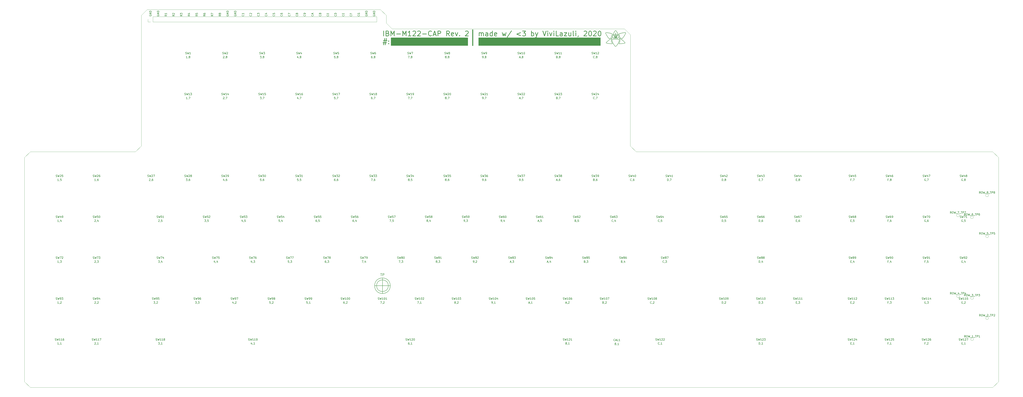
<source format=gbr>
%TF.GenerationSoftware,KiCad,Pcbnew,(5.1.9-0-10_14)*%
%TF.CreationDate,2021-02-25T21:43:52+01:00*%
%TF.ProjectId,mtf122,6d746631-3232-42e6-9b69-6361645f7063,rev?*%
%TF.SameCoordinates,PXe1237f8PYe7db780*%
%TF.FileFunction,Legend,Top*%
%TF.FilePolarity,Positive*%
%FSLAX46Y46*%
G04 Gerber Fmt 4.6, Leading zero omitted, Abs format (unit mm)*
G04 Created by KiCad (PCBNEW (5.1.9-0-10_14)) date 2021-02-25 21:43:52*
%MOMM*%
%LPD*%
G01*
G04 APERTURE LIST*
%TA.AperFunction,Profile*%
%ADD10C,0.100000*%
%TD*%
%ADD11C,0.150000*%
%ADD12C,0.100000*%
%ADD13C,0.128000*%
%ADD14C,0.500000*%
%ADD15C,0.300000*%
%ADD16C,0.120000*%
G04 APERTURE END LIST*
D10*
X119255000Y126830000D02*
X122255000Y123830000D01*
X-3065000Y129830000D02*
X-65000Y126830000D01*
X-6065000Y136800000D02*
X-3065000Y133800000D01*
X122255000Y123830000D02*
X122240000Y66785000D01*
X-125760000Y136785000D02*
X-6065000Y136800000D01*
X-65000Y126830000D02*
X119255000Y126830000D01*
X-3065000Y133800000D02*
X-3065000Y129830000D01*
D11*
X-16797858Y134027024D02*
X-16750239Y133979405D01*
X-16702620Y133836548D01*
X-16702620Y133741310D01*
X-16750239Y133598453D01*
X-16845477Y133503215D01*
X-16940715Y133455596D01*
X-17131191Y133407977D01*
X-17274048Y133407977D01*
X-17464524Y133455596D01*
X-17559762Y133503215D01*
X-17655000Y133598453D01*
X-17702620Y133741310D01*
X-17702620Y133836548D01*
X-17655000Y133979405D01*
X-17607381Y134027024D01*
X-17655000Y134979405D02*
X-17702620Y134884167D01*
X-17702620Y134741310D01*
X-17655000Y134598453D01*
X-17559762Y134503215D01*
X-17464524Y134455596D01*
X-17274048Y134407977D01*
X-17131191Y134407977D01*
X-16940715Y134455596D01*
X-16845477Y134503215D01*
X-16750239Y134598453D01*
X-16702620Y134741310D01*
X-16702620Y134836548D01*
X-16750239Y134979405D01*
X-16797858Y135027024D01*
X-17131191Y135027024D01*
X-17131191Y134836548D01*
X-20757858Y134027024D02*
X-20710239Y133979405D01*
X-20662620Y133836548D01*
X-20662620Y133741310D01*
X-20710239Y133598453D01*
X-20805477Y133503215D01*
X-20900715Y133455596D01*
X-21091191Y133407977D01*
X-21234048Y133407977D01*
X-21424524Y133455596D01*
X-21519762Y133503215D01*
X-21615000Y133598453D01*
X-21662620Y133741310D01*
X-21662620Y133836548D01*
X-21615000Y133979405D01*
X-21567381Y134027024D01*
X-21186429Y134788929D02*
X-21186429Y134455596D01*
X-20662620Y134455596D02*
X-21662620Y134455596D01*
X-21662620Y134931786D01*
X-24717858Y134027024D02*
X-24670239Y133979405D01*
X-24622620Y133836548D01*
X-24622620Y133741310D01*
X-24670239Y133598453D01*
X-24765477Y133503215D01*
X-24860715Y133455596D01*
X-25051191Y133407977D01*
X-25194048Y133407977D01*
X-25384524Y133455596D01*
X-25479762Y133503215D01*
X-25575000Y133598453D01*
X-25622620Y133741310D01*
X-25622620Y133836548D01*
X-25575000Y133979405D01*
X-25527381Y134027024D01*
X-25146429Y134455596D02*
X-25146429Y134788929D01*
X-24622620Y134931786D02*
X-24622620Y134455596D01*
X-25622620Y134455596D01*
X-25622620Y134931786D01*
X-28677858Y134027024D02*
X-28630239Y133979405D01*
X-28582620Y133836548D01*
X-28582620Y133741310D01*
X-28630239Y133598453D01*
X-28725477Y133503215D01*
X-28820715Y133455596D01*
X-29011191Y133407977D01*
X-29154048Y133407977D01*
X-29344524Y133455596D01*
X-29439762Y133503215D01*
X-29535000Y133598453D01*
X-29582620Y133741310D01*
X-29582620Y133836548D01*
X-29535000Y133979405D01*
X-29487381Y134027024D01*
X-28582620Y134455596D02*
X-29582620Y134455596D01*
X-29582620Y134693691D01*
X-29535000Y134836548D01*
X-29439762Y134931786D01*
X-29344524Y134979405D01*
X-29154048Y135027024D01*
X-29011191Y135027024D01*
X-28820715Y134979405D01*
X-28725477Y134931786D01*
X-28630239Y134836548D01*
X-28582620Y134693691D01*
X-28582620Y134455596D01*
X-32637858Y134027024D02*
X-32590239Y133979405D01*
X-32542620Y133836548D01*
X-32542620Y133741310D01*
X-32590239Y133598453D01*
X-32685477Y133503215D01*
X-32780715Y133455596D01*
X-32971191Y133407977D01*
X-33114048Y133407977D01*
X-33304524Y133455596D01*
X-33399762Y133503215D01*
X-33495000Y133598453D01*
X-33542620Y133741310D01*
X-33542620Y133836548D01*
X-33495000Y133979405D01*
X-33447381Y134027024D01*
X-33066429Y134455596D02*
X-33066429Y134788929D01*
X-32542620Y134931786D02*
X-32542620Y134455596D01*
X-33542620Y134455596D01*
X-33542620Y134931786D01*
X-36597858Y134027024D02*
X-36550239Y133979405D01*
X-36502620Y133836548D01*
X-36502620Y133741310D01*
X-36550239Y133598453D01*
X-36645477Y133503215D01*
X-36740715Y133455596D01*
X-36931191Y133407977D01*
X-37074048Y133407977D01*
X-37264524Y133455596D01*
X-37359762Y133503215D01*
X-37455000Y133598453D01*
X-37502620Y133741310D01*
X-37502620Y133836548D01*
X-37455000Y133979405D01*
X-37407381Y134027024D01*
X-37026429Y134788929D02*
X-36978810Y134931786D01*
X-36931191Y134979405D01*
X-36835953Y135027024D01*
X-36693096Y135027024D01*
X-36597858Y134979405D01*
X-36550239Y134931786D01*
X-36502620Y134836548D01*
X-36502620Y134455596D01*
X-37502620Y134455596D01*
X-37502620Y134788929D01*
X-37455000Y134884167D01*
X-37407381Y134931786D01*
X-37312143Y134979405D01*
X-37216905Y134979405D01*
X-37121667Y134931786D01*
X-37074048Y134884167D01*
X-37026429Y134788929D01*
X-37026429Y134455596D01*
X-40557858Y134027024D02*
X-40510239Y133979405D01*
X-40462620Y133836548D01*
X-40462620Y133741310D01*
X-40510239Y133598453D01*
X-40605477Y133503215D01*
X-40700715Y133455596D01*
X-40891191Y133407977D01*
X-41034048Y133407977D01*
X-41224524Y133455596D01*
X-41319762Y133503215D01*
X-41415000Y133598453D01*
X-41462620Y133741310D01*
X-41462620Y133836548D01*
X-41415000Y133979405D01*
X-41367381Y134027024D01*
X-40748334Y134407977D02*
X-40748334Y134884167D01*
X-40462620Y134312739D02*
X-41462620Y134646072D01*
X-40462620Y134979405D01*
X-44517858Y134027024D02*
X-44470239Y133979405D01*
X-44422620Y133836548D01*
X-44422620Y133741310D01*
X-44470239Y133598453D01*
X-44565477Y133503215D01*
X-44660715Y133455596D01*
X-44851191Y133407977D01*
X-44994048Y133407977D01*
X-45184524Y133455596D01*
X-45279762Y133503215D01*
X-45375000Y133598453D01*
X-45422620Y133741310D01*
X-45422620Y133836548D01*
X-45375000Y133979405D01*
X-45327381Y134027024D01*
X-44422620Y134503215D02*
X-44422620Y134693691D01*
X-44470239Y134788929D01*
X-44517858Y134836548D01*
X-44660715Y134931786D01*
X-44851191Y134979405D01*
X-45232143Y134979405D01*
X-45327381Y134931786D01*
X-45375000Y134884167D01*
X-45422620Y134788929D01*
X-45422620Y134598453D01*
X-45375000Y134503215D01*
X-45327381Y134455596D01*
X-45232143Y134407977D01*
X-44994048Y134407977D01*
X-44898810Y134455596D01*
X-44851191Y134503215D01*
X-44803572Y134598453D01*
X-44803572Y134788929D01*
X-44851191Y134884167D01*
X-44898810Y134931786D01*
X-44994048Y134979405D01*
X-48477858Y134027024D02*
X-48430239Y133979405D01*
X-48382620Y133836548D01*
X-48382620Y133741310D01*
X-48430239Y133598453D01*
X-48525477Y133503215D01*
X-48620715Y133455596D01*
X-48811191Y133407977D01*
X-48954048Y133407977D01*
X-49144524Y133455596D01*
X-49239762Y133503215D01*
X-49335000Y133598453D01*
X-49382620Y133741310D01*
X-49382620Y133836548D01*
X-49335000Y133979405D01*
X-49287381Y134027024D01*
X-48954048Y134598453D02*
X-49001667Y134503215D01*
X-49049286Y134455596D01*
X-49144524Y134407977D01*
X-49192143Y134407977D01*
X-49287381Y134455596D01*
X-49335000Y134503215D01*
X-49382620Y134598453D01*
X-49382620Y134788929D01*
X-49335000Y134884167D01*
X-49287381Y134931786D01*
X-49192143Y134979405D01*
X-49144524Y134979405D01*
X-49049286Y134931786D01*
X-49001667Y134884167D01*
X-48954048Y134788929D01*
X-48954048Y134598453D01*
X-48906429Y134503215D01*
X-48858810Y134455596D01*
X-48763572Y134407977D01*
X-48573096Y134407977D01*
X-48477858Y134455596D01*
X-48430239Y134503215D01*
X-48382620Y134598453D01*
X-48382620Y134788929D01*
X-48430239Y134884167D01*
X-48477858Y134931786D01*
X-48573096Y134979405D01*
X-48763572Y134979405D01*
X-48858810Y134931786D01*
X-48906429Y134884167D01*
X-48954048Y134788929D01*
X-52437858Y134027024D02*
X-52390239Y133979405D01*
X-52342620Y133836548D01*
X-52342620Y133741310D01*
X-52390239Y133598453D01*
X-52485477Y133503215D01*
X-52580715Y133455596D01*
X-52771191Y133407977D01*
X-52914048Y133407977D01*
X-53104524Y133455596D01*
X-53199762Y133503215D01*
X-53295000Y133598453D01*
X-53342620Y133741310D01*
X-53342620Y133836548D01*
X-53295000Y133979405D01*
X-53247381Y134027024D01*
X-53342620Y134360358D02*
X-53342620Y135027024D01*
X-52342620Y134598453D01*
X-56397858Y134027024D02*
X-56350239Y133979405D01*
X-56302620Y133836548D01*
X-56302620Y133741310D01*
X-56350239Y133598453D01*
X-56445477Y133503215D01*
X-56540715Y133455596D01*
X-56731191Y133407977D01*
X-56874048Y133407977D01*
X-57064524Y133455596D01*
X-57159762Y133503215D01*
X-57255000Y133598453D01*
X-57302620Y133741310D01*
X-57302620Y133836548D01*
X-57255000Y133979405D01*
X-57207381Y134027024D01*
X-57302620Y134884167D02*
X-57302620Y134693691D01*
X-57255000Y134598453D01*
X-57207381Y134550834D01*
X-57064524Y134455596D01*
X-56874048Y134407977D01*
X-56493096Y134407977D01*
X-56397858Y134455596D01*
X-56350239Y134503215D01*
X-56302620Y134598453D01*
X-56302620Y134788929D01*
X-56350239Y134884167D01*
X-56397858Y134931786D01*
X-56493096Y134979405D01*
X-56731191Y134979405D01*
X-56826429Y134931786D01*
X-56874048Y134884167D01*
X-56921667Y134788929D01*
X-56921667Y134598453D01*
X-56874048Y134503215D01*
X-56826429Y134455596D01*
X-56731191Y134407977D01*
X-60357858Y134027024D02*
X-60310239Y133979405D01*
X-60262620Y133836548D01*
X-60262620Y133741310D01*
X-60310239Y133598453D01*
X-60405477Y133503215D01*
X-60500715Y133455596D01*
X-60691191Y133407977D01*
X-60834048Y133407977D01*
X-61024524Y133455596D01*
X-61119762Y133503215D01*
X-61215000Y133598453D01*
X-61262620Y133741310D01*
X-61262620Y133836548D01*
X-61215000Y133979405D01*
X-61167381Y134027024D01*
X-61262620Y134931786D02*
X-61262620Y134455596D01*
X-60786429Y134407977D01*
X-60834048Y134455596D01*
X-60881667Y134550834D01*
X-60881667Y134788929D01*
X-60834048Y134884167D01*
X-60786429Y134931786D01*
X-60691191Y134979405D01*
X-60453096Y134979405D01*
X-60357858Y134931786D01*
X-60310239Y134884167D01*
X-60262620Y134788929D01*
X-60262620Y134550834D01*
X-60310239Y134455596D01*
X-60357858Y134407977D01*
X-64317858Y134027024D02*
X-64270239Y133979405D01*
X-64222620Y133836548D01*
X-64222620Y133741310D01*
X-64270239Y133598453D01*
X-64365477Y133503215D01*
X-64460715Y133455596D01*
X-64651191Y133407977D01*
X-64794048Y133407977D01*
X-64984524Y133455596D01*
X-65079762Y133503215D01*
X-65175000Y133598453D01*
X-65222620Y133741310D01*
X-65222620Y133836548D01*
X-65175000Y133979405D01*
X-65127381Y134027024D01*
X-64889286Y134884167D02*
X-64222620Y134884167D01*
X-65270239Y134646072D02*
X-64555953Y134407977D01*
X-64555953Y135027024D01*
X-68277858Y134027024D02*
X-68230239Y133979405D01*
X-68182620Y133836548D01*
X-68182620Y133741310D01*
X-68230239Y133598453D01*
X-68325477Y133503215D01*
X-68420715Y133455596D01*
X-68611191Y133407977D01*
X-68754048Y133407977D01*
X-68944524Y133455596D01*
X-69039762Y133503215D01*
X-69135000Y133598453D01*
X-69182620Y133741310D01*
X-69182620Y133836548D01*
X-69135000Y133979405D01*
X-69087381Y134027024D01*
X-69182620Y134360358D02*
X-69182620Y134979405D01*
X-68801667Y134646072D01*
X-68801667Y134788929D01*
X-68754048Y134884167D01*
X-68706429Y134931786D01*
X-68611191Y134979405D01*
X-68373096Y134979405D01*
X-68277858Y134931786D01*
X-68230239Y134884167D01*
X-68182620Y134788929D01*
X-68182620Y134503215D01*
X-68230239Y134407977D01*
X-68277858Y134360358D01*
X-72237858Y134027024D02*
X-72190239Y133979405D01*
X-72142620Y133836548D01*
X-72142620Y133741310D01*
X-72190239Y133598453D01*
X-72285477Y133503215D01*
X-72380715Y133455596D01*
X-72571191Y133407977D01*
X-72714048Y133407977D01*
X-72904524Y133455596D01*
X-72999762Y133503215D01*
X-73095000Y133598453D01*
X-73142620Y133741310D01*
X-73142620Y133836548D01*
X-73095000Y133979405D01*
X-73047381Y134027024D01*
X-73047381Y134407977D02*
X-73095000Y134455596D01*
X-73142620Y134550834D01*
X-73142620Y134788929D01*
X-73095000Y134884167D01*
X-73047381Y134931786D01*
X-72952143Y134979405D01*
X-72856905Y134979405D01*
X-72714048Y134931786D01*
X-72142620Y134360358D01*
X-72142620Y134979405D01*
X-76197858Y134027024D02*
X-76150239Y133979405D01*
X-76102620Y133836548D01*
X-76102620Y133741310D01*
X-76150239Y133598453D01*
X-76245477Y133503215D01*
X-76340715Y133455596D01*
X-76531191Y133407977D01*
X-76674048Y133407977D01*
X-76864524Y133455596D01*
X-76959762Y133503215D01*
X-77055000Y133598453D01*
X-77102620Y133741310D01*
X-77102620Y133836548D01*
X-77055000Y133979405D01*
X-77007381Y134027024D01*
X-76102620Y134979405D02*
X-76102620Y134407977D01*
X-76102620Y134693691D02*
X-77102620Y134693691D01*
X-76959762Y134598453D01*
X-76864524Y134503215D01*
X-76816905Y134407977D01*
X-87982620Y134027024D02*
X-88458810Y133693691D01*
X-87982620Y133455596D02*
X-88982620Y133455596D01*
X-88982620Y133836548D01*
X-88935000Y133931786D01*
X-88887381Y133979405D01*
X-88792143Y134027024D01*
X-88649286Y134027024D01*
X-88554048Y133979405D01*
X-88506429Y133931786D01*
X-88458810Y133836548D01*
X-88458810Y133455596D01*
X-88554048Y134598453D02*
X-88601667Y134503215D01*
X-88649286Y134455596D01*
X-88744524Y134407977D01*
X-88792143Y134407977D01*
X-88887381Y134455596D01*
X-88935000Y134503215D01*
X-88982620Y134598453D01*
X-88982620Y134788929D01*
X-88935000Y134884167D01*
X-88887381Y134931786D01*
X-88792143Y134979405D01*
X-88744524Y134979405D01*
X-88649286Y134931786D01*
X-88601667Y134884167D01*
X-88554048Y134788929D01*
X-88554048Y134598453D01*
X-88506429Y134503215D01*
X-88458810Y134455596D01*
X-88363572Y134407977D01*
X-88173096Y134407977D01*
X-88077858Y134455596D01*
X-88030239Y134503215D01*
X-87982620Y134598453D01*
X-87982620Y134788929D01*
X-88030239Y134884167D01*
X-88077858Y134931786D01*
X-88173096Y134979405D01*
X-88363572Y134979405D01*
X-88458810Y134931786D01*
X-88506429Y134884167D01*
X-88554048Y134788929D01*
X-91942620Y134027024D02*
X-92418810Y133693691D01*
X-91942620Y133455596D02*
X-92942620Y133455596D01*
X-92942620Y133836548D01*
X-92895000Y133931786D01*
X-92847381Y133979405D01*
X-92752143Y134027024D01*
X-92609286Y134027024D01*
X-92514048Y133979405D01*
X-92466429Y133931786D01*
X-92418810Y133836548D01*
X-92418810Y133455596D01*
X-92942620Y134360358D02*
X-92942620Y135027024D01*
X-91942620Y134598453D01*
X-95902620Y134027024D02*
X-96378810Y133693691D01*
X-95902620Y133455596D02*
X-96902620Y133455596D01*
X-96902620Y133836548D01*
X-96855000Y133931786D01*
X-96807381Y133979405D01*
X-96712143Y134027024D01*
X-96569286Y134027024D01*
X-96474048Y133979405D01*
X-96426429Y133931786D01*
X-96378810Y133836548D01*
X-96378810Y133455596D01*
X-96902620Y134884167D02*
X-96902620Y134693691D01*
X-96855000Y134598453D01*
X-96807381Y134550834D01*
X-96664524Y134455596D01*
X-96474048Y134407977D01*
X-96093096Y134407977D01*
X-95997858Y134455596D01*
X-95950239Y134503215D01*
X-95902620Y134598453D01*
X-95902620Y134788929D01*
X-95950239Y134884167D01*
X-95997858Y134931786D01*
X-96093096Y134979405D01*
X-96331191Y134979405D01*
X-96426429Y134931786D01*
X-96474048Y134884167D01*
X-96521667Y134788929D01*
X-96521667Y134598453D01*
X-96474048Y134503215D01*
X-96426429Y134455596D01*
X-96331191Y134407977D01*
X-99862620Y134027024D02*
X-100338810Y133693691D01*
X-99862620Y133455596D02*
X-100862620Y133455596D01*
X-100862620Y133836548D01*
X-100815000Y133931786D01*
X-100767381Y133979405D01*
X-100672143Y134027024D01*
X-100529286Y134027024D01*
X-100434048Y133979405D01*
X-100386429Y133931786D01*
X-100338810Y133836548D01*
X-100338810Y133455596D01*
X-100862620Y134931786D02*
X-100862620Y134455596D01*
X-100386429Y134407977D01*
X-100434048Y134455596D01*
X-100481667Y134550834D01*
X-100481667Y134788929D01*
X-100434048Y134884167D01*
X-100386429Y134931786D01*
X-100291191Y134979405D01*
X-100053096Y134979405D01*
X-99957858Y134931786D01*
X-99910239Y134884167D01*
X-99862620Y134788929D01*
X-99862620Y134550834D01*
X-99910239Y134455596D01*
X-99957858Y134407977D01*
X-103822620Y134027024D02*
X-104298810Y133693691D01*
X-103822620Y133455596D02*
X-104822620Y133455596D01*
X-104822620Y133836548D01*
X-104775000Y133931786D01*
X-104727381Y133979405D01*
X-104632143Y134027024D01*
X-104489286Y134027024D01*
X-104394048Y133979405D01*
X-104346429Y133931786D01*
X-104298810Y133836548D01*
X-104298810Y133455596D01*
X-104489286Y134884167D02*
X-103822620Y134884167D01*
X-104870239Y134646072D02*
X-104155953Y134407977D01*
X-104155953Y135027024D01*
X-107782620Y134027024D02*
X-108258810Y133693691D01*
X-107782620Y133455596D02*
X-108782620Y133455596D01*
X-108782620Y133836548D01*
X-108735000Y133931786D01*
X-108687381Y133979405D01*
X-108592143Y134027024D01*
X-108449286Y134027024D01*
X-108354048Y133979405D01*
X-108306429Y133931786D01*
X-108258810Y133836548D01*
X-108258810Y133455596D01*
X-108782620Y134360358D02*
X-108782620Y134979405D01*
X-108401667Y134646072D01*
X-108401667Y134788929D01*
X-108354048Y134884167D01*
X-108306429Y134931786D01*
X-108211191Y134979405D01*
X-107973096Y134979405D01*
X-107877858Y134931786D01*
X-107830239Y134884167D01*
X-107782620Y134788929D01*
X-107782620Y134503215D01*
X-107830239Y134407977D01*
X-107877858Y134360358D01*
X-111742620Y134027024D02*
X-112218810Y133693691D01*
X-111742620Y133455596D02*
X-112742620Y133455596D01*
X-112742620Y133836548D01*
X-112695000Y133931786D01*
X-112647381Y133979405D01*
X-112552143Y134027024D01*
X-112409286Y134027024D01*
X-112314048Y133979405D01*
X-112266429Y133931786D01*
X-112218810Y133836548D01*
X-112218810Y133455596D01*
X-112647381Y134407977D02*
X-112695000Y134455596D01*
X-112742620Y134550834D01*
X-112742620Y134788929D01*
X-112695000Y134884167D01*
X-112647381Y134931786D01*
X-112552143Y134979405D01*
X-112456905Y134979405D01*
X-112314048Y134931786D01*
X-111742620Y134360358D01*
X-111742620Y134979405D01*
X-115702620Y134027024D02*
X-116178810Y133693691D01*
X-115702620Y133455596D02*
X-116702620Y133455596D01*
X-116702620Y133836548D01*
X-116655000Y133931786D01*
X-116607381Y133979405D01*
X-116512143Y134027024D01*
X-116369286Y134027024D01*
X-116274048Y133979405D01*
X-116226429Y133931786D01*
X-116178810Y133836548D01*
X-116178810Y133455596D01*
X-115702620Y134979405D02*
X-115702620Y134407977D01*
X-115702620Y134693691D02*
X-116702620Y134693691D01*
X-116559762Y134598453D01*
X-116464524Y134503215D01*
X-116416905Y134407977D01*
X-9735000Y133979405D02*
X-9782620Y133884167D01*
X-9782620Y133741310D01*
X-9735000Y133598453D01*
X-9639762Y133503215D01*
X-9544524Y133455596D01*
X-9354048Y133407977D01*
X-9211191Y133407977D01*
X-9020715Y133455596D01*
X-8925477Y133503215D01*
X-8830239Y133598453D01*
X-8782620Y133741310D01*
X-8782620Y133836548D01*
X-8830239Y133979405D01*
X-8877858Y134027024D01*
X-9211191Y134027024D01*
X-9211191Y133836548D01*
X-8782620Y134455596D02*
X-9782620Y134455596D01*
X-8782620Y135027024D01*
X-9782620Y135027024D01*
X-8782620Y135503215D02*
X-9782620Y135503215D01*
X-9782620Y135741310D01*
X-9735000Y135884167D01*
X-9639762Y135979405D01*
X-9544524Y136027024D01*
X-9354048Y136074643D01*
X-9211191Y136074643D01*
X-9020715Y136027024D01*
X-8925477Y135979405D01*
X-8830239Y135884167D01*
X-8782620Y135741310D01*
X-8782620Y135503215D01*
X-13695000Y133979405D02*
X-13742620Y133884167D01*
X-13742620Y133741310D01*
X-13695000Y133598453D01*
X-13599762Y133503215D01*
X-13504524Y133455596D01*
X-13314048Y133407977D01*
X-13171191Y133407977D01*
X-12980715Y133455596D01*
X-12885477Y133503215D01*
X-12790239Y133598453D01*
X-12742620Y133741310D01*
X-12742620Y133836548D01*
X-12790239Y133979405D01*
X-12837858Y134027024D01*
X-13171191Y134027024D01*
X-13171191Y133836548D01*
X-12742620Y134455596D02*
X-13742620Y134455596D01*
X-12742620Y135027024D01*
X-13742620Y135027024D01*
X-12742620Y135503215D02*
X-13742620Y135503215D01*
X-13742620Y135741310D01*
X-13695000Y135884167D01*
X-13599762Y135979405D01*
X-13504524Y136027024D01*
X-13314048Y136074643D01*
X-13171191Y136074643D01*
X-12980715Y136027024D01*
X-12885477Y135979405D01*
X-12790239Y135884167D01*
X-12742620Y135741310D01*
X-12742620Y135503215D01*
X-84975000Y133979405D02*
X-85022620Y133884167D01*
X-85022620Y133741310D01*
X-84975000Y133598453D01*
X-84879762Y133503215D01*
X-84784524Y133455596D01*
X-84594048Y133407977D01*
X-84451191Y133407977D01*
X-84260715Y133455596D01*
X-84165477Y133503215D01*
X-84070239Y133598453D01*
X-84022620Y133741310D01*
X-84022620Y133836548D01*
X-84070239Y133979405D01*
X-84117858Y134027024D01*
X-84451191Y134027024D01*
X-84451191Y133836548D01*
X-84022620Y134455596D02*
X-85022620Y134455596D01*
X-84022620Y135027024D01*
X-85022620Y135027024D01*
X-84022620Y135503215D02*
X-85022620Y135503215D01*
X-85022620Y135741310D01*
X-84975000Y135884167D01*
X-84879762Y135979405D01*
X-84784524Y136027024D01*
X-84594048Y136074643D01*
X-84451191Y136074643D01*
X-84260715Y136027024D01*
X-84165477Y135979405D01*
X-84070239Y135884167D01*
X-84022620Y135741310D01*
X-84022620Y135503215D01*
X-81015000Y133979405D02*
X-81062620Y133884167D01*
X-81062620Y133741310D01*
X-81015000Y133598453D01*
X-80919762Y133503215D01*
X-80824524Y133455596D01*
X-80634048Y133407977D01*
X-80491191Y133407977D01*
X-80300715Y133455596D01*
X-80205477Y133503215D01*
X-80110239Y133598453D01*
X-80062620Y133741310D01*
X-80062620Y133836548D01*
X-80110239Y133979405D01*
X-80157858Y134027024D01*
X-80491191Y134027024D01*
X-80491191Y133836548D01*
X-80062620Y134455596D02*
X-81062620Y134455596D01*
X-80062620Y135027024D01*
X-81062620Y135027024D01*
X-80062620Y135503215D02*
X-81062620Y135503215D01*
X-81062620Y135741310D01*
X-81015000Y135884167D01*
X-80919762Y135979405D01*
X-80824524Y136027024D01*
X-80634048Y136074643D01*
X-80491191Y136074643D01*
X-80300715Y136027024D01*
X-80205477Y135979405D01*
X-80110239Y135884167D01*
X-80062620Y135741310D01*
X-80062620Y135503215D01*
X-120615000Y133979405D02*
X-120662620Y133884167D01*
X-120662620Y133741310D01*
X-120615000Y133598453D01*
X-120519762Y133503215D01*
X-120424524Y133455596D01*
X-120234048Y133407977D01*
X-120091191Y133407977D01*
X-119900715Y133455596D01*
X-119805477Y133503215D01*
X-119710239Y133598453D01*
X-119662620Y133741310D01*
X-119662620Y133836548D01*
X-119710239Y133979405D01*
X-119757858Y134027024D01*
X-120091191Y134027024D01*
X-120091191Y133836548D01*
X-119662620Y134455596D02*
X-120662620Y134455596D01*
X-119662620Y135027024D01*
X-120662620Y135027024D01*
X-119662620Y135503215D02*
X-120662620Y135503215D01*
X-120662620Y135741310D01*
X-120615000Y135884167D01*
X-120519762Y135979405D01*
X-120424524Y136027024D01*
X-120234048Y136074643D01*
X-120091191Y136074643D01*
X-119900715Y136027024D01*
X-119805477Y135979405D01*
X-119710239Y135884167D01*
X-119662620Y135741310D01*
X-119662620Y135503215D01*
X-124575000Y133979405D02*
X-124622620Y133884167D01*
X-124622620Y133741310D01*
X-124575000Y133598453D01*
X-124479762Y133503215D01*
X-124384524Y133455596D01*
X-124194048Y133407977D01*
X-124051191Y133407977D01*
X-123860715Y133455596D01*
X-123765477Y133503215D01*
X-123670239Y133598453D01*
X-123622620Y133741310D01*
X-123622620Y133836548D01*
X-123670239Y133979405D01*
X-123717858Y134027024D01*
X-124051191Y134027024D01*
X-124051191Y133836548D01*
X-123622620Y134455596D02*
X-124622620Y134455596D01*
X-123622620Y135027024D01*
X-124622620Y135027024D01*
X-123622620Y135503215D02*
X-124622620Y135503215D01*
X-124622620Y135741310D01*
X-124575000Y135884167D01*
X-124479762Y135979405D01*
X-124384524Y136027024D01*
X-124194048Y136074643D01*
X-124051191Y136074643D01*
X-123860715Y136027024D01*
X-123765477Y135979405D01*
X-123670239Y135884167D01*
X-123622620Y135741310D01*
X-123622620Y135503215D01*
D12*
G36*
X106835000Y118330000D02*
G01*
X44335000Y118330000D01*
X44335000Y122330000D01*
X106835000Y122330000D01*
X106835000Y118330000D01*
G37*
X106835000Y118330000D02*
X44335000Y118330000D01*
X44335000Y122330000D01*
X106835000Y122330000D01*
X106835000Y118330000D01*
D11*
X-2000000Y-5000000D02*
G75*
G03*
X-2000000Y-5000000I-3000000J0D01*
G01*
X-5997858Y1315477D02*
X-5272143Y1315477D01*
X-5635000Y45477D02*
X-5635000Y1315477D01*
X-4848810Y45477D02*
X-4848810Y1315477D01*
X-4365000Y1315477D01*
X-4244048Y1255000D01*
X-4183572Y1194524D01*
X-4123096Y1073572D01*
X-4123096Y892143D01*
X-4183572Y771191D01*
X-4244048Y710715D01*
X-4365000Y650239D01*
X-4848810Y650239D01*
X-1000000Y-5000000D02*
G75*
G03*
X-1000000Y-5000000I-4000000J0D01*
G01*
X-9000000Y-5000000D02*
X-1000000Y-5000000D01*
X-5000000Y-9000000D02*
X-5000000Y-1000000D01*
X-2000000Y-5000000D02*
G75*
G03*
X-2000000Y-5000000I-3000000J0D01*
G01*
D10*
X-131760000Y63785000D02*
X-128760000Y66785000D01*
D13*
X117905339Y121769481D02*
X117767333Y121864290D01*
X117767333Y121864290D02*
X117629287Y121953153D01*
X117629287Y121953153D02*
X117491822Y122035507D01*
X117491822Y122035507D02*
X117355561Y122110792D01*
X117355561Y122110792D02*
X117221126Y122178446D01*
X117221126Y122178446D02*
X117089139Y122237906D01*
X117089139Y122237906D02*
X116960223Y122288612D01*
X116960223Y122288612D02*
X116835000Y122330000D01*
X117933885Y121770819D02*
X117905339Y121769481D01*
X114691264Y117870295D02*
X114829817Y117892659D01*
X114829817Y117892659D02*
X114947322Y117949610D01*
X114947322Y117949610D02*
X115054336Y118039468D01*
X115054336Y118039468D02*
X115097603Y118089468D01*
X114284967Y118089426D02*
X114374248Y117995582D01*
X114374248Y117995582D02*
X114486349Y117920125D01*
X114486349Y117920125D02*
X114607375Y117878411D01*
X114607375Y117878411D02*
X114691264Y117870295D01*
X119795343Y124498714D02*
X119722609Y124351043D01*
X119722609Y124351043D02*
X119658824Y124225410D01*
X119658824Y124225410D02*
X119577699Y124069490D01*
X119577699Y124069490D02*
X119480889Y123888450D01*
X119480889Y123888450D02*
X119370050Y123687459D01*
X119370050Y123687459D02*
X119246837Y123471682D01*
X119246837Y123471682D02*
X119181108Y123359864D01*
X119181108Y123359864D02*
X119112906Y123246288D01*
X119112906Y123246288D02*
X119042439Y123131598D01*
X119042439Y123131598D02*
X118969913Y123016442D01*
X118969913Y123016442D02*
X118895535Y122901466D01*
X118895535Y122901466D02*
X118819512Y122787314D01*
X118819512Y122787314D02*
X118742051Y122674633D01*
X118742051Y122674633D02*
X118663359Y122564068D01*
X118663359Y122564068D02*
X118583643Y122456267D01*
X118583643Y122456267D02*
X118503110Y122351874D01*
X118503110Y122351874D02*
X118421967Y122251536D01*
X118421967Y122251536D02*
X118258678Y122065606D01*
X118258678Y122065606D02*
X118095432Y121903645D01*
X118095432Y121903645D02*
X117933885Y121770819D01*
X115297449Y121522441D02*
X115169486Y121515915D01*
X115169486Y121515915D02*
X115039254Y121509967D01*
X115039254Y121509967D02*
X114906371Y121505270D01*
X114906371Y121505270D02*
X114770457Y121502495D01*
X114770457Y121502495D02*
X114691285Y121502029D01*
X116495396Y120903767D02*
X116489602Y121045813D01*
X116489602Y121045813D02*
X116463289Y121200747D01*
X116463289Y121200747D02*
X116414816Y121320276D01*
X116414816Y121320276D02*
X116321540Y121426511D01*
X116321540Y121426511D02*
X116190127Y121492686D01*
X116190127Y121492686D02*
X116056227Y121522478D01*
X116056227Y121522478D02*
X115895672Y121536396D01*
X115895672Y121536396D02*
X115757163Y121539029D01*
X119827309Y124846198D02*
X119856609Y124719552D01*
X119856609Y124719552D02*
X119832221Y124590442D01*
X119832221Y124590442D02*
X119795343Y124498714D01*
X119482672Y124949742D02*
X119550660Y124952779D01*
X115097603Y118089468D02*
X115193973Y118216521D01*
X115193973Y118216521D02*
X115274589Y118326388D01*
X115274589Y118326388D02*
X115373194Y118464519D01*
X115373194Y118464519D02*
X115485753Y118627264D01*
X115485753Y118627264D02*
X115608234Y118810972D01*
X115608234Y118810972D02*
X115736601Y119011992D01*
X115736601Y119011992D02*
X115866822Y119226674D01*
X115866822Y119226674D02*
X115931367Y119337998D01*
X115931367Y119337998D02*
X115994863Y119451368D01*
X115994863Y119451368D02*
X116056805Y119566327D01*
X116056805Y119566327D02*
X116116689Y119682421D01*
X116116689Y119682421D02*
X116174011Y119799192D01*
X116174011Y119799192D02*
X116228267Y119916184D01*
X116228267Y119916184D02*
X116325564Y120149006D01*
X116325564Y120149006D02*
X116404545Y120377237D01*
X116404545Y120377237D02*
X116461177Y120597225D01*
X116461177Y120597225D02*
X116491425Y120805321D01*
X116491425Y120805321D02*
X116495396Y120903767D01*
X119550660Y124952779D02*
X119686108Y124937179D01*
X119686108Y124937179D02*
X119803036Y124876128D01*
X119803036Y124876128D02*
X119827309Y124846198D01*
X116745176Y122688614D02*
X116737788Y122859767D01*
X116737788Y122859767D02*
X116723053Y122992904D01*
X116723053Y122992904D02*
X116701053Y123129496D01*
X116701053Y123129496D02*
X116672342Y123268971D01*
X116672342Y123268971D02*
X116637474Y123410757D01*
X116637474Y123410757D02*
X116597001Y123554282D01*
X116597001Y123554282D02*
X116551479Y123698972D01*
X116551479Y123698972D02*
X116501461Y123844256D01*
X116501461Y123844256D02*
X116447500Y123989562D01*
X116447500Y123989562D02*
X116390151Y124134317D01*
X116390151Y124134317D02*
X116370378Y124182347D01*
X112887153Y120903746D02*
X112902697Y120702967D01*
X112902697Y120702967D02*
X112946641Y120488469D01*
X112946641Y120488469D02*
X113014951Y120263903D01*
X113014951Y120263903D02*
X113103593Y120032920D01*
X113103593Y120032920D02*
X113208533Y119799170D01*
X113208533Y119799170D02*
X113265855Y119682399D01*
X113265855Y119682399D02*
X113325739Y119566305D01*
X113325739Y119566305D02*
X113387681Y119451345D01*
X113387681Y119451345D02*
X113451176Y119337975D01*
X113451176Y119337975D02*
X113515721Y119226651D01*
X113515721Y119226651D02*
X113645942Y119011968D01*
X113645942Y119011968D02*
X113774310Y118810946D01*
X113774310Y118810946D02*
X113896791Y118627236D01*
X113896791Y118627236D02*
X114009353Y118464490D01*
X114009353Y118464490D02*
X114107961Y118326356D01*
X114107961Y118326356D02*
X114188581Y118216487D01*
X114188581Y118216487D02*
X114266962Y118112664D01*
X114266962Y118112664D02*
X114284967Y118089426D01*
X112650074Y122357973D02*
X112650074Y122357973D01*
X116384248Y124229393D02*
X116574441Y124326560D01*
X116574441Y124326560D02*
X116787626Y124415494D01*
X116787626Y124415494D02*
X117018975Y124496471D01*
X117018975Y124496471D02*
X117263659Y124569764D01*
X117263659Y124569764D02*
X117389493Y124603615D01*
X117389493Y124603615D02*
X117516851Y124635648D01*
X117516851Y124635648D02*
X117645129Y124665897D01*
X117645129Y124665897D02*
X117773723Y124694396D01*
X117773723Y124694396D02*
X117902030Y124721180D01*
X117902030Y124721180D02*
X118029446Y124746283D01*
X118029446Y124746283D02*
X118155369Y124769739D01*
X118155369Y124769739D02*
X118400317Y124811848D01*
X118400317Y124811848D02*
X118632048Y124847781D01*
X118632048Y124847781D02*
X118845732Y124877813D01*
X118845732Y124877813D02*
X119036542Y124902217D01*
X119036542Y124902217D02*
X119199650Y124921267D01*
X119199650Y124921267D02*
X119330229Y124935238D01*
X119330229Y124935238D02*
X119474483Y124949039D01*
X119474483Y124949039D02*
X119482672Y124949742D01*
X115757163Y121539029D02*
X115621600Y121536902D01*
X115621600Y121536902D02*
X115492883Y121532099D01*
X115492883Y121532099D02*
X115358658Y121525606D01*
X115358658Y121525606D02*
X115297449Y121522441D01*
X116370378Y124182347D02*
X116384248Y124229393D01*
X116723491Y122372119D02*
X116737947Y122503863D01*
X116737947Y122503863D02*
X116744591Y122635492D01*
X116744591Y122635492D02*
X116745176Y122688614D01*
X113625449Y121539029D02*
X113486934Y121536397D01*
X113486934Y121536397D02*
X113326375Y121522480D01*
X113326375Y121522480D02*
X113192473Y121492690D01*
X113192473Y121492690D02*
X113061056Y121426517D01*
X113061056Y121426517D02*
X112967773Y121320280D01*
X112967773Y121320280D02*
X112919290Y121200746D01*
X112919290Y121200746D02*
X112892961Y121045803D01*
X112892961Y121045803D02*
X112887153Y120903746D01*
X114085122Y121522441D02*
X113948725Y121529361D01*
X113948725Y121529361D02*
X113817468Y121535040D01*
X113817468Y121535040D02*
X113678657Y121538667D01*
X113678657Y121538667D02*
X113625449Y121539029D01*
X114691285Y121502029D02*
X114553457Y121503408D01*
X114553457Y121503408D02*
X114418884Y121507093D01*
X114418884Y121507093D02*
X114287185Y121512411D01*
X114287185Y121512411D02*
X114157980Y121518686D01*
X114157980Y121518686D02*
X114085122Y121522441D01*
X112805167Y121776129D02*
X112805167Y121776129D01*
X113860511Y124000024D02*
X113991173Y123960514D01*
X113991173Y123960514D02*
X114082084Y123857203D01*
X114082084Y123857203D02*
X114112500Y123727135D01*
X114359710Y125793303D02*
X114270837Y125653164D01*
X114270837Y125653164D02*
X114196487Y125531983D01*
X114196487Y125531983D02*
X114105547Y125379627D01*
X114105547Y125379627D02*
X114001736Y125200119D01*
X114001736Y125200119D02*
X113888775Y124997485D01*
X113888775Y124997485D02*
X113770384Y124775751D01*
X113770384Y124775751D02*
X113710315Y124658980D01*
X113710315Y124658980D02*
X113650284Y124538942D01*
X113650284Y124538942D02*
X113590755Y124416143D01*
X113590755Y124416143D02*
X113532194Y124291084D01*
X113532194Y124291084D02*
X113475066Y124164268D01*
X113475066Y124164268D02*
X113419835Y124036200D01*
X113419835Y124036200D02*
X113366968Y123907382D01*
X113366968Y123907382D02*
X113316928Y123778317D01*
X113316928Y123778317D02*
X113270181Y123649509D01*
X113270181Y123649509D02*
X113227193Y123521461D01*
X113227193Y123521461D02*
X113188427Y123394675D01*
X113188427Y123394675D02*
X113154349Y123269655D01*
X113154349Y123269655D02*
X113102118Y123026926D01*
X113102118Y123026926D02*
X113074220Y122797299D01*
X113074220Y122797299D02*
X113070559Y122688656D01*
X115022881Y125793324D02*
X114937868Y125899142D01*
X114937868Y125899142D02*
X114834210Y125978346D01*
X114834210Y125978346D02*
X114702451Y126016408D01*
X114702451Y126016408D02*
X114691307Y126016639D01*
X114561403Y123991635D02*
X114472979Y124089118D01*
X114472979Y124089118D02*
X114439481Y124215904D01*
X114439481Y124215904D02*
X114439339Y124225167D01*
X115522145Y124000046D02*
X115652807Y123960536D01*
X115652807Y123960536D02*
X115743718Y123857225D01*
X115743718Y123857225D02*
X115774134Y123727156D01*
X115270155Y123727156D02*
X115300561Y123857225D01*
X115300561Y123857225D02*
X115391463Y123960536D01*
X115391463Y123960536D02*
X115522145Y124000046D01*
X116371674Y119240094D02*
X116510099Y119228990D01*
X116510099Y119228990D02*
X116642977Y119222475D01*
X116642977Y119222475D02*
X116783660Y119219294D01*
X116783660Y119219294D02*
X116848679Y119218960D01*
X114943317Y124225145D02*
X114913577Y124096689D01*
X114913577Y124096689D02*
X114828027Y123996207D01*
X114828027Y123996207D02*
X114821251Y123991613D01*
X114561403Y122017414D02*
X114561403Y123991635D01*
X116848912Y119218960D02*
X117053093Y119221971D01*
X117053093Y119221971D02*
X117260432Y119230482D01*
X117260432Y119230482D02*
X117468697Y119243711D01*
X117468697Y119243711D02*
X117675657Y119260879D01*
X117675657Y119260879D02*
X117879079Y119281203D01*
X117879079Y119281203D02*
X118076733Y119303902D01*
X118076733Y119303902D02*
X118266387Y119328196D01*
X118266387Y119328196D02*
X118445809Y119353302D01*
X118445809Y119353302D02*
X118612769Y119378441D01*
X118612769Y119378441D02*
X118765034Y119402830D01*
X118765034Y119402830D02*
X118900373Y119425689D01*
X118900373Y119425689D02*
X119066765Y119455398D01*
X119066765Y119455398D02*
X119208554Y119482363D01*
X119208554Y119482363D02*
X119245083Y119489683D01*
X114129598Y121996407D02*
X114120267Y122144296D01*
X114120267Y122144296D02*
X114108628Y122283733D01*
X114108628Y122283733D02*
X114094922Y122414910D01*
X114094922Y122414910D02*
X114071014Y122596605D01*
X114071014Y122596605D02*
X114043813Y122760788D01*
X114043813Y122760788D02*
X114014130Y122908104D01*
X114014130Y122908104D02*
X113982781Y123039198D01*
X113982781Y123039198D02*
X113939796Y123189869D01*
X113939796Y123189869D02*
X113897223Y123314374D01*
X113897223Y123314374D02*
X113847525Y123435539D01*
X113847525Y123435539D02*
X113838357Y123455414D01*
X119387199Y119968599D02*
X119268238Y120083353D01*
X119268238Y120083353D02*
X119165227Y120180383D01*
X119165227Y120180383D02*
X119035564Y120300150D01*
X119035564Y120300150D02*
X118882599Y120438337D01*
X118882599Y120438337D02*
X118709679Y120590623D01*
X118709679Y120590623D02*
X118520152Y120752690D01*
X118520152Y120752690D02*
X118420208Y120836042D01*
X118420208Y120836042D02*
X118317367Y120920219D01*
X118317367Y120920219D02*
X118212049Y121004682D01*
X118212049Y121004682D02*
X118104671Y121088890D01*
X118104671Y121088890D02*
X117995653Y121172305D01*
X117995653Y121172305D02*
X117885413Y121254385D01*
X117885413Y121254385D02*
X117774370Y121334592D01*
X117774370Y121334592D02*
X117662941Y121412385D01*
X117662941Y121412385D02*
X117551546Y121487224D01*
X117551546Y121487224D02*
X117440602Y121558570D01*
X117440602Y121558570D02*
X117330529Y121625883D01*
X117330529Y121625883D02*
X117114669Y121746249D01*
X117114669Y121746249D02*
X116907313Y121844003D01*
X116907313Y121844003D02*
X116711809Y121914825D01*
X115757163Y121539029D02*
X115757163Y121539029D01*
X113090355Y122411412D02*
X113236456Y122392263D01*
X113236456Y122392263D02*
X113368646Y122350344D01*
X113368646Y122350344D02*
X113486715Y122285764D01*
X113486715Y122285764D02*
X113590454Y122198630D01*
X113590454Y122198630D02*
X113679652Y122089050D01*
X113679652Y122089050D02*
X113706118Y122047553D01*
X113706118Y122047553D02*
X113743394Y121979075D01*
X113070559Y122688656D02*
X113074370Y122557813D01*
X113074370Y122557813D02*
X113087969Y122426496D01*
X113087969Y122426496D02*
X113090355Y122411412D01*
X113743394Y121979075D02*
X113881210Y121982686D01*
X113881210Y121982686D02*
X114015282Y121989484D01*
X114015282Y121989484D02*
X114129598Y121996407D01*
X116312054Y122688635D02*
X116297717Y122910202D01*
X116297717Y122910202D02*
X116257188Y123146884D01*
X116257188Y123146884D02*
X116194187Y123394656D01*
X116194187Y123394656D02*
X116155422Y123521442D01*
X116155422Y123521442D02*
X116112433Y123649492D01*
X116112433Y123649492D02*
X116065687Y123778301D01*
X116065687Y123778301D02*
X116015648Y123907367D01*
X116015648Y123907367D02*
X115962781Y124036186D01*
X115962781Y124036186D02*
X115907551Y124164255D01*
X115907551Y124164255D02*
X115850423Y124291072D01*
X115850423Y124291072D02*
X115791862Y124416132D01*
X115791862Y124416132D02*
X115732333Y124538933D01*
X115732333Y124538933D02*
X115672302Y124658972D01*
X115672302Y124658972D02*
X115612233Y124775745D01*
X115612233Y124775745D02*
X115493841Y124997482D01*
X115493841Y124997482D02*
X115380879Y125200119D01*
X115380879Y125200119D02*
X115277066Y125379630D01*
X115277066Y125379630D02*
X115186123Y125531991D01*
X115186123Y125531991D02*
X115111769Y125653175D01*
X115111769Y125653175D02*
X115039483Y125767691D01*
X115039483Y125767691D02*
X115022881Y125793324D01*
X116732603Y122357909D02*
X116723491Y122372119D01*
X116292641Y122411412D02*
X116307126Y122538682D01*
X116307126Y122538682D02*
X116311975Y122668575D01*
X116311975Y122668575D02*
X116312054Y122688635D01*
X114389021Y122011191D02*
X114517772Y122016245D01*
X114517772Y122016245D02*
X114561403Y122017414D01*
X114691307Y126016639D02*
X114559149Y125983951D01*
X114559149Y125983951D02*
X114454717Y125908924D01*
X114454717Y125908924D02*
X114368673Y125806616D01*
X114368673Y125806616D02*
X114359710Y125793303D01*
X115676495Y122047574D02*
X115760851Y122164658D01*
X115760851Y122164658D02*
X115859828Y122259303D01*
X115859828Y122259303D02*
X115973214Y122331408D01*
X115973214Y122331408D02*
X116100800Y122380868D01*
X116100800Y122380868D02*
X116242376Y122407581D01*
X116242376Y122407581D02*
X116292641Y122411412D01*
X113608500Y123727135D02*
X113638915Y123857203D01*
X113638915Y123857203D02*
X113729832Y123960514D01*
X113729832Y123960514D02*
X113860511Y124000024D01*
X115314355Y123572891D02*
X115271847Y123695409D01*
X115271847Y123695409D02*
X115270155Y123727156D01*
X114691327Y124498013D02*
X114821990Y124458503D01*
X114821990Y124458503D02*
X114912901Y124355199D01*
X114912901Y124355199D02*
X114943317Y124225145D01*
X116848679Y119218960D02*
X116848912Y119218960D01*
X116582819Y121948618D02*
X116506803Y121842685D01*
X116506803Y121842685D02*
X116494738Y121828910D01*
X114995588Y122011063D02*
X115005376Y122165635D01*
X115005376Y122165635D02*
X115017638Y122311732D01*
X115017638Y122311732D02*
X115032134Y122449541D01*
X115032134Y122449541D02*
X115048624Y122579253D01*
X115048624Y122579253D02*
X115076568Y122759050D01*
X115076568Y122759050D02*
X115107643Y122921689D01*
X115107643Y122921689D02*
X115141037Y123067808D01*
X115141037Y123067808D02*
X115175937Y123198042D01*
X115175937Y123198042D02*
X115223409Y123348082D01*
X115223409Y123348082D02*
X115270190Y123472529D01*
X115270190Y123472529D02*
X115314355Y123572891D01*
X114069489Y123574591D02*
X114125230Y123445655D01*
X114125230Y123445655D02*
X114172455Y123315025D01*
X114172455Y123315025D02*
X114219917Y123158321D01*
X114219917Y123158321D02*
X114254504Y123022767D01*
X114254504Y123022767D02*
X114287315Y122871050D01*
X114287315Y122871050D02*
X114317532Y122702528D01*
X114317532Y122702528D02*
X114344338Y122516561D01*
X114344338Y122516561D02*
X114359909Y122382574D01*
X114359909Y122382574D02*
X114373357Y122240359D01*
X114373357Y122240359D02*
X114384441Y122089725D01*
X114384441Y122089725D02*
X114389021Y122011191D01*
X116577509Y121776151D02*
X116679366Y121686758D01*
X116679366Y121686758D02*
X116763592Y121580535D01*
X116763592Y121580535D02*
X116830338Y121457107D01*
X116830338Y121457107D02*
X116879753Y121316101D01*
X116879753Y121316101D02*
X116906908Y121190388D01*
X116906908Y121190388D02*
X116923144Y121052993D01*
X116923144Y121052993D02*
X116928540Y120903724D01*
X115639198Y121979075D02*
X115676495Y122047574D01*
X119531163Y119665315D02*
X119514695Y119794253D01*
X119514695Y119794253D02*
X119444482Y119905572D01*
X119444482Y119905572D02*
X119387199Y119968599D01*
X115774134Y123727156D02*
X115741616Y123593003D01*
X115741616Y123593003D02*
X115655787Y123495832D01*
X115655787Y123495832D02*
X115546295Y123455563D01*
X116711809Y121914825D02*
X116711809Y121914825D01*
X115255011Y121996301D02*
X115393438Y121988029D01*
X115393438Y121988029D02*
X115525570Y121981755D01*
X115525570Y121981755D02*
X115639198Y121979075D01*
X116711809Y121914825D02*
X116586661Y121947743D01*
X116586661Y121947743D02*
X116582819Y121948618D01*
X115546295Y123455563D02*
X115487424Y123314506D01*
X115487424Y123314506D02*
X115444845Y123189984D01*
X115444845Y123189984D02*
X115401852Y123039289D01*
X115401852Y123039289D02*
X115370497Y122908173D01*
X115370497Y122908173D02*
X115340809Y122760832D01*
X115340809Y122760832D02*
X115313602Y122596618D01*
X115313602Y122596618D02*
X115289690Y122414889D01*
X115289690Y122414889D02*
X115275982Y122283686D01*
X115275982Y122283686D02*
X115264342Y122144221D01*
X115264342Y122144221D02*
X115255011Y121996301D01*
X114821251Y122017414D02*
X114952538Y122013015D01*
X114952538Y122013015D02*
X114995588Y122011063D01*
X114439339Y124225167D02*
X114469749Y124355206D01*
X114469749Y124355206D02*
X114560655Y124458504D01*
X114560655Y124458504D02*
X114691327Y124498013D01*
X113838357Y123455414D02*
X113718345Y123501893D01*
X113718345Y123501893D02*
X113635869Y123603361D01*
X113635869Y123603361D02*
X113608500Y123727135D01*
X116723491Y122372119D02*
X116723491Y122372119D01*
X116928540Y120903724D02*
X116921951Y120760538D01*
X116921951Y120760538D02*
X116902887Y120612103D01*
X116902887Y120612103D02*
X116872399Y120459322D01*
X116872399Y120459322D02*
X116831538Y120303096D01*
X116831538Y120303096D02*
X116781356Y120144326D01*
X116781356Y120144326D02*
X116722904Y119983914D01*
X116722904Y119983914D02*
X116657233Y119822761D01*
X116657233Y119822761D02*
X116585395Y119661768D01*
X116585395Y119661768D02*
X116508442Y119501838D01*
X116508442Y119501838D02*
X116427424Y119343870D01*
X116427424Y119343870D02*
X116371674Y119240094D01*
X114112500Y123727135D02*
X114083538Y123600004D01*
X114083538Y123600004D02*
X114069489Y123574591D01*
X116494738Y121828910D02*
X116577509Y121776151D01*
X119245083Y119489683D02*
X119375955Y119529107D01*
X119375955Y119529107D02*
X119486029Y119596692D01*
X119486029Y119596692D02*
X119531163Y119665315D01*
X112637500Y122688656D02*
X112641068Y122554309D01*
X112641068Y122554309D02*
X112652758Y122419767D01*
X112652758Y122419767D02*
X112658867Y122374179D01*
X113007094Y124169922D02*
X112949455Y124026568D01*
X112949455Y124026568D02*
X112895013Y123882528D01*
X112895013Y123882528D02*
X112844307Y123738361D01*
X112844307Y123738361D02*
X112797877Y123594625D01*
X112797877Y123594625D02*
X112756263Y123451879D01*
X112756263Y123451879D02*
X112720005Y123310683D01*
X112720005Y123310683D02*
X112689645Y123171593D01*
X112689645Y123171593D02*
X112665721Y123035170D01*
X112665721Y123035170D02*
X112648773Y122901971D01*
X112648773Y122901971D02*
X112639343Y122772556D01*
X112639343Y122772556D02*
X112637500Y122688656D01*
X109995456Y119968599D02*
X109907273Y119864158D01*
X109907273Y119864158D02*
X109851882Y119747464D01*
X109851882Y119747464D02*
X109851493Y119665336D01*
X112887918Y121828867D02*
X112809770Y121932460D01*
X112809770Y121932460D02*
X112799815Y121948618D01*
X112805167Y121776129D02*
X112887918Y121828867D01*
X112971263Y124244219D02*
X113007094Y124169922D01*
X111498175Y121784200D02*
X111426766Y121786622D01*
X109831974Y124952800D02*
X109899962Y124949763D01*
X112454136Y120903767D02*
X112459518Y121053014D01*
X112459518Y121053014D02*
X112475747Y121190393D01*
X112475747Y121190393D02*
X112502899Y121316095D01*
X112502899Y121316095D02*
X112552315Y121457092D01*
X112552315Y121457092D02*
X112619065Y121580515D01*
X112619065Y121580515D02*
X112703300Y121686737D01*
X112703300Y121686737D02*
X112805167Y121776129D01*
X109899962Y124949763D02*
X110049917Y124935832D01*
X110049917Y124935832D02*
X110178416Y124922376D01*
X110178416Y124922376D02*
X110339012Y124903982D01*
X110339012Y124903982D02*
X110526999Y124880362D01*
X110526999Y124880362D02*
X110737674Y124851227D01*
X110737674Y124851227D02*
X110966332Y124816289D01*
X110966332Y124816289D02*
X111208270Y124775258D01*
X111208270Y124775258D02*
X111458784Y124727847D01*
X111458784Y124727847D02*
X111585786Y124701659D01*
X111585786Y124701659D02*
X111713168Y124673767D01*
X111713168Y124673767D02*
X111840342Y124644136D01*
X111840342Y124644136D02*
X111966720Y124612729D01*
X111966720Y124612729D02*
X112091713Y124579511D01*
X112091713Y124579511D02*
X112335195Y124507495D01*
X112335195Y124507495D02*
X112566083Y124427801D01*
X112566083Y124427801D02*
X112779674Y124340138D01*
X112779674Y124340138D02*
X112971263Y124244219D01*
X112547613Y122330043D02*
X112425510Y122289400D01*
X112425510Y122289400D02*
X112299594Y122239239D01*
X112299594Y122239239D02*
X112170473Y122180377D01*
X112170473Y122180377D02*
X112038759Y122113633D01*
X112038759Y122113633D02*
X111905062Y122039825D01*
X111905062Y122039825D02*
X111769992Y121959772D01*
X111769992Y121959772D02*
X111634159Y121874291D01*
X111634159Y121874291D02*
X111498175Y121784200D01*
X113010981Y119240115D02*
X113011236Y119239690D01*
X112670847Y121914825D02*
X112475199Y121843957D01*
X112475199Y121843957D02*
X112267736Y121746170D01*
X112267736Y121746170D02*
X112051802Y121625781D01*
X112051802Y121625781D02*
X111941703Y121558460D01*
X111941703Y121558460D02*
X111830742Y121487108D01*
X111830742Y121487108D02*
X111719334Y121412265D01*
X111719334Y121412265D02*
X111607899Y121334470D01*
X111607899Y121334470D02*
X111496855Y121254263D01*
X111496855Y121254263D02*
X111386619Y121172183D01*
X111386619Y121172183D02*
X111277609Y121088772D01*
X111277609Y121088772D02*
X111170244Y121004567D01*
X111170244Y121004567D02*
X111064942Y120920109D01*
X111064942Y120920109D02*
X110962120Y120835938D01*
X110962120Y120835938D02*
X110862197Y120752593D01*
X110862197Y120752593D02*
X110672720Y120590542D01*
X110672720Y120590542D02*
X110499853Y120438273D01*
X110499853Y120438273D02*
X110346942Y120300103D01*
X110346942Y120300103D02*
X110217330Y120180352D01*
X110217330Y120180352D02*
X110114362Y120083336D01*
X110114362Y120083336D02*
X110017183Y119989886D01*
X110017183Y119989886D02*
X109995456Y119968599D01*
X112658867Y122374179D02*
X112650074Y122357973D01*
X109555303Y124846219D02*
X109659261Y124925284D01*
X109659261Y124925284D02*
X109794978Y124951808D01*
X109794978Y124951808D02*
X109831974Y124952800D01*
X113011236Y119239690D02*
X112928067Y119395876D01*
X112928067Y119395876D02*
X112848260Y119554631D01*
X112848260Y119554631D02*
X112772866Y119715053D01*
X112772866Y119715053D02*
X112702938Y119876241D01*
X112702938Y119876241D02*
X112639528Y120037292D01*
X112639528Y120037292D02*
X112583689Y120197303D01*
X112583689Y120197303D02*
X112536473Y120355373D01*
X112536473Y120355373D02*
X112498933Y120510599D01*
X112498933Y120510599D02*
X112472122Y120662078D01*
X112472122Y120662078D02*
X112457091Y120808909D01*
X112457091Y120808909D02*
X112454136Y120903767D01*
X109587269Y124498735D02*
X109539659Y124627735D01*
X109539659Y124627735D02*
X109527429Y124760658D01*
X109527429Y124760658D02*
X109555303Y124846219D01*
X111426766Y121786622D02*
X111266965Y121923718D01*
X111266965Y121923718D02*
X111105527Y122088485D01*
X111105527Y122088485D02*
X110944084Y122275919D01*
X110944084Y122275919D02*
X110863870Y122376572D01*
X110863870Y122376572D02*
X110784268Y122481017D01*
X110784268Y122481017D02*
X110705479Y122588626D01*
X110705479Y122588626D02*
X110627709Y122698775D01*
X110627709Y122698775D02*
X110551162Y122810838D01*
X110551162Y122810838D02*
X110476041Y122924190D01*
X110476041Y122924190D02*
X110402550Y123038206D01*
X110402550Y123038206D02*
X110330894Y123152260D01*
X110330894Y123152260D02*
X110261276Y123265726D01*
X110261276Y123265726D02*
X110193900Y123377979D01*
X110193900Y123377979D02*
X110128970Y123488394D01*
X110128970Y123488394D02*
X110007266Y123701208D01*
X110007266Y123701208D02*
X109897794Y123899163D01*
X109897794Y123899163D02*
X109802186Y124077256D01*
X109802186Y124077256D02*
X109722074Y124230485D01*
X109722074Y124230485D02*
X109659089Y124353845D01*
X109659089Y124353845D02*
X109600296Y124471937D01*
X109600296Y124471937D02*
X109587269Y124498735D01*
X112650074Y122357973D02*
X112547613Y122330043D01*
X110137572Y119489704D02*
X110271315Y119463711D01*
X110271315Y119463711D02*
X110421685Y119436322D01*
X110421685Y119436322D02*
X110617675Y119402852D01*
X110617675Y119402852D02*
X110769960Y119378462D01*
X110769960Y119378462D02*
X110936941Y119353324D01*
X110936941Y119353324D02*
X111116385Y119328217D01*
X111116385Y119328217D02*
X111306062Y119303923D01*
X111306062Y119303923D02*
X111503739Y119281224D01*
X111503739Y119281224D02*
X111707183Y119260900D01*
X111707183Y119260900D02*
X111914163Y119243732D01*
X111914163Y119243732D02*
X112122447Y119230503D01*
X112122447Y119230503D02*
X112329803Y119221992D01*
X112329803Y119221992D02*
X112533999Y119218981D01*
X112533999Y119218981D02*
X112662490Y119220315D01*
X112662490Y119220315D02*
X112799704Y119224983D01*
X112799704Y119224983D02*
X112929094Y119232968D01*
X112929094Y119232968D02*
X113010981Y119240115D01*
X112799815Y121948618D02*
X112675075Y121916077D01*
X112675075Y121916077D02*
X112670847Y121914825D01*
X109851493Y119665336D02*
X109935616Y119566253D01*
X109935616Y119566253D02*
X110055181Y119511265D01*
X110055181Y119511265D02*
X110137572Y119489704D01*
X114821251Y123991613D02*
X114821251Y122017414D01*
X113706118Y122047553D02*
X113706118Y122047553D01*
X116835000Y122330000D02*
X116732603Y122357909D01*
D14*
X41335000Y118330000D02*
X41335000Y126330000D01*
D15*
X44634761Y123180953D02*
X44634761Y124874286D01*
X44634761Y124632381D02*
X44755714Y124753334D01*
X44997619Y124874286D01*
X45360476Y124874286D01*
X45602380Y124753334D01*
X45723333Y124511429D01*
X45723333Y123180953D01*
X45723333Y124511429D02*
X45844285Y124753334D01*
X46086190Y124874286D01*
X46449047Y124874286D01*
X46690952Y124753334D01*
X46811904Y124511429D01*
X46811904Y123180953D01*
X49110000Y123180953D02*
X49110000Y124511429D01*
X48989047Y124753334D01*
X48747142Y124874286D01*
X48263333Y124874286D01*
X48021428Y124753334D01*
X49110000Y123301905D02*
X48868095Y123180953D01*
X48263333Y123180953D01*
X48021428Y123301905D01*
X47900476Y123543810D01*
X47900476Y123785715D01*
X48021428Y124027620D01*
X48263333Y124148572D01*
X48868095Y124148572D01*
X49110000Y124269524D01*
X51408095Y123180953D02*
X51408095Y125720953D01*
X51408095Y123301905D02*
X51166190Y123180953D01*
X50682380Y123180953D01*
X50440476Y123301905D01*
X50319523Y123422858D01*
X50198571Y123664762D01*
X50198571Y124390477D01*
X50319523Y124632381D01*
X50440476Y124753334D01*
X50682380Y124874286D01*
X51166190Y124874286D01*
X51408095Y124753334D01*
X53585238Y123301905D02*
X53343333Y123180953D01*
X52859523Y123180953D01*
X52617619Y123301905D01*
X52496666Y123543810D01*
X52496666Y124511429D01*
X52617619Y124753334D01*
X52859523Y124874286D01*
X53343333Y124874286D01*
X53585238Y124753334D01*
X53706190Y124511429D01*
X53706190Y124269524D01*
X52496666Y124027620D01*
X56488095Y124874286D02*
X56971904Y123180953D01*
X57455714Y124390477D01*
X57939523Y123180953D01*
X58423333Y124874286D01*
X61205238Y125841905D02*
X59028095Y122576191D01*
X65922380Y124874286D02*
X63987142Y124148572D01*
X65922380Y123422858D01*
X66890000Y125720953D02*
X68462380Y125720953D01*
X67615714Y124753334D01*
X67978571Y124753334D01*
X68220476Y124632381D01*
X68341428Y124511429D01*
X68462380Y124269524D01*
X68462380Y123664762D01*
X68341428Y123422858D01*
X68220476Y123301905D01*
X67978571Y123180953D01*
X67252857Y123180953D01*
X67010952Y123301905D01*
X66890000Y123422858D01*
X71486190Y123180953D02*
X71486190Y125720953D01*
X71486190Y124753334D02*
X71728095Y124874286D01*
X72211904Y124874286D01*
X72453809Y124753334D01*
X72574761Y124632381D01*
X72695714Y124390477D01*
X72695714Y123664762D01*
X72574761Y123422858D01*
X72453809Y123301905D01*
X72211904Y123180953D01*
X71728095Y123180953D01*
X71486190Y123301905D01*
X73542380Y124874286D02*
X74147142Y123180953D01*
X74751904Y124874286D02*
X74147142Y123180953D01*
X73905238Y122576191D01*
X73784285Y122455239D01*
X73542380Y122334286D01*
X77291904Y125720953D02*
X78138571Y123180953D01*
X78985238Y125720953D01*
X79831904Y123180953D02*
X79831904Y124874286D01*
X79831904Y125720953D02*
X79710952Y125600000D01*
X79831904Y125479048D01*
X79952857Y125600000D01*
X79831904Y125720953D01*
X79831904Y125479048D01*
X80799523Y124874286D02*
X81404285Y123180953D01*
X82009047Y124874286D01*
X82976666Y123180953D02*
X82976666Y124874286D01*
X82976666Y125720953D02*
X82855714Y125600000D01*
X82976666Y125479048D01*
X83097619Y125600000D01*
X82976666Y125720953D01*
X82976666Y125479048D01*
X85395714Y123180953D02*
X84186190Y123180953D01*
X84186190Y125720953D01*
X87330952Y123180953D02*
X87330952Y124511429D01*
X87210000Y124753334D01*
X86968095Y124874286D01*
X86484285Y124874286D01*
X86242380Y124753334D01*
X87330952Y123301905D02*
X87089047Y123180953D01*
X86484285Y123180953D01*
X86242380Y123301905D01*
X86121428Y123543810D01*
X86121428Y123785715D01*
X86242380Y124027620D01*
X86484285Y124148572D01*
X87089047Y124148572D01*
X87330952Y124269524D01*
X88298571Y124874286D02*
X89629047Y124874286D01*
X88298571Y123180953D01*
X89629047Y123180953D01*
X91685238Y124874286D02*
X91685238Y123180953D01*
X90596666Y124874286D02*
X90596666Y123543810D01*
X90717619Y123301905D01*
X90959523Y123180953D01*
X91322380Y123180953D01*
X91564285Y123301905D01*
X91685238Y123422858D01*
X93257619Y123180953D02*
X93015714Y123301905D01*
X92894761Y123543810D01*
X92894761Y125720953D01*
X94225238Y123180953D02*
X94225238Y124874286D01*
X94225238Y125720953D02*
X94104285Y125600000D01*
X94225238Y125479048D01*
X94346190Y125600000D01*
X94225238Y125720953D01*
X94225238Y125479048D01*
X95555714Y123301905D02*
X95555714Y123180953D01*
X95434761Y122939048D01*
X95313809Y122818096D01*
X98458571Y125479048D02*
X98579523Y125600000D01*
X98821428Y125720953D01*
X99426190Y125720953D01*
X99668095Y125600000D01*
X99789047Y125479048D01*
X99910000Y125237143D01*
X99910000Y124995239D01*
X99789047Y124632381D01*
X98337619Y123180953D01*
X99910000Y123180953D01*
X101482380Y125720953D02*
X101724285Y125720953D01*
X101966190Y125600000D01*
X102087142Y125479048D01*
X102208095Y125237143D01*
X102329047Y124753334D01*
X102329047Y124148572D01*
X102208095Y123664762D01*
X102087142Y123422858D01*
X101966190Y123301905D01*
X101724285Y123180953D01*
X101482380Y123180953D01*
X101240476Y123301905D01*
X101119523Y123422858D01*
X100998571Y123664762D01*
X100877619Y124148572D01*
X100877619Y124753334D01*
X100998571Y125237143D01*
X101119523Y125479048D01*
X101240476Y125600000D01*
X101482380Y125720953D01*
X103296666Y125479048D02*
X103417619Y125600000D01*
X103659523Y125720953D01*
X104264285Y125720953D01*
X104506190Y125600000D01*
X104627142Y125479048D01*
X104748095Y125237143D01*
X104748095Y124995239D01*
X104627142Y124632381D01*
X103175714Y123180953D01*
X104748095Y123180953D01*
X106320476Y125720953D02*
X106562380Y125720953D01*
X106804285Y125600000D01*
X106925238Y125479048D01*
X107046190Y125237143D01*
X107167142Y124753334D01*
X107167142Y124148572D01*
X107046190Y123664762D01*
X106925238Y123422858D01*
X106804285Y123301905D01*
X106562380Y123180953D01*
X106320476Y123180953D01*
X106078571Y123301905D01*
X105957619Y123422858D01*
X105836666Y123664762D01*
X105715714Y124148572D01*
X105715714Y124753334D01*
X105836666Y125237143D01*
X105957619Y125479048D01*
X106078571Y125600000D01*
X106320476Y125720953D01*
D12*
G36*
X38835000Y118330000D02*
G01*
X-665000Y118330000D01*
X-665000Y122330000D01*
X38835000Y122330000D01*
X38835000Y118330000D01*
G37*
X38835000Y118330000D02*
X-665000Y118330000D01*
X-665000Y122330000D01*
X38835000Y122330000D01*
X38835000Y118330000D01*
D15*
X-4365239Y123235953D02*
X-4365239Y125775953D01*
X-2309048Y124566429D02*
X-1946191Y124445477D01*
X-1825239Y124324524D01*
X-1704286Y124082620D01*
X-1704286Y123719762D01*
X-1825239Y123477858D01*
X-1946191Y123356905D01*
X-2188096Y123235953D01*
X-3155715Y123235953D01*
X-3155715Y125775953D01*
X-2309048Y125775953D01*
X-2067143Y125655000D01*
X-1946191Y125534048D01*
X-1825239Y125292143D01*
X-1825239Y125050239D01*
X-1946191Y124808334D01*
X-2067143Y124687381D01*
X-2309048Y124566429D01*
X-3155715Y124566429D01*
X-615715Y123235953D02*
X-615715Y125775953D01*
X230952Y123961667D01*
X1077619Y125775953D01*
X1077619Y123235953D01*
X2287142Y124203572D02*
X4222380Y124203572D01*
X5431904Y123235953D02*
X5431904Y125775953D01*
X6278571Y123961667D01*
X7125238Y125775953D01*
X7125238Y123235953D01*
X9665238Y123235953D02*
X8213809Y123235953D01*
X8939523Y123235953D02*
X8939523Y125775953D01*
X8697619Y125413096D01*
X8455714Y125171191D01*
X8213809Y125050239D01*
X10632857Y125534048D02*
X10753809Y125655000D01*
X10995714Y125775953D01*
X11600476Y125775953D01*
X11842380Y125655000D01*
X11963333Y125534048D01*
X12084285Y125292143D01*
X12084285Y125050239D01*
X11963333Y124687381D01*
X10511904Y123235953D01*
X12084285Y123235953D01*
X13051904Y125534048D02*
X13172857Y125655000D01*
X13414761Y125775953D01*
X14019523Y125775953D01*
X14261428Y125655000D01*
X14382380Y125534048D01*
X14503333Y125292143D01*
X14503333Y125050239D01*
X14382380Y124687381D01*
X12930952Y123235953D01*
X14503333Y123235953D01*
X15591904Y124203572D02*
X17527142Y124203572D01*
X20188095Y123477858D02*
X20067142Y123356905D01*
X19704285Y123235953D01*
X19462380Y123235953D01*
X19099523Y123356905D01*
X18857619Y123598810D01*
X18736666Y123840715D01*
X18615714Y124324524D01*
X18615714Y124687381D01*
X18736666Y125171191D01*
X18857619Y125413096D01*
X19099523Y125655000D01*
X19462380Y125775953D01*
X19704285Y125775953D01*
X20067142Y125655000D01*
X20188095Y125534048D01*
X21155714Y123961667D02*
X22365238Y123961667D01*
X20913809Y123235953D02*
X21760476Y125775953D01*
X22607142Y123235953D01*
X23453809Y123235953D02*
X23453809Y125775953D01*
X24421428Y125775953D01*
X24663333Y125655000D01*
X24784285Y125534048D01*
X24905238Y125292143D01*
X24905238Y124929286D01*
X24784285Y124687381D01*
X24663333Y124566429D01*
X24421428Y124445477D01*
X23453809Y124445477D01*
X29380476Y123235953D02*
X28533809Y124445477D01*
X27929047Y123235953D02*
X27929047Y125775953D01*
X28896666Y125775953D01*
X29138571Y125655000D01*
X29259523Y125534048D01*
X29380476Y125292143D01*
X29380476Y124929286D01*
X29259523Y124687381D01*
X29138571Y124566429D01*
X28896666Y124445477D01*
X27929047Y124445477D01*
X31436666Y123356905D02*
X31194761Y123235953D01*
X30710952Y123235953D01*
X30469047Y123356905D01*
X30348095Y123598810D01*
X30348095Y124566429D01*
X30469047Y124808334D01*
X30710952Y124929286D01*
X31194761Y124929286D01*
X31436666Y124808334D01*
X31557619Y124566429D01*
X31557619Y124324524D01*
X30348095Y124082620D01*
X32404285Y124929286D02*
X33009047Y123235953D01*
X33613809Y124929286D01*
X34581428Y123477858D02*
X34702380Y123356905D01*
X34581428Y123235953D01*
X34460476Y123356905D01*
X34581428Y123477858D01*
X34581428Y123235953D01*
X37605238Y125534048D02*
X37726190Y125655000D01*
X37968095Y125775953D01*
X38572857Y125775953D01*
X38814761Y125655000D01*
X38935714Y125534048D01*
X39056666Y125292143D01*
X39056666Y125050239D01*
X38935714Y124687381D01*
X37484285Y123235953D01*
X39056666Y123235953D01*
X-4486191Y120819286D02*
X-2671905Y120819286D01*
X-3760477Y121907858D02*
X-4486191Y118642143D01*
X-2913810Y119730715D02*
X-4728096Y119730715D01*
X-3639524Y118642143D02*
X-2913810Y121907858D01*
X-1825239Y119367858D02*
X-1704286Y119246905D01*
X-1825239Y119125953D01*
X-1946191Y119246905D01*
X-1825239Y119367858D01*
X-1825239Y119125953D01*
X-1825239Y120698334D02*
X-1704286Y120577381D01*
X-1825239Y120456429D01*
X-1946191Y120577381D01*
X-1825239Y120698334D01*
X-1825239Y120456429D01*
D10*
X125240000Y63785000D02*
X122240000Y66785000D01*
X-128760000Y133785000D02*
X-125760000Y136785000D01*
X-128760000Y133785000D02*
X-128760000Y66785000D01*
X311240000Y60785000D02*
X308240000Y63785000D01*
X-188760000Y60785000D02*
X-185760000Y63785000D01*
X308240000Y-57215000D02*
X311240000Y-54215000D01*
X-185760000Y-57215000D02*
X-188760000Y-54215000D01*
X125240000Y63785000D02*
X308240000Y63785000D01*
X-188760000Y60785000D02*
X-188760000Y-54215000D01*
X-185760000Y-57215000D02*
X308240000Y-57215000D01*
X-185760000Y63785000D02*
X-131760000Y63785000D01*
X311240000Y60785000D02*
X311240000Y-54215000D01*
D16*
%TO.C,ROW_8_TP8*%
X306025000Y41360000D02*
G75*
G03*
X306025000Y41360000I-700000J0D01*
G01*
%TO.C,ROW_7_TP7*%
X291095000Y31110000D02*
G75*
G03*
X291095000Y31110000I-700000J0D01*
G01*
%TO.C,ROW_6_TP6*%
X298295000Y30130000D02*
G75*
G03*
X298295000Y30130000I-700000J0D01*
G01*
%TO.C,ROW_5_TP5*%
X306065000Y20360000D02*
G75*
G03*
X306065000Y20360000I-700000J0D01*
G01*
%TO.C,ROW_4_TP4*%
X291145000Y-10370000D02*
G75*
G03*
X291145000Y-10370000I-700000J0D01*
G01*
%TO.C,ROW_3_TP3*%
X298325000Y-11340000D02*
G75*
G03*
X298325000Y-11340000I-700000J0D01*
G01*
%TO.C,ROW_2_TP2*%
X306065000Y-21650000D02*
G75*
G03*
X306065000Y-21650000I-700000J0D01*
G01*
%TO.C,ROW_1_TP1*%
X298375000Y-32440000D02*
G75*
G03*
X298375000Y-32440000I-700000J0D01*
G01*
%TO.C,J1*%
X-125405000Y130455000D02*
X-125405000Y131785000D01*
X-124075000Y130455000D02*
X-125405000Y130455000D01*
X-122805000Y130455000D02*
X-122805000Y133115000D01*
X-122805000Y133115000D02*
X-7905000Y133115000D01*
X-122805000Y130455000D02*
X-7905000Y130455000D01*
X-7905000Y130455000D02*
X-7905000Y133115000D01*
%TD*%
%TO.C,SW1*%
D11*
X-106093334Y113945239D02*
X-105950477Y113897620D01*
X-105712381Y113897620D01*
X-105617143Y113945239D01*
X-105569524Y113992858D01*
X-105521905Y114088096D01*
X-105521905Y114183334D01*
X-105569524Y114278572D01*
X-105617143Y114326191D01*
X-105712381Y114373810D01*
X-105902858Y114421429D01*
X-105998096Y114469048D01*
X-106045715Y114516667D01*
X-106093334Y114611905D01*
X-106093334Y114707143D01*
X-106045715Y114802381D01*
X-105998096Y114850000D01*
X-105902858Y114897620D01*
X-105664762Y114897620D01*
X-105521905Y114850000D01*
X-105188572Y114897620D02*
X-104950477Y113897620D01*
X-104760000Y114611905D01*
X-104569524Y113897620D01*
X-104331429Y114897620D01*
X-103426667Y113897620D02*
X-103998096Y113897620D01*
X-103712381Y113897620D02*
X-103712381Y114897620D01*
X-103807620Y114754762D01*
X-103902858Y114659524D01*
X-103998096Y114611905D01*
X-105188572Y111897620D02*
X-105760000Y111897620D01*
X-105474286Y111897620D02*
X-105474286Y112897620D01*
X-105569524Y112754762D01*
X-105664762Y112659524D01*
X-105760000Y112611905D01*
X-104712381Y111945239D02*
X-104712381Y111897620D01*
X-104760000Y111802381D01*
X-104807620Y111754762D01*
X-104140953Y112469048D02*
X-104236191Y112516667D01*
X-104283810Y112564286D01*
X-104331429Y112659524D01*
X-104331429Y112707143D01*
X-104283810Y112802381D01*
X-104236191Y112850000D01*
X-104140953Y112897620D01*
X-103950477Y112897620D01*
X-103855239Y112850000D01*
X-103807620Y112802381D01*
X-103760000Y112707143D01*
X-103760000Y112659524D01*
X-103807620Y112564286D01*
X-103855239Y112516667D01*
X-103950477Y112469048D01*
X-104140953Y112469048D01*
X-104236191Y112421429D01*
X-104283810Y112373810D01*
X-104331429Y112278572D01*
X-104331429Y112088096D01*
X-104283810Y111992858D01*
X-104236191Y111945239D01*
X-104140953Y111897620D01*
X-103950477Y111897620D01*
X-103855239Y111945239D01*
X-103807620Y111992858D01*
X-103760000Y112088096D01*
X-103760000Y112278572D01*
X-103807620Y112373810D01*
X-103855239Y112421429D01*
X-103950477Y112469048D01*
%TO.C,SW3*%
X-68093334Y113945239D02*
X-67950477Y113897620D01*
X-67712381Y113897620D01*
X-67617143Y113945239D01*
X-67569524Y113992858D01*
X-67521905Y114088096D01*
X-67521905Y114183334D01*
X-67569524Y114278572D01*
X-67617143Y114326191D01*
X-67712381Y114373810D01*
X-67902858Y114421429D01*
X-67998096Y114469048D01*
X-68045715Y114516667D01*
X-68093334Y114611905D01*
X-68093334Y114707143D01*
X-68045715Y114802381D01*
X-67998096Y114850000D01*
X-67902858Y114897620D01*
X-67664762Y114897620D01*
X-67521905Y114850000D01*
X-67188572Y114897620D02*
X-66950477Y113897620D01*
X-66760000Y114611905D01*
X-66569524Y113897620D01*
X-66331429Y114897620D01*
X-66045715Y114897620D02*
X-65426667Y114897620D01*
X-65760000Y114516667D01*
X-65617143Y114516667D01*
X-65521905Y114469048D01*
X-65474286Y114421429D01*
X-65426667Y114326191D01*
X-65426667Y114088096D01*
X-65474286Y113992858D01*
X-65521905Y113945239D01*
X-65617143Y113897620D01*
X-65902858Y113897620D01*
X-65998096Y113945239D01*
X-66045715Y113992858D01*
X-67807620Y112897620D02*
X-67188572Y112897620D01*
X-67521905Y112516667D01*
X-67379048Y112516667D01*
X-67283810Y112469048D01*
X-67236191Y112421429D01*
X-67188572Y112326191D01*
X-67188572Y112088096D01*
X-67236191Y111992858D01*
X-67283810Y111945239D01*
X-67379048Y111897620D01*
X-67664762Y111897620D01*
X-67760000Y111945239D01*
X-67807620Y111992858D01*
X-66712381Y111945239D02*
X-66712381Y111897620D01*
X-66760000Y111802381D01*
X-66807620Y111754762D01*
X-66140953Y112469048D02*
X-66236191Y112516667D01*
X-66283810Y112564286D01*
X-66331429Y112659524D01*
X-66331429Y112707143D01*
X-66283810Y112802381D01*
X-66236191Y112850000D01*
X-66140953Y112897620D01*
X-65950477Y112897620D01*
X-65855239Y112850000D01*
X-65807620Y112802381D01*
X-65760000Y112707143D01*
X-65760000Y112659524D01*
X-65807620Y112564286D01*
X-65855239Y112516667D01*
X-65950477Y112469048D01*
X-66140953Y112469048D01*
X-66236191Y112421429D01*
X-66283810Y112373810D01*
X-66331429Y112278572D01*
X-66331429Y112088096D01*
X-66283810Y111992858D01*
X-66236191Y111945239D01*
X-66140953Y111897620D01*
X-65950477Y111897620D01*
X-65855239Y111945239D01*
X-65807620Y111992858D01*
X-65760000Y112088096D01*
X-65760000Y112278572D01*
X-65807620Y112373810D01*
X-65855239Y112421429D01*
X-65950477Y112469048D01*
%TO.C,SW5*%
X-30093334Y113945239D02*
X-29950477Y113897620D01*
X-29712381Y113897620D01*
X-29617143Y113945239D01*
X-29569524Y113992858D01*
X-29521905Y114088096D01*
X-29521905Y114183334D01*
X-29569524Y114278572D01*
X-29617143Y114326191D01*
X-29712381Y114373810D01*
X-29902858Y114421429D01*
X-29998096Y114469048D01*
X-30045715Y114516667D01*
X-30093334Y114611905D01*
X-30093334Y114707143D01*
X-30045715Y114802381D01*
X-29998096Y114850000D01*
X-29902858Y114897620D01*
X-29664762Y114897620D01*
X-29521905Y114850000D01*
X-29188572Y114897620D02*
X-28950477Y113897620D01*
X-28760000Y114611905D01*
X-28569524Y113897620D01*
X-28331429Y114897620D01*
X-27474286Y114897620D02*
X-27950477Y114897620D01*
X-27998096Y114421429D01*
X-27950477Y114469048D01*
X-27855239Y114516667D01*
X-27617143Y114516667D01*
X-27521905Y114469048D01*
X-27474286Y114421429D01*
X-27426667Y114326191D01*
X-27426667Y114088096D01*
X-27474286Y113992858D01*
X-27521905Y113945239D01*
X-27617143Y113897620D01*
X-27855239Y113897620D01*
X-27950477Y113945239D01*
X-27998096Y113992858D01*
X-29236191Y112897620D02*
X-29712381Y112897620D01*
X-29760000Y112421429D01*
X-29712381Y112469048D01*
X-29617143Y112516667D01*
X-29379048Y112516667D01*
X-29283810Y112469048D01*
X-29236191Y112421429D01*
X-29188572Y112326191D01*
X-29188572Y112088096D01*
X-29236191Y111992858D01*
X-29283810Y111945239D01*
X-29379048Y111897620D01*
X-29617143Y111897620D01*
X-29712381Y111945239D01*
X-29760000Y111992858D01*
X-28712381Y111945239D02*
X-28712381Y111897620D01*
X-28760000Y111802381D01*
X-28807620Y111754762D01*
X-28140953Y112469048D02*
X-28236191Y112516667D01*
X-28283810Y112564286D01*
X-28331429Y112659524D01*
X-28331429Y112707143D01*
X-28283810Y112802381D01*
X-28236191Y112850000D01*
X-28140953Y112897620D01*
X-27950477Y112897620D01*
X-27855239Y112850000D01*
X-27807620Y112802381D01*
X-27760000Y112707143D01*
X-27760000Y112659524D01*
X-27807620Y112564286D01*
X-27855239Y112516667D01*
X-27950477Y112469048D01*
X-28140953Y112469048D01*
X-28236191Y112421429D01*
X-28283810Y112373810D01*
X-28331429Y112278572D01*
X-28331429Y112088096D01*
X-28283810Y111992858D01*
X-28236191Y111945239D01*
X-28140953Y111897620D01*
X-27950477Y111897620D01*
X-27855239Y111945239D01*
X-27807620Y111992858D01*
X-27760000Y112088096D01*
X-27760000Y112278572D01*
X-27807620Y112373810D01*
X-27855239Y112421429D01*
X-27950477Y112469048D01*
%TO.C,SW7*%
X7906666Y113945239D02*
X8049523Y113897620D01*
X8287619Y113897620D01*
X8382857Y113945239D01*
X8430476Y113992858D01*
X8478095Y114088096D01*
X8478095Y114183334D01*
X8430476Y114278572D01*
X8382857Y114326191D01*
X8287619Y114373810D01*
X8097142Y114421429D01*
X8001904Y114469048D01*
X7954285Y114516667D01*
X7906666Y114611905D01*
X7906666Y114707143D01*
X7954285Y114802381D01*
X8001904Y114850000D01*
X8097142Y114897620D01*
X8335238Y114897620D01*
X8478095Y114850000D01*
X8811428Y114897620D02*
X9049523Y113897620D01*
X9240000Y114611905D01*
X9430476Y113897620D01*
X9668571Y114897620D01*
X9954285Y114897620D02*
X10620952Y114897620D01*
X10192380Y113897620D01*
X8192380Y112897620D02*
X8859047Y112897620D01*
X8430476Y111897620D01*
X9287619Y111945239D02*
X9287619Y111897620D01*
X9240000Y111802381D01*
X9192380Y111754762D01*
X9859047Y112469048D02*
X9763809Y112516667D01*
X9716190Y112564286D01*
X9668571Y112659524D01*
X9668571Y112707143D01*
X9716190Y112802381D01*
X9763809Y112850000D01*
X9859047Y112897620D01*
X10049523Y112897620D01*
X10144761Y112850000D01*
X10192380Y112802381D01*
X10240000Y112707143D01*
X10240000Y112659524D01*
X10192380Y112564286D01*
X10144761Y112516667D01*
X10049523Y112469048D01*
X9859047Y112469048D01*
X9763809Y112421429D01*
X9716190Y112373810D01*
X9668571Y112278572D01*
X9668571Y112088096D01*
X9716190Y111992858D01*
X9763809Y111945239D01*
X9859047Y111897620D01*
X10049523Y111897620D01*
X10144761Y111945239D01*
X10192380Y111992858D01*
X10240000Y112088096D01*
X10240000Y112278572D01*
X10192380Y112373810D01*
X10144761Y112421429D01*
X10049523Y112469048D01*
%TO.C,SW9*%
X45906666Y113945239D02*
X46049523Y113897620D01*
X46287619Y113897620D01*
X46382857Y113945239D01*
X46430476Y113992858D01*
X46478095Y114088096D01*
X46478095Y114183334D01*
X46430476Y114278572D01*
X46382857Y114326191D01*
X46287619Y114373810D01*
X46097142Y114421429D01*
X46001904Y114469048D01*
X45954285Y114516667D01*
X45906666Y114611905D01*
X45906666Y114707143D01*
X45954285Y114802381D01*
X46001904Y114850000D01*
X46097142Y114897620D01*
X46335238Y114897620D01*
X46478095Y114850000D01*
X46811428Y114897620D02*
X47049523Y113897620D01*
X47240000Y114611905D01*
X47430476Y113897620D01*
X47668571Y114897620D01*
X48097142Y113897620D02*
X48287619Y113897620D01*
X48382857Y113945239D01*
X48430476Y113992858D01*
X48525714Y114135715D01*
X48573333Y114326191D01*
X48573333Y114707143D01*
X48525714Y114802381D01*
X48478095Y114850000D01*
X48382857Y114897620D01*
X48192380Y114897620D01*
X48097142Y114850000D01*
X48049523Y114802381D01*
X48001904Y114707143D01*
X48001904Y114469048D01*
X48049523Y114373810D01*
X48097142Y114326191D01*
X48192380Y114278572D01*
X48382857Y114278572D01*
X48478095Y114326191D01*
X48525714Y114373810D01*
X48573333Y114469048D01*
X46335238Y111897620D02*
X46525714Y111897620D01*
X46620952Y111945239D01*
X46668571Y111992858D01*
X46763809Y112135715D01*
X46811428Y112326191D01*
X46811428Y112707143D01*
X46763809Y112802381D01*
X46716190Y112850000D01*
X46620952Y112897620D01*
X46430476Y112897620D01*
X46335238Y112850000D01*
X46287619Y112802381D01*
X46240000Y112707143D01*
X46240000Y112469048D01*
X46287619Y112373810D01*
X46335238Y112326191D01*
X46430476Y112278572D01*
X46620952Y112278572D01*
X46716190Y112326191D01*
X46763809Y112373810D01*
X46811428Y112469048D01*
X47287619Y111945239D02*
X47287619Y111897620D01*
X47240000Y111802381D01*
X47192380Y111754762D01*
X47859047Y112469048D02*
X47763809Y112516667D01*
X47716190Y112564286D01*
X47668571Y112659524D01*
X47668571Y112707143D01*
X47716190Y112802381D01*
X47763809Y112850000D01*
X47859047Y112897620D01*
X48049523Y112897620D01*
X48144761Y112850000D01*
X48192380Y112802381D01*
X48240000Y112707143D01*
X48240000Y112659524D01*
X48192380Y112564286D01*
X48144761Y112516667D01*
X48049523Y112469048D01*
X47859047Y112469048D01*
X47763809Y112421429D01*
X47716190Y112373810D01*
X47668571Y112278572D01*
X47668571Y112088096D01*
X47716190Y111992858D01*
X47763809Y111945239D01*
X47859047Y111897620D01*
X48049523Y111897620D01*
X48144761Y111945239D01*
X48192380Y111992858D01*
X48240000Y112088096D01*
X48240000Y112278572D01*
X48192380Y112373810D01*
X48144761Y112421429D01*
X48049523Y112469048D01*
%TO.C,SW11*%
X83430476Y113945239D02*
X83573333Y113897620D01*
X83811428Y113897620D01*
X83906666Y113945239D01*
X83954285Y113992858D01*
X84001904Y114088096D01*
X84001904Y114183334D01*
X83954285Y114278572D01*
X83906666Y114326191D01*
X83811428Y114373810D01*
X83620952Y114421429D01*
X83525714Y114469048D01*
X83478095Y114516667D01*
X83430476Y114611905D01*
X83430476Y114707143D01*
X83478095Y114802381D01*
X83525714Y114850000D01*
X83620952Y114897620D01*
X83859047Y114897620D01*
X84001904Y114850000D01*
X84335238Y114897620D02*
X84573333Y113897620D01*
X84763809Y114611905D01*
X84954285Y113897620D01*
X85192380Y114897620D01*
X86097142Y113897620D02*
X85525714Y113897620D01*
X85811428Y113897620D02*
X85811428Y114897620D01*
X85716190Y114754762D01*
X85620952Y114659524D01*
X85525714Y114611905D01*
X87049523Y113897620D02*
X86478095Y113897620D01*
X86763809Y113897620D02*
X86763809Y114897620D01*
X86668571Y114754762D01*
X86573333Y114659524D01*
X86478095Y114611905D01*
X84597142Y112421429D02*
X84740000Y112373810D01*
X84787619Y112326191D01*
X84835238Y112230953D01*
X84835238Y112088096D01*
X84787619Y111992858D01*
X84740000Y111945239D01*
X84644761Y111897620D01*
X84263809Y111897620D01*
X84263809Y112897620D01*
X84597142Y112897620D01*
X84692380Y112850000D01*
X84740000Y112802381D01*
X84787619Y112707143D01*
X84787619Y112611905D01*
X84740000Y112516667D01*
X84692380Y112469048D01*
X84597142Y112421429D01*
X84263809Y112421429D01*
X85311428Y111945239D02*
X85311428Y111897620D01*
X85263809Y111802381D01*
X85216190Y111754762D01*
X85882857Y112469048D02*
X85787619Y112516667D01*
X85740000Y112564286D01*
X85692380Y112659524D01*
X85692380Y112707143D01*
X85740000Y112802381D01*
X85787619Y112850000D01*
X85882857Y112897620D01*
X86073333Y112897620D01*
X86168571Y112850000D01*
X86216190Y112802381D01*
X86263809Y112707143D01*
X86263809Y112659524D01*
X86216190Y112564286D01*
X86168571Y112516667D01*
X86073333Y112469048D01*
X85882857Y112469048D01*
X85787619Y112421429D01*
X85740000Y112373810D01*
X85692380Y112278572D01*
X85692380Y112088096D01*
X85740000Y111992858D01*
X85787619Y111945239D01*
X85882857Y111897620D01*
X86073333Y111897620D01*
X86168571Y111945239D01*
X86216190Y111992858D01*
X86263809Y112088096D01*
X86263809Y112278572D01*
X86216190Y112373810D01*
X86168571Y112421429D01*
X86073333Y112469048D01*
%TO.C,SW13*%
X-106569524Y92945239D02*
X-106426667Y92897620D01*
X-106188572Y92897620D01*
X-106093334Y92945239D01*
X-106045715Y92992858D01*
X-105998096Y93088096D01*
X-105998096Y93183334D01*
X-106045715Y93278572D01*
X-106093334Y93326191D01*
X-106188572Y93373810D01*
X-106379048Y93421429D01*
X-106474286Y93469048D01*
X-106521905Y93516667D01*
X-106569524Y93611905D01*
X-106569524Y93707143D01*
X-106521905Y93802381D01*
X-106474286Y93850000D01*
X-106379048Y93897620D01*
X-106140953Y93897620D01*
X-105998096Y93850000D01*
X-105664762Y93897620D02*
X-105426667Y92897620D01*
X-105236191Y93611905D01*
X-105045715Y92897620D01*
X-104807620Y93897620D01*
X-103902858Y92897620D02*
X-104474286Y92897620D01*
X-104188572Y92897620D02*
X-104188572Y93897620D01*
X-104283810Y93754762D01*
X-104379048Y93659524D01*
X-104474286Y93611905D01*
X-103569524Y93897620D02*
X-102950477Y93897620D01*
X-103283810Y93516667D01*
X-103140953Y93516667D01*
X-103045715Y93469048D01*
X-102998096Y93421429D01*
X-102950477Y93326191D01*
X-102950477Y93088096D01*
X-102998096Y92992858D01*
X-103045715Y92945239D01*
X-103140953Y92897620D01*
X-103426667Y92897620D01*
X-103521905Y92945239D01*
X-103569524Y92992858D01*
X-105188572Y90897620D02*
X-105760000Y90897620D01*
X-105474286Y90897620D02*
X-105474286Y91897620D01*
X-105569524Y91754762D01*
X-105664762Y91659524D01*
X-105760000Y91611905D01*
X-104712381Y90945239D02*
X-104712381Y90897620D01*
X-104760000Y90802381D01*
X-104807620Y90754762D01*
X-104379048Y91897620D02*
X-103712381Y91897620D01*
X-104140953Y90897620D01*
%TO.C,SW15*%
X-68569524Y92945239D02*
X-68426667Y92897620D01*
X-68188572Y92897620D01*
X-68093334Y92945239D01*
X-68045715Y92992858D01*
X-67998096Y93088096D01*
X-67998096Y93183334D01*
X-68045715Y93278572D01*
X-68093334Y93326191D01*
X-68188572Y93373810D01*
X-68379048Y93421429D01*
X-68474286Y93469048D01*
X-68521905Y93516667D01*
X-68569524Y93611905D01*
X-68569524Y93707143D01*
X-68521905Y93802381D01*
X-68474286Y93850000D01*
X-68379048Y93897620D01*
X-68140953Y93897620D01*
X-67998096Y93850000D01*
X-67664762Y93897620D02*
X-67426667Y92897620D01*
X-67236191Y93611905D01*
X-67045715Y92897620D01*
X-66807620Y93897620D01*
X-65902858Y92897620D02*
X-66474286Y92897620D01*
X-66188572Y92897620D02*
X-66188572Y93897620D01*
X-66283810Y93754762D01*
X-66379048Y93659524D01*
X-66474286Y93611905D01*
X-64998096Y93897620D02*
X-65474286Y93897620D01*
X-65521905Y93421429D01*
X-65474286Y93469048D01*
X-65379048Y93516667D01*
X-65140953Y93516667D01*
X-65045715Y93469048D01*
X-64998096Y93421429D01*
X-64950477Y93326191D01*
X-64950477Y93088096D01*
X-64998096Y92992858D01*
X-65045715Y92945239D01*
X-65140953Y92897620D01*
X-65379048Y92897620D01*
X-65474286Y92945239D01*
X-65521905Y92992858D01*
X-67807620Y91897620D02*
X-67188572Y91897620D01*
X-67521905Y91516667D01*
X-67379048Y91516667D01*
X-67283810Y91469048D01*
X-67236191Y91421429D01*
X-67188572Y91326191D01*
X-67188572Y91088096D01*
X-67236191Y90992858D01*
X-67283810Y90945239D01*
X-67379048Y90897620D01*
X-67664762Y90897620D01*
X-67760000Y90945239D01*
X-67807620Y90992858D01*
X-66712381Y90945239D02*
X-66712381Y90897620D01*
X-66760000Y90802381D01*
X-66807620Y90754762D01*
X-66379048Y91897620D02*
X-65712381Y91897620D01*
X-66140953Y90897620D01*
%TO.C,SW17*%
X-30569524Y92945239D02*
X-30426667Y92897620D01*
X-30188572Y92897620D01*
X-30093334Y92945239D01*
X-30045715Y92992858D01*
X-29998096Y93088096D01*
X-29998096Y93183334D01*
X-30045715Y93278572D01*
X-30093334Y93326191D01*
X-30188572Y93373810D01*
X-30379048Y93421429D01*
X-30474286Y93469048D01*
X-30521905Y93516667D01*
X-30569524Y93611905D01*
X-30569524Y93707143D01*
X-30521905Y93802381D01*
X-30474286Y93850000D01*
X-30379048Y93897620D01*
X-30140953Y93897620D01*
X-29998096Y93850000D01*
X-29664762Y93897620D02*
X-29426667Y92897620D01*
X-29236191Y93611905D01*
X-29045715Y92897620D01*
X-28807620Y93897620D01*
X-27902858Y92897620D02*
X-28474286Y92897620D01*
X-28188572Y92897620D02*
X-28188572Y93897620D01*
X-28283810Y93754762D01*
X-28379048Y93659524D01*
X-28474286Y93611905D01*
X-27569524Y93897620D02*
X-26902858Y93897620D01*
X-27331429Y92897620D01*
X-29236191Y91897620D02*
X-29712381Y91897620D01*
X-29760000Y91421429D01*
X-29712381Y91469048D01*
X-29617143Y91516667D01*
X-29379048Y91516667D01*
X-29283810Y91469048D01*
X-29236191Y91421429D01*
X-29188572Y91326191D01*
X-29188572Y91088096D01*
X-29236191Y90992858D01*
X-29283810Y90945239D01*
X-29379048Y90897620D01*
X-29617143Y90897620D01*
X-29712381Y90945239D01*
X-29760000Y90992858D01*
X-28712381Y90945239D02*
X-28712381Y90897620D01*
X-28760000Y90802381D01*
X-28807620Y90754762D01*
X-28379048Y91897620D02*
X-27712381Y91897620D01*
X-28140953Y90897620D01*
%TO.C,SW19*%
X7430476Y92945239D02*
X7573333Y92897620D01*
X7811428Y92897620D01*
X7906666Y92945239D01*
X7954285Y92992858D01*
X8001904Y93088096D01*
X8001904Y93183334D01*
X7954285Y93278572D01*
X7906666Y93326191D01*
X7811428Y93373810D01*
X7620952Y93421429D01*
X7525714Y93469048D01*
X7478095Y93516667D01*
X7430476Y93611905D01*
X7430476Y93707143D01*
X7478095Y93802381D01*
X7525714Y93850000D01*
X7620952Y93897620D01*
X7859047Y93897620D01*
X8001904Y93850000D01*
X8335238Y93897620D02*
X8573333Y92897620D01*
X8763809Y93611905D01*
X8954285Y92897620D01*
X9192380Y93897620D01*
X10097142Y92897620D02*
X9525714Y92897620D01*
X9811428Y92897620D02*
X9811428Y93897620D01*
X9716190Y93754762D01*
X9620952Y93659524D01*
X9525714Y93611905D01*
X10573333Y92897620D02*
X10763809Y92897620D01*
X10859047Y92945239D01*
X10906666Y92992858D01*
X11001904Y93135715D01*
X11049523Y93326191D01*
X11049523Y93707143D01*
X11001904Y93802381D01*
X10954285Y93850000D01*
X10859047Y93897620D01*
X10668571Y93897620D01*
X10573333Y93850000D01*
X10525714Y93802381D01*
X10478095Y93707143D01*
X10478095Y93469048D01*
X10525714Y93373810D01*
X10573333Y93326191D01*
X10668571Y93278572D01*
X10859047Y93278572D01*
X10954285Y93326191D01*
X11001904Y93373810D01*
X11049523Y93469048D01*
X8192380Y91897620D02*
X8859047Y91897620D01*
X8430476Y90897620D01*
X9287619Y90945239D02*
X9287619Y90897620D01*
X9240000Y90802381D01*
X9192380Y90754762D01*
X9620952Y91897620D02*
X10287619Y91897620D01*
X9859047Y90897620D01*
%TO.C,SW21*%
X45430476Y92945239D02*
X45573333Y92897620D01*
X45811428Y92897620D01*
X45906666Y92945239D01*
X45954285Y92992858D01*
X46001904Y93088096D01*
X46001904Y93183334D01*
X45954285Y93278572D01*
X45906666Y93326191D01*
X45811428Y93373810D01*
X45620952Y93421429D01*
X45525714Y93469048D01*
X45478095Y93516667D01*
X45430476Y93611905D01*
X45430476Y93707143D01*
X45478095Y93802381D01*
X45525714Y93850000D01*
X45620952Y93897620D01*
X45859047Y93897620D01*
X46001904Y93850000D01*
X46335238Y93897620D02*
X46573333Y92897620D01*
X46763809Y93611905D01*
X46954285Y92897620D01*
X47192380Y93897620D01*
X47525714Y93802381D02*
X47573333Y93850000D01*
X47668571Y93897620D01*
X47906666Y93897620D01*
X48001904Y93850000D01*
X48049523Y93802381D01*
X48097142Y93707143D01*
X48097142Y93611905D01*
X48049523Y93469048D01*
X47478095Y92897620D01*
X48097142Y92897620D01*
X49049523Y92897620D02*
X48478095Y92897620D01*
X48763809Y92897620D02*
X48763809Y93897620D01*
X48668571Y93754762D01*
X48573333Y93659524D01*
X48478095Y93611905D01*
X46335238Y90897620D02*
X46525714Y90897620D01*
X46620952Y90945239D01*
X46668571Y90992858D01*
X46763809Y91135715D01*
X46811428Y91326191D01*
X46811428Y91707143D01*
X46763809Y91802381D01*
X46716190Y91850000D01*
X46620952Y91897620D01*
X46430476Y91897620D01*
X46335238Y91850000D01*
X46287619Y91802381D01*
X46240000Y91707143D01*
X46240000Y91469048D01*
X46287619Y91373810D01*
X46335238Y91326191D01*
X46430476Y91278572D01*
X46620952Y91278572D01*
X46716190Y91326191D01*
X46763809Y91373810D01*
X46811428Y91469048D01*
X47287619Y90945239D02*
X47287619Y90897620D01*
X47240000Y90802381D01*
X47192380Y90754762D01*
X47620952Y91897620D02*
X48287619Y91897620D01*
X47859047Y90897620D01*
%TO.C,SW23*%
X83430476Y92945239D02*
X83573333Y92897620D01*
X83811428Y92897620D01*
X83906666Y92945239D01*
X83954285Y92992858D01*
X84001904Y93088096D01*
X84001904Y93183334D01*
X83954285Y93278572D01*
X83906666Y93326191D01*
X83811428Y93373810D01*
X83620952Y93421429D01*
X83525714Y93469048D01*
X83478095Y93516667D01*
X83430476Y93611905D01*
X83430476Y93707143D01*
X83478095Y93802381D01*
X83525714Y93850000D01*
X83620952Y93897620D01*
X83859047Y93897620D01*
X84001904Y93850000D01*
X84335238Y93897620D02*
X84573333Y92897620D01*
X84763809Y93611905D01*
X84954285Y92897620D01*
X85192380Y93897620D01*
X85525714Y93802381D02*
X85573333Y93850000D01*
X85668571Y93897620D01*
X85906666Y93897620D01*
X86001904Y93850000D01*
X86049523Y93802381D01*
X86097142Y93707143D01*
X86097142Y93611905D01*
X86049523Y93469048D01*
X85478095Y92897620D01*
X86097142Y92897620D01*
X86430476Y93897620D02*
X87049523Y93897620D01*
X86716190Y93516667D01*
X86859047Y93516667D01*
X86954285Y93469048D01*
X87001904Y93421429D01*
X87049523Y93326191D01*
X87049523Y93088096D01*
X87001904Y92992858D01*
X86954285Y92945239D01*
X86859047Y92897620D01*
X86573333Y92897620D01*
X86478095Y92945239D01*
X86430476Y92992858D01*
X84597142Y91421429D02*
X84740000Y91373810D01*
X84787619Y91326191D01*
X84835238Y91230953D01*
X84835238Y91088096D01*
X84787619Y90992858D01*
X84740000Y90945239D01*
X84644761Y90897620D01*
X84263809Y90897620D01*
X84263809Y91897620D01*
X84597142Y91897620D01*
X84692380Y91850000D01*
X84740000Y91802381D01*
X84787619Y91707143D01*
X84787619Y91611905D01*
X84740000Y91516667D01*
X84692380Y91469048D01*
X84597142Y91421429D01*
X84263809Y91421429D01*
X85311428Y90945239D02*
X85311428Y90897620D01*
X85263809Y90802381D01*
X85216190Y90754762D01*
X85644761Y91897620D02*
X86311428Y91897620D01*
X85882857Y90897620D01*
%TO.C,SW25*%
X-172569524Y50945239D02*
X-172426667Y50897620D01*
X-172188572Y50897620D01*
X-172093334Y50945239D01*
X-172045715Y50992858D01*
X-171998096Y51088096D01*
X-171998096Y51183334D01*
X-172045715Y51278572D01*
X-172093334Y51326191D01*
X-172188572Y51373810D01*
X-172379048Y51421429D01*
X-172474286Y51469048D01*
X-172521905Y51516667D01*
X-172569524Y51611905D01*
X-172569524Y51707143D01*
X-172521905Y51802381D01*
X-172474286Y51850000D01*
X-172379048Y51897620D01*
X-172140953Y51897620D01*
X-171998096Y51850000D01*
X-171664762Y51897620D02*
X-171426667Y50897620D01*
X-171236191Y51611905D01*
X-171045715Y50897620D01*
X-170807620Y51897620D01*
X-170474286Y51802381D02*
X-170426667Y51850000D01*
X-170331429Y51897620D01*
X-170093334Y51897620D01*
X-169998096Y51850000D01*
X-169950477Y51802381D01*
X-169902858Y51707143D01*
X-169902858Y51611905D01*
X-169950477Y51469048D01*
X-170521905Y50897620D01*
X-169902858Y50897620D01*
X-168998096Y51897620D02*
X-169474286Y51897620D01*
X-169521905Y51421429D01*
X-169474286Y51469048D01*
X-169379048Y51516667D01*
X-169140953Y51516667D01*
X-169045715Y51469048D01*
X-168998096Y51421429D01*
X-168950477Y51326191D01*
X-168950477Y51088096D01*
X-168998096Y50992858D01*
X-169045715Y50945239D01*
X-169140953Y50897620D01*
X-169379048Y50897620D01*
X-169474286Y50945239D01*
X-169521905Y50992858D01*
X-171188572Y48897620D02*
X-171760000Y48897620D01*
X-171474286Y48897620D02*
X-171474286Y49897620D01*
X-171569524Y49754762D01*
X-171664762Y49659524D01*
X-171760000Y49611905D01*
X-170712381Y48945239D02*
X-170712381Y48897620D01*
X-170760000Y48802381D01*
X-170807620Y48754762D01*
X-169807620Y49897620D02*
X-170283810Y49897620D01*
X-170331429Y49421429D01*
X-170283810Y49469048D01*
X-170188572Y49516667D01*
X-169950477Y49516667D01*
X-169855239Y49469048D01*
X-169807620Y49421429D01*
X-169760000Y49326191D01*
X-169760000Y49088096D01*
X-169807620Y48992858D01*
X-169855239Y48945239D01*
X-169950477Y48897620D01*
X-170188572Y48897620D01*
X-170283810Y48945239D01*
X-170331429Y48992858D01*
%TO.C,SW27*%
X-125569524Y50945239D02*
X-125426667Y50897620D01*
X-125188572Y50897620D01*
X-125093334Y50945239D01*
X-125045715Y50992858D01*
X-124998096Y51088096D01*
X-124998096Y51183334D01*
X-125045715Y51278572D01*
X-125093334Y51326191D01*
X-125188572Y51373810D01*
X-125379048Y51421429D01*
X-125474286Y51469048D01*
X-125521905Y51516667D01*
X-125569524Y51611905D01*
X-125569524Y51707143D01*
X-125521905Y51802381D01*
X-125474286Y51850000D01*
X-125379048Y51897620D01*
X-125140953Y51897620D01*
X-124998096Y51850000D01*
X-124664762Y51897620D02*
X-124426667Y50897620D01*
X-124236191Y51611905D01*
X-124045715Y50897620D01*
X-123807620Y51897620D01*
X-123474286Y51802381D02*
X-123426667Y51850000D01*
X-123331429Y51897620D01*
X-123093334Y51897620D01*
X-122998096Y51850000D01*
X-122950477Y51802381D01*
X-122902858Y51707143D01*
X-122902858Y51611905D01*
X-122950477Y51469048D01*
X-123521905Y50897620D01*
X-122902858Y50897620D01*
X-122569524Y51897620D02*
X-121902858Y51897620D01*
X-122331429Y50897620D01*
X-124760000Y49802381D02*
X-124712381Y49850000D01*
X-124617143Y49897620D01*
X-124379048Y49897620D01*
X-124283810Y49850000D01*
X-124236191Y49802381D01*
X-124188572Y49707143D01*
X-124188572Y49611905D01*
X-124236191Y49469048D01*
X-124807620Y48897620D01*
X-124188572Y48897620D01*
X-123712381Y48945239D02*
X-123712381Y48897620D01*
X-123760000Y48802381D01*
X-123807620Y48754762D01*
X-122855239Y49897620D02*
X-123045715Y49897620D01*
X-123140953Y49850000D01*
X-123188572Y49802381D01*
X-123283810Y49659524D01*
X-123331429Y49469048D01*
X-123331429Y49088096D01*
X-123283810Y48992858D01*
X-123236191Y48945239D01*
X-123140953Y48897620D01*
X-122950477Y48897620D01*
X-122855239Y48945239D01*
X-122807620Y48992858D01*
X-122760000Y49088096D01*
X-122760000Y49326191D01*
X-122807620Y49421429D01*
X-122855239Y49469048D01*
X-122950477Y49516667D01*
X-123140953Y49516667D01*
X-123236191Y49469048D01*
X-123283810Y49421429D01*
X-123331429Y49326191D01*
%TO.C,SW29*%
X-87569524Y50945239D02*
X-87426667Y50897620D01*
X-87188572Y50897620D01*
X-87093334Y50945239D01*
X-87045715Y50992858D01*
X-86998096Y51088096D01*
X-86998096Y51183334D01*
X-87045715Y51278572D01*
X-87093334Y51326191D01*
X-87188572Y51373810D01*
X-87379048Y51421429D01*
X-87474286Y51469048D01*
X-87521905Y51516667D01*
X-87569524Y51611905D01*
X-87569524Y51707143D01*
X-87521905Y51802381D01*
X-87474286Y51850000D01*
X-87379048Y51897620D01*
X-87140953Y51897620D01*
X-86998096Y51850000D01*
X-86664762Y51897620D02*
X-86426667Y50897620D01*
X-86236191Y51611905D01*
X-86045715Y50897620D01*
X-85807620Y51897620D01*
X-85474286Y51802381D02*
X-85426667Y51850000D01*
X-85331429Y51897620D01*
X-85093334Y51897620D01*
X-84998096Y51850000D01*
X-84950477Y51802381D01*
X-84902858Y51707143D01*
X-84902858Y51611905D01*
X-84950477Y51469048D01*
X-85521905Y50897620D01*
X-84902858Y50897620D01*
X-84426667Y50897620D02*
X-84236191Y50897620D01*
X-84140953Y50945239D01*
X-84093334Y50992858D01*
X-83998096Y51135715D01*
X-83950477Y51326191D01*
X-83950477Y51707143D01*
X-83998096Y51802381D01*
X-84045715Y51850000D01*
X-84140953Y51897620D01*
X-84331429Y51897620D01*
X-84426667Y51850000D01*
X-84474286Y51802381D01*
X-84521905Y51707143D01*
X-84521905Y51469048D01*
X-84474286Y51373810D01*
X-84426667Y51326191D01*
X-84331429Y51278572D01*
X-84140953Y51278572D01*
X-84045715Y51326191D01*
X-83998096Y51373810D01*
X-83950477Y51469048D01*
X-86283810Y49564286D02*
X-86283810Y48897620D01*
X-86521905Y49945239D02*
X-86760000Y49230953D01*
X-86140953Y49230953D01*
X-85712381Y48945239D02*
X-85712381Y48897620D01*
X-85760000Y48802381D01*
X-85807620Y48754762D01*
X-84855239Y49897620D02*
X-85045715Y49897620D01*
X-85140953Y49850000D01*
X-85188572Y49802381D01*
X-85283810Y49659524D01*
X-85331429Y49469048D01*
X-85331429Y49088096D01*
X-85283810Y48992858D01*
X-85236191Y48945239D01*
X-85140953Y48897620D01*
X-84950477Y48897620D01*
X-84855239Y48945239D01*
X-84807620Y48992858D01*
X-84760000Y49088096D01*
X-84760000Y49326191D01*
X-84807620Y49421429D01*
X-84855239Y49469048D01*
X-84950477Y49516667D01*
X-85140953Y49516667D01*
X-85236191Y49469048D01*
X-85283810Y49421429D01*
X-85331429Y49326191D01*
%TO.C,SW31*%
X-49569524Y50945239D02*
X-49426667Y50897620D01*
X-49188572Y50897620D01*
X-49093334Y50945239D01*
X-49045715Y50992858D01*
X-48998096Y51088096D01*
X-48998096Y51183334D01*
X-49045715Y51278572D01*
X-49093334Y51326191D01*
X-49188572Y51373810D01*
X-49379048Y51421429D01*
X-49474286Y51469048D01*
X-49521905Y51516667D01*
X-49569524Y51611905D01*
X-49569524Y51707143D01*
X-49521905Y51802381D01*
X-49474286Y51850000D01*
X-49379048Y51897620D01*
X-49140953Y51897620D01*
X-48998096Y51850000D01*
X-48664762Y51897620D02*
X-48426667Y50897620D01*
X-48236191Y51611905D01*
X-48045715Y50897620D01*
X-47807620Y51897620D01*
X-47521905Y51897620D02*
X-46902858Y51897620D01*
X-47236191Y51516667D01*
X-47093334Y51516667D01*
X-46998096Y51469048D01*
X-46950477Y51421429D01*
X-46902858Y51326191D01*
X-46902858Y51088096D01*
X-46950477Y50992858D01*
X-46998096Y50945239D01*
X-47093334Y50897620D01*
X-47379048Y50897620D01*
X-47474286Y50945239D01*
X-47521905Y50992858D01*
X-45950477Y50897620D02*
X-46521905Y50897620D01*
X-46236191Y50897620D02*
X-46236191Y51897620D01*
X-46331429Y51754762D01*
X-46426667Y51659524D01*
X-46521905Y51611905D01*
X-48236191Y49897620D02*
X-48712381Y49897620D01*
X-48760000Y49421429D01*
X-48712381Y49469048D01*
X-48617143Y49516667D01*
X-48379048Y49516667D01*
X-48283810Y49469048D01*
X-48236191Y49421429D01*
X-48188572Y49326191D01*
X-48188572Y49088096D01*
X-48236191Y48992858D01*
X-48283810Y48945239D01*
X-48379048Y48897620D01*
X-48617143Y48897620D01*
X-48712381Y48945239D01*
X-48760000Y48992858D01*
X-47712381Y48945239D02*
X-47712381Y48897620D01*
X-47760000Y48802381D01*
X-47807620Y48754762D01*
X-46807620Y49897620D02*
X-47283810Y49897620D01*
X-47331429Y49421429D01*
X-47283810Y49469048D01*
X-47188572Y49516667D01*
X-46950477Y49516667D01*
X-46855239Y49469048D01*
X-46807620Y49421429D01*
X-46760000Y49326191D01*
X-46760000Y49088096D01*
X-46807620Y48992858D01*
X-46855239Y48945239D01*
X-46950477Y48897620D01*
X-47188572Y48897620D01*
X-47283810Y48945239D01*
X-47331429Y48992858D01*
%TO.C,SW33*%
X-11569524Y50945239D02*
X-11426667Y50897620D01*
X-11188572Y50897620D01*
X-11093334Y50945239D01*
X-11045715Y50992858D01*
X-10998096Y51088096D01*
X-10998096Y51183334D01*
X-11045715Y51278572D01*
X-11093334Y51326191D01*
X-11188572Y51373810D01*
X-11379048Y51421429D01*
X-11474286Y51469048D01*
X-11521905Y51516667D01*
X-11569524Y51611905D01*
X-11569524Y51707143D01*
X-11521905Y51802381D01*
X-11474286Y51850000D01*
X-11379048Y51897620D01*
X-11140953Y51897620D01*
X-10998096Y51850000D01*
X-10664762Y51897620D02*
X-10426667Y50897620D01*
X-10236191Y51611905D01*
X-10045715Y50897620D01*
X-9807620Y51897620D01*
X-9521905Y51897620D02*
X-8902858Y51897620D01*
X-9236191Y51516667D01*
X-9093334Y51516667D01*
X-8998096Y51469048D01*
X-8950477Y51421429D01*
X-8902858Y51326191D01*
X-8902858Y51088096D01*
X-8950477Y50992858D01*
X-8998096Y50945239D01*
X-9093334Y50897620D01*
X-9379048Y50897620D01*
X-9474286Y50945239D01*
X-9521905Y50992858D01*
X-8569524Y51897620D02*
X-7950477Y51897620D01*
X-8283810Y51516667D01*
X-8140953Y51516667D01*
X-8045715Y51469048D01*
X-7998096Y51421429D01*
X-7950477Y51326191D01*
X-7950477Y51088096D01*
X-7998096Y50992858D01*
X-8045715Y50945239D01*
X-8140953Y50897620D01*
X-8426667Y50897620D01*
X-8521905Y50945239D01*
X-8569524Y50992858D01*
X-10807620Y49897620D02*
X-10140953Y49897620D01*
X-10569524Y48897620D01*
X-9712381Y48945239D02*
X-9712381Y48897620D01*
X-9760000Y48802381D01*
X-9807620Y48754762D01*
X-8855239Y49897620D02*
X-9045715Y49897620D01*
X-9140953Y49850000D01*
X-9188572Y49802381D01*
X-9283810Y49659524D01*
X-9331429Y49469048D01*
X-9331429Y49088096D01*
X-9283810Y48992858D01*
X-9236191Y48945239D01*
X-9140953Y48897620D01*
X-8950477Y48897620D01*
X-8855239Y48945239D01*
X-8807620Y48992858D01*
X-8760000Y49088096D01*
X-8760000Y49326191D01*
X-8807620Y49421429D01*
X-8855239Y49469048D01*
X-8950477Y49516667D01*
X-9140953Y49516667D01*
X-9236191Y49469048D01*
X-9283810Y49421429D01*
X-9331429Y49326191D01*
%TO.C,SW35*%
X26430476Y50945239D02*
X26573333Y50897620D01*
X26811428Y50897620D01*
X26906666Y50945239D01*
X26954285Y50992858D01*
X27001904Y51088096D01*
X27001904Y51183334D01*
X26954285Y51278572D01*
X26906666Y51326191D01*
X26811428Y51373810D01*
X26620952Y51421429D01*
X26525714Y51469048D01*
X26478095Y51516667D01*
X26430476Y51611905D01*
X26430476Y51707143D01*
X26478095Y51802381D01*
X26525714Y51850000D01*
X26620952Y51897620D01*
X26859047Y51897620D01*
X27001904Y51850000D01*
X27335238Y51897620D02*
X27573333Y50897620D01*
X27763809Y51611905D01*
X27954285Y50897620D01*
X28192380Y51897620D01*
X28478095Y51897620D02*
X29097142Y51897620D01*
X28763809Y51516667D01*
X28906666Y51516667D01*
X29001904Y51469048D01*
X29049523Y51421429D01*
X29097142Y51326191D01*
X29097142Y51088096D01*
X29049523Y50992858D01*
X29001904Y50945239D01*
X28906666Y50897620D01*
X28620952Y50897620D01*
X28525714Y50945239D01*
X28478095Y50992858D01*
X30001904Y51897620D02*
X29525714Y51897620D01*
X29478095Y51421429D01*
X29525714Y51469048D01*
X29620952Y51516667D01*
X29859047Y51516667D01*
X29954285Y51469048D01*
X30001904Y51421429D01*
X30049523Y51326191D01*
X30049523Y51088096D01*
X30001904Y50992858D01*
X29954285Y50945239D01*
X29859047Y50897620D01*
X29620952Y50897620D01*
X29525714Y50945239D01*
X29478095Y50992858D01*
X27430476Y49469048D02*
X27335238Y49516667D01*
X27287619Y49564286D01*
X27240000Y49659524D01*
X27240000Y49707143D01*
X27287619Y49802381D01*
X27335238Y49850000D01*
X27430476Y49897620D01*
X27620952Y49897620D01*
X27716190Y49850000D01*
X27763809Y49802381D01*
X27811428Y49707143D01*
X27811428Y49659524D01*
X27763809Y49564286D01*
X27716190Y49516667D01*
X27620952Y49469048D01*
X27430476Y49469048D01*
X27335238Y49421429D01*
X27287619Y49373810D01*
X27240000Y49278572D01*
X27240000Y49088096D01*
X27287619Y48992858D01*
X27335238Y48945239D01*
X27430476Y48897620D01*
X27620952Y48897620D01*
X27716190Y48945239D01*
X27763809Y48992858D01*
X27811428Y49088096D01*
X27811428Y49278572D01*
X27763809Y49373810D01*
X27716190Y49421429D01*
X27620952Y49469048D01*
X28287619Y48945239D02*
X28287619Y48897620D01*
X28240000Y48802381D01*
X28192380Y48754762D01*
X29144761Y49897620D02*
X28954285Y49897620D01*
X28859047Y49850000D01*
X28811428Y49802381D01*
X28716190Y49659524D01*
X28668571Y49469048D01*
X28668571Y49088096D01*
X28716190Y48992858D01*
X28763809Y48945239D01*
X28859047Y48897620D01*
X29049523Y48897620D01*
X29144761Y48945239D01*
X29192380Y48992858D01*
X29240000Y49088096D01*
X29240000Y49326191D01*
X29192380Y49421429D01*
X29144761Y49469048D01*
X29049523Y49516667D01*
X28859047Y49516667D01*
X28763809Y49469048D01*
X28716190Y49421429D01*
X28668571Y49326191D01*
%TO.C,SW37*%
X64430476Y50945239D02*
X64573333Y50897620D01*
X64811428Y50897620D01*
X64906666Y50945239D01*
X64954285Y50992858D01*
X65001904Y51088096D01*
X65001904Y51183334D01*
X64954285Y51278572D01*
X64906666Y51326191D01*
X64811428Y51373810D01*
X64620952Y51421429D01*
X64525714Y51469048D01*
X64478095Y51516667D01*
X64430476Y51611905D01*
X64430476Y51707143D01*
X64478095Y51802381D01*
X64525714Y51850000D01*
X64620952Y51897620D01*
X64859047Y51897620D01*
X65001904Y51850000D01*
X65335238Y51897620D02*
X65573333Y50897620D01*
X65763809Y51611905D01*
X65954285Y50897620D01*
X66192380Y51897620D01*
X66478095Y51897620D02*
X67097142Y51897620D01*
X66763809Y51516667D01*
X66906666Y51516667D01*
X67001904Y51469048D01*
X67049523Y51421429D01*
X67097142Y51326191D01*
X67097142Y51088096D01*
X67049523Y50992858D01*
X67001904Y50945239D01*
X66906666Y50897620D01*
X66620952Y50897620D01*
X66525714Y50945239D01*
X66478095Y50992858D01*
X67430476Y51897620D02*
X68097142Y51897620D01*
X67668571Y50897620D01*
X65335238Y48897620D02*
X65525714Y48897620D01*
X65620952Y48945239D01*
X65668571Y48992858D01*
X65763809Y49135715D01*
X65811428Y49326191D01*
X65811428Y49707143D01*
X65763809Y49802381D01*
X65716190Y49850000D01*
X65620952Y49897620D01*
X65430476Y49897620D01*
X65335238Y49850000D01*
X65287619Y49802381D01*
X65240000Y49707143D01*
X65240000Y49469048D01*
X65287619Y49373810D01*
X65335238Y49326191D01*
X65430476Y49278572D01*
X65620952Y49278572D01*
X65716190Y49326191D01*
X65763809Y49373810D01*
X65811428Y49469048D01*
X66287619Y48945239D02*
X66287619Y48897620D01*
X66240000Y48802381D01*
X66192380Y48754762D01*
X67192380Y49897620D02*
X66716190Y49897620D01*
X66668571Y49421429D01*
X66716190Y49469048D01*
X66811428Y49516667D01*
X67049523Y49516667D01*
X67144761Y49469048D01*
X67192380Y49421429D01*
X67240000Y49326191D01*
X67240000Y49088096D01*
X67192380Y48992858D01*
X67144761Y48945239D01*
X67049523Y48897620D01*
X66811428Y48897620D01*
X66716190Y48945239D01*
X66668571Y48992858D01*
%TO.C,SW39*%
X102430476Y50945239D02*
X102573333Y50897620D01*
X102811428Y50897620D01*
X102906666Y50945239D01*
X102954285Y50992858D01*
X103001904Y51088096D01*
X103001904Y51183334D01*
X102954285Y51278572D01*
X102906666Y51326191D01*
X102811428Y51373810D01*
X102620952Y51421429D01*
X102525714Y51469048D01*
X102478095Y51516667D01*
X102430476Y51611905D01*
X102430476Y51707143D01*
X102478095Y51802381D01*
X102525714Y51850000D01*
X102620952Y51897620D01*
X102859047Y51897620D01*
X103001904Y51850000D01*
X103335238Y51897620D02*
X103573333Y50897620D01*
X103763809Y51611905D01*
X103954285Y50897620D01*
X104192380Y51897620D01*
X104478095Y51897620D02*
X105097142Y51897620D01*
X104763809Y51516667D01*
X104906666Y51516667D01*
X105001904Y51469048D01*
X105049523Y51421429D01*
X105097142Y51326191D01*
X105097142Y51088096D01*
X105049523Y50992858D01*
X105001904Y50945239D01*
X104906666Y50897620D01*
X104620952Y50897620D01*
X104525714Y50945239D01*
X104478095Y50992858D01*
X105573333Y50897620D02*
X105763809Y50897620D01*
X105859047Y50945239D01*
X105906666Y50992858D01*
X106001904Y51135715D01*
X106049523Y51326191D01*
X106049523Y51707143D01*
X106001904Y51802381D01*
X105954285Y51850000D01*
X105859047Y51897620D01*
X105668571Y51897620D01*
X105573333Y51850000D01*
X105525714Y51802381D01*
X105478095Y51707143D01*
X105478095Y51469048D01*
X105525714Y51373810D01*
X105573333Y51326191D01*
X105668571Y51278572D01*
X105859047Y51278572D01*
X105954285Y51326191D01*
X106001904Y51373810D01*
X106049523Y51469048D01*
X103597142Y49421429D02*
X103740000Y49373810D01*
X103787619Y49326191D01*
X103835238Y49230953D01*
X103835238Y49088096D01*
X103787619Y48992858D01*
X103740000Y48945239D01*
X103644761Y48897620D01*
X103263809Y48897620D01*
X103263809Y49897620D01*
X103597142Y49897620D01*
X103692380Y49850000D01*
X103740000Y49802381D01*
X103787619Y49707143D01*
X103787619Y49611905D01*
X103740000Y49516667D01*
X103692380Y49469048D01*
X103597142Y49421429D01*
X103263809Y49421429D01*
X104311428Y48945239D02*
X104311428Y48897620D01*
X104263809Y48802381D01*
X104216190Y48754762D01*
X105168571Y49897620D02*
X104978095Y49897620D01*
X104882857Y49850000D01*
X104835238Y49802381D01*
X104740000Y49659524D01*
X104692380Y49469048D01*
X104692380Y49088096D01*
X104740000Y48992858D01*
X104787619Y48945239D01*
X104882857Y48897620D01*
X105073333Y48897620D01*
X105168571Y48945239D01*
X105216190Y48992858D01*
X105263809Y49088096D01*
X105263809Y49326191D01*
X105216190Y49421429D01*
X105168571Y49469048D01*
X105073333Y49516667D01*
X104882857Y49516667D01*
X104787619Y49469048D01*
X104740000Y49421429D01*
X104692380Y49326191D01*
%TO.C,SW42*%
X168430476Y50945239D02*
X168573333Y50897620D01*
X168811428Y50897620D01*
X168906666Y50945239D01*
X168954285Y50992858D01*
X169001904Y51088096D01*
X169001904Y51183334D01*
X168954285Y51278572D01*
X168906666Y51326191D01*
X168811428Y51373810D01*
X168620952Y51421429D01*
X168525714Y51469048D01*
X168478095Y51516667D01*
X168430476Y51611905D01*
X168430476Y51707143D01*
X168478095Y51802381D01*
X168525714Y51850000D01*
X168620952Y51897620D01*
X168859047Y51897620D01*
X169001904Y51850000D01*
X169335238Y51897620D02*
X169573333Y50897620D01*
X169763809Y51611905D01*
X169954285Y50897620D01*
X170192380Y51897620D01*
X171001904Y51564286D02*
X171001904Y50897620D01*
X170763809Y51945239D02*
X170525714Y51230953D01*
X171144761Y51230953D01*
X171478095Y51802381D02*
X171525714Y51850000D01*
X171620952Y51897620D01*
X171859047Y51897620D01*
X171954285Y51850000D01*
X172001904Y51802381D01*
X172049523Y51707143D01*
X172049523Y51611905D01*
X172001904Y51469048D01*
X171430476Y50897620D01*
X172049523Y50897620D01*
X169263809Y48897620D02*
X169263809Y49897620D01*
X169501904Y49897620D01*
X169644761Y49850000D01*
X169740000Y49754762D01*
X169787619Y49659524D01*
X169835238Y49469048D01*
X169835238Y49326191D01*
X169787619Y49135715D01*
X169740000Y49040477D01*
X169644761Y48945239D01*
X169501904Y48897620D01*
X169263809Y48897620D01*
X170311428Y48945239D02*
X170311428Y48897620D01*
X170263809Y48802381D01*
X170216190Y48754762D01*
X170882857Y49469048D02*
X170787619Y49516667D01*
X170740000Y49564286D01*
X170692380Y49659524D01*
X170692380Y49707143D01*
X170740000Y49802381D01*
X170787619Y49850000D01*
X170882857Y49897620D01*
X171073333Y49897620D01*
X171168571Y49850000D01*
X171216190Y49802381D01*
X171263809Y49707143D01*
X171263809Y49659524D01*
X171216190Y49564286D01*
X171168571Y49516667D01*
X171073333Y49469048D01*
X170882857Y49469048D01*
X170787619Y49421429D01*
X170740000Y49373810D01*
X170692380Y49278572D01*
X170692380Y49088096D01*
X170740000Y48992858D01*
X170787619Y48945239D01*
X170882857Y48897620D01*
X171073333Y48897620D01*
X171168571Y48945239D01*
X171216190Y48992858D01*
X171263809Y49088096D01*
X171263809Y49278572D01*
X171216190Y49373810D01*
X171168571Y49421429D01*
X171073333Y49469048D01*
%TO.C,SW44*%
X206430476Y50945239D02*
X206573333Y50897620D01*
X206811428Y50897620D01*
X206906666Y50945239D01*
X206954285Y50992858D01*
X207001904Y51088096D01*
X207001904Y51183334D01*
X206954285Y51278572D01*
X206906666Y51326191D01*
X206811428Y51373810D01*
X206620952Y51421429D01*
X206525714Y51469048D01*
X206478095Y51516667D01*
X206430476Y51611905D01*
X206430476Y51707143D01*
X206478095Y51802381D01*
X206525714Y51850000D01*
X206620952Y51897620D01*
X206859047Y51897620D01*
X207001904Y51850000D01*
X207335238Y51897620D02*
X207573333Y50897620D01*
X207763809Y51611905D01*
X207954285Y50897620D01*
X208192380Y51897620D01*
X209001904Y51564286D02*
X209001904Y50897620D01*
X208763809Y51945239D02*
X208525714Y51230953D01*
X209144761Y51230953D01*
X209954285Y51564286D02*
X209954285Y50897620D01*
X209716190Y51945239D02*
X209478095Y51230953D01*
X210097142Y51230953D01*
X207311428Y49421429D02*
X207644761Y49421429D01*
X207787619Y48897620D02*
X207311428Y48897620D01*
X207311428Y49897620D01*
X207787619Y49897620D01*
X208263809Y48945239D02*
X208263809Y48897620D01*
X208216190Y48802381D01*
X208168571Y48754762D01*
X208835238Y49469048D02*
X208740000Y49516667D01*
X208692380Y49564286D01*
X208644761Y49659524D01*
X208644761Y49707143D01*
X208692380Y49802381D01*
X208740000Y49850000D01*
X208835238Y49897620D01*
X209025714Y49897620D01*
X209120952Y49850000D01*
X209168571Y49802381D01*
X209216190Y49707143D01*
X209216190Y49659524D01*
X209168571Y49564286D01*
X209120952Y49516667D01*
X209025714Y49469048D01*
X208835238Y49469048D01*
X208740000Y49421429D01*
X208692380Y49373810D01*
X208644761Y49278572D01*
X208644761Y49088096D01*
X208692380Y48992858D01*
X208740000Y48945239D01*
X208835238Y48897620D01*
X209025714Y48897620D01*
X209120952Y48945239D01*
X209168571Y48992858D01*
X209216190Y49088096D01*
X209216190Y49278572D01*
X209168571Y49373810D01*
X209120952Y49421429D01*
X209025714Y49469048D01*
%TO.C,SW46*%
X253430476Y50945239D02*
X253573333Y50897620D01*
X253811428Y50897620D01*
X253906666Y50945239D01*
X253954285Y50992858D01*
X254001904Y51088096D01*
X254001904Y51183334D01*
X253954285Y51278572D01*
X253906666Y51326191D01*
X253811428Y51373810D01*
X253620952Y51421429D01*
X253525714Y51469048D01*
X253478095Y51516667D01*
X253430476Y51611905D01*
X253430476Y51707143D01*
X253478095Y51802381D01*
X253525714Y51850000D01*
X253620952Y51897620D01*
X253859047Y51897620D01*
X254001904Y51850000D01*
X254335238Y51897620D02*
X254573333Y50897620D01*
X254763809Y51611905D01*
X254954285Y50897620D01*
X255192380Y51897620D01*
X256001904Y51564286D02*
X256001904Y50897620D01*
X255763809Y51945239D02*
X255525714Y51230953D01*
X256144761Y51230953D01*
X256954285Y51897620D02*
X256763809Y51897620D01*
X256668571Y51850000D01*
X256620952Y51802381D01*
X256525714Y51659524D01*
X256478095Y51469048D01*
X256478095Y51088096D01*
X256525714Y50992858D01*
X256573333Y50945239D01*
X256668571Y50897620D01*
X256859047Y50897620D01*
X256954285Y50945239D01*
X257001904Y50992858D01*
X257049523Y51088096D01*
X257049523Y51326191D01*
X257001904Y51421429D01*
X256954285Y51469048D01*
X256859047Y51516667D01*
X256668571Y51516667D01*
X256573333Y51469048D01*
X256525714Y51421429D01*
X256478095Y51326191D01*
X254668571Y49421429D02*
X254335238Y49421429D01*
X254335238Y48897620D02*
X254335238Y49897620D01*
X254811428Y49897620D01*
X255240000Y48945239D02*
X255240000Y48897620D01*
X255192380Y48802381D01*
X255144761Y48754762D01*
X255811428Y49469048D02*
X255716190Y49516667D01*
X255668571Y49564286D01*
X255620952Y49659524D01*
X255620952Y49707143D01*
X255668571Y49802381D01*
X255716190Y49850000D01*
X255811428Y49897620D01*
X256001904Y49897620D01*
X256097142Y49850000D01*
X256144761Y49802381D01*
X256192380Y49707143D01*
X256192380Y49659524D01*
X256144761Y49564286D01*
X256097142Y49516667D01*
X256001904Y49469048D01*
X255811428Y49469048D01*
X255716190Y49421429D01*
X255668571Y49373810D01*
X255620952Y49278572D01*
X255620952Y49088096D01*
X255668571Y48992858D01*
X255716190Y48945239D01*
X255811428Y48897620D01*
X256001904Y48897620D01*
X256097142Y48945239D01*
X256144761Y48992858D01*
X256192380Y49088096D01*
X256192380Y49278572D01*
X256144761Y49373810D01*
X256097142Y49421429D01*
X256001904Y49469048D01*
%TO.C,SW48*%
X291430476Y50945239D02*
X291573333Y50897620D01*
X291811428Y50897620D01*
X291906666Y50945239D01*
X291954285Y50992858D01*
X292001904Y51088096D01*
X292001904Y51183334D01*
X291954285Y51278572D01*
X291906666Y51326191D01*
X291811428Y51373810D01*
X291620952Y51421429D01*
X291525714Y51469048D01*
X291478095Y51516667D01*
X291430476Y51611905D01*
X291430476Y51707143D01*
X291478095Y51802381D01*
X291525714Y51850000D01*
X291620952Y51897620D01*
X291859047Y51897620D01*
X292001904Y51850000D01*
X292335238Y51897620D02*
X292573333Y50897620D01*
X292763809Y51611905D01*
X292954285Y50897620D01*
X293192380Y51897620D01*
X294001904Y51564286D02*
X294001904Y50897620D01*
X293763809Y51945239D02*
X293525714Y51230953D01*
X294144761Y51230953D01*
X294668571Y51469048D02*
X294573333Y51516667D01*
X294525714Y51564286D01*
X294478095Y51659524D01*
X294478095Y51707143D01*
X294525714Y51802381D01*
X294573333Y51850000D01*
X294668571Y51897620D01*
X294859047Y51897620D01*
X294954285Y51850000D01*
X295001904Y51802381D01*
X295049523Y51707143D01*
X295049523Y51659524D01*
X295001904Y51564286D01*
X294954285Y51516667D01*
X294859047Y51469048D01*
X294668571Y51469048D01*
X294573333Y51421429D01*
X294525714Y51373810D01*
X294478095Y51278572D01*
X294478095Y51088096D01*
X294525714Y50992858D01*
X294573333Y50945239D01*
X294668571Y50897620D01*
X294859047Y50897620D01*
X294954285Y50945239D01*
X295001904Y50992858D01*
X295049523Y51088096D01*
X295049523Y51278572D01*
X295001904Y51373810D01*
X294954285Y51421429D01*
X294859047Y51469048D01*
X292787619Y49850000D02*
X292692380Y49897620D01*
X292549523Y49897620D01*
X292406666Y49850000D01*
X292311428Y49754762D01*
X292263809Y49659524D01*
X292216190Y49469048D01*
X292216190Y49326191D01*
X292263809Y49135715D01*
X292311428Y49040477D01*
X292406666Y48945239D01*
X292549523Y48897620D01*
X292644761Y48897620D01*
X292787619Y48945239D01*
X292835238Y48992858D01*
X292835238Y49326191D01*
X292644761Y49326191D01*
X293311428Y48945239D02*
X293311428Y48897620D01*
X293263809Y48802381D01*
X293216190Y48754762D01*
X293882857Y49469048D02*
X293787619Y49516667D01*
X293740000Y49564286D01*
X293692380Y49659524D01*
X293692380Y49707143D01*
X293740000Y49802381D01*
X293787619Y49850000D01*
X293882857Y49897620D01*
X294073333Y49897620D01*
X294168571Y49850000D01*
X294216190Y49802381D01*
X294263809Y49707143D01*
X294263809Y49659524D01*
X294216190Y49564286D01*
X294168571Y49516667D01*
X294073333Y49469048D01*
X293882857Y49469048D01*
X293787619Y49421429D01*
X293740000Y49373810D01*
X293692380Y49278572D01*
X293692380Y49088096D01*
X293740000Y48992858D01*
X293787619Y48945239D01*
X293882857Y48897620D01*
X294073333Y48897620D01*
X294168571Y48945239D01*
X294216190Y48992858D01*
X294263809Y49088096D01*
X294263809Y49278572D01*
X294216190Y49373810D01*
X294168571Y49421429D01*
X294073333Y49469048D01*
%TO.C,SW49*%
X-172569524Y29945239D02*
X-172426667Y29897620D01*
X-172188572Y29897620D01*
X-172093334Y29945239D01*
X-172045715Y29992858D01*
X-171998096Y30088096D01*
X-171998096Y30183334D01*
X-172045715Y30278572D01*
X-172093334Y30326191D01*
X-172188572Y30373810D01*
X-172379048Y30421429D01*
X-172474286Y30469048D01*
X-172521905Y30516667D01*
X-172569524Y30611905D01*
X-172569524Y30707143D01*
X-172521905Y30802381D01*
X-172474286Y30850000D01*
X-172379048Y30897620D01*
X-172140953Y30897620D01*
X-171998096Y30850000D01*
X-171664762Y30897620D02*
X-171426667Y29897620D01*
X-171236191Y30611905D01*
X-171045715Y29897620D01*
X-170807620Y30897620D01*
X-169998096Y30564286D02*
X-169998096Y29897620D01*
X-170236191Y30945239D02*
X-170474286Y30230953D01*
X-169855239Y30230953D01*
X-169426667Y29897620D02*
X-169236191Y29897620D01*
X-169140953Y29945239D01*
X-169093334Y29992858D01*
X-168998096Y30135715D01*
X-168950477Y30326191D01*
X-168950477Y30707143D01*
X-168998096Y30802381D01*
X-169045715Y30850000D01*
X-169140953Y30897620D01*
X-169331429Y30897620D01*
X-169426667Y30850000D01*
X-169474286Y30802381D01*
X-169521905Y30707143D01*
X-169521905Y30469048D01*
X-169474286Y30373810D01*
X-169426667Y30326191D01*
X-169331429Y30278572D01*
X-169140953Y30278572D01*
X-169045715Y30326191D01*
X-168998096Y30373810D01*
X-168950477Y30469048D01*
X-171188572Y27897620D02*
X-171760000Y27897620D01*
X-171474286Y27897620D02*
X-171474286Y28897620D01*
X-171569524Y28754762D01*
X-171664762Y28659524D01*
X-171760000Y28611905D01*
X-170712381Y27945239D02*
X-170712381Y27897620D01*
X-170760000Y27802381D01*
X-170807620Y27754762D01*
X-169855239Y28564286D02*
X-169855239Y27897620D01*
X-170093334Y28945239D02*
X-170331429Y28230953D01*
X-169712381Y28230953D01*
%TO.C,SW51*%
X-120819524Y29945239D02*
X-120676667Y29897620D01*
X-120438572Y29897620D01*
X-120343334Y29945239D01*
X-120295715Y29992858D01*
X-120248096Y30088096D01*
X-120248096Y30183334D01*
X-120295715Y30278572D01*
X-120343334Y30326191D01*
X-120438572Y30373810D01*
X-120629048Y30421429D01*
X-120724286Y30469048D01*
X-120771905Y30516667D01*
X-120819524Y30611905D01*
X-120819524Y30707143D01*
X-120771905Y30802381D01*
X-120724286Y30850000D01*
X-120629048Y30897620D01*
X-120390953Y30897620D01*
X-120248096Y30850000D01*
X-119914762Y30897620D02*
X-119676667Y29897620D01*
X-119486191Y30611905D01*
X-119295715Y29897620D01*
X-119057620Y30897620D01*
X-118200477Y30897620D02*
X-118676667Y30897620D01*
X-118724286Y30421429D01*
X-118676667Y30469048D01*
X-118581429Y30516667D01*
X-118343334Y30516667D01*
X-118248096Y30469048D01*
X-118200477Y30421429D01*
X-118152858Y30326191D01*
X-118152858Y30088096D01*
X-118200477Y29992858D01*
X-118248096Y29945239D01*
X-118343334Y29897620D01*
X-118581429Y29897620D01*
X-118676667Y29945239D01*
X-118724286Y29992858D01*
X-117200477Y29897620D02*
X-117771905Y29897620D01*
X-117486191Y29897620D02*
X-117486191Y30897620D01*
X-117581429Y30754762D01*
X-117676667Y30659524D01*
X-117771905Y30611905D01*
X-120010000Y28802381D02*
X-119962381Y28850000D01*
X-119867143Y28897620D01*
X-119629048Y28897620D01*
X-119533810Y28850000D01*
X-119486191Y28802381D01*
X-119438572Y28707143D01*
X-119438572Y28611905D01*
X-119486191Y28469048D01*
X-120057620Y27897620D01*
X-119438572Y27897620D01*
X-118962381Y27945239D02*
X-118962381Y27897620D01*
X-119010000Y27802381D01*
X-119057620Y27754762D01*
X-118057620Y28897620D02*
X-118533810Y28897620D01*
X-118581429Y28421429D01*
X-118533810Y28469048D01*
X-118438572Y28516667D01*
X-118200477Y28516667D01*
X-118105239Y28469048D01*
X-118057620Y28421429D01*
X-118010000Y28326191D01*
X-118010000Y28088096D01*
X-118057620Y27992858D01*
X-118105239Y27945239D01*
X-118200477Y27897620D01*
X-118438572Y27897620D01*
X-118533810Y27945239D01*
X-118581429Y27992858D01*
%TO.C,SW52*%
X-97069524Y29945239D02*
X-96926667Y29897620D01*
X-96688572Y29897620D01*
X-96593334Y29945239D01*
X-96545715Y29992858D01*
X-96498096Y30088096D01*
X-96498096Y30183334D01*
X-96545715Y30278572D01*
X-96593334Y30326191D01*
X-96688572Y30373810D01*
X-96879048Y30421429D01*
X-96974286Y30469048D01*
X-97021905Y30516667D01*
X-97069524Y30611905D01*
X-97069524Y30707143D01*
X-97021905Y30802381D01*
X-96974286Y30850000D01*
X-96879048Y30897620D01*
X-96640953Y30897620D01*
X-96498096Y30850000D01*
X-96164762Y30897620D02*
X-95926667Y29897620D01*
X-95736191Y30611905D01*
X-95545715Y29897620D01*
X-95307620Y30897620D01*
X-94450477Y30897620D02*
X-94926667Y30897620D01*
X-94974286Y30421429D01*
X-94926667Y30469048D01*
X-94831429Y30516667D01*
X-94593334Y30516667D01*
X-94498096Y30469048D01*
X-94450477Y30421429D01*
X-94402858Y30326191D01*
X-94402858Y30088096D01*
X-94450477Y29992858D01*
X-94498096Y29945239D01*
X-94593334Y29897620D01*
X-94831429Y29897620D01*
X-94926667Y29945239D01*
X-94974286Y29992858D01*
X-94021905Y30802381D02*
X-93974286Y30850000D01*
X-93879048Y30897620D01*
X-93640953Y30897620D01*
X-93545715Y30850000D01*
X-93498096Y30802381D01*
X-93450477Y30707143D01*
X-93450477Y30611905D01*
X-93498096Y30469048D01*
X-94069524Y29897620D01*
X-93450477Y29897620D01*
X-96307620Y28897620D02*
X-95688572Y28897620D01*
X-96021905Y28516667D01*
X-95879048Y28516667D01*
X-95783810Y28469048D01*
X-95736191Y28421429D01*
X-95688572Y28326191D01*
X-95688572Y28088096D01*
X-95736191Y27992858D01*
X-95783810Y27945239D01*
X-95879048Y27897620D01*
X-96164762Y27897620D01*
X-96260000Y27945239D01*
X-96307620Y27992858D01*
X-95212381Y27945239D02*
X-95212381Y27897620D01*
X-95260000Y27802381D01*
X-95307620Y27754762D01*
X-94307620Y28897620D02*
X-94783810Y28897620D01*
X-94831429Y28421429D01*
X-94783810Y28469048D01*
X-94688572Y28516667D01*
X-94450477Y28516667D01*
X-94355239Y28469048D01*
X-94307620Y28421429D01*
X-94260000Y28326191D01*
X-94260000Y28088096D01*
X-94307620Y27992858D01*
X-94355239Y27945239D01*
X-94450477Y27897620D01*
X-94688572Y27897620D01*
X-94783810Y27945239D01*
X-94831429Y27992858D01*
%TO.C,SW53*%
X-78069524Y29945239D02*
X-77926667Y29897620D01*
X-77688572Y29897620D01*
X-77593334Y29945239D01*
X-77545715Y29992858D01*
X-77498096Y30088096D01*
X-77498096Y30183334D01*
X-77545715Y30278572D01*
X-77593334Y30326191D01*
X-77688572Y30373810D01*
X-77879048Y30421429D01*
X-77974286Y30469048D01*
X-78021905Y30516667D01*
X-78069524Y30611905D01*
X-78069524Y30707143D01*
X-78021905Y30802381D01*
X-77974286Y30850000D01*
X-77879048Y30897620D01*
X-77640953Y30897620D01*
X-77498096Y30850000D01*
X-77164762Y30897620D02*
X-76926667Y29897620D01*
X-76736191Y30611905D01*
X-76545715Y29897620D01*
X-76307620Y30897620D01*
X-75450477Y30897620D02*
X-75926667Y30897620D01*
X-75974286Y30421429D01*
X-75926667Y30469048D01*
X-75831429Y30516667D01*
X-75593334Y30516667D01*
X-75498096Y30469048D01*
X-75450477Y30421429D01*
X-75402858Y30326191D01*
X-75402858Y30088096D01*
X-75450477Y29992858D01*
X-75498096Y29945239D01*
X-75593334Y29897620D01*
X-75831429Y29897620D01*
X-75926667Y29945239D01*
X-75974286Y29992858D01*
X-75069524Y30897620D02*
X-74450477Y30897620D01*
X-74783810Y30516667D01*
X-74640953Y30516667D01*
X-74545715Y30469048D01*
X-74498096Y30421429D01*
X-74450477Y30326191D01*
X-74450477Y30088096D01*
X-74498096Y29992858D01*
X-74545715Y29945239D01*
X-74640953Y29897620D01*
X-74926667Y29897620D01*
X-75021905Y29945239D01*
X-75069524Y29992858D01*
X-76783810Y28564286D02*
X-76783810Y27897620D01*
X-77021905Y28945239D02*
X-77260000Y28230953D01*
X-76640953Y28230953D01*
X-76212381Y27945239D02*
X-76212381Y27897620D01*
X-76260000Y27802381D01*
X-76307620Y27754762D01*
X-75307620Y28897620D02*
X-75783810Y28897620D01*
X-75831429Y28421429D01*
X-75783810Y28469048D01*
X-75688572Y28516667D01*
X-75450477Y28516667D01*
X-75355239Y28469048D01*
X-75307620Y28421429D01*
X-75260000Y28326191D01*
X-75260000Y28088096D01*
X-75307620Y27992858D01*
X-75355239Y27945239D01*
X-75450477Y27897620D01*
X-75688572Y27897620D01*
X-75783810Y27945239D01*
X-75831429Y27992858D01*
%TO.C,SW56*%
X-21069524Y29945239D02*
X-20926667Y29897620D01*
X-20688572Y29897620D01*
X-20593334Y29945239D01*
X-20545715Y29992858D01*
X-20498096Y30088096D01*
X-20498096Y30183334D01*
X-20545715Y30278572D01*
X-20593334Y30326191D01*
X-20688572Y30373810D01*
X-20879048Y30421429D01*
X-20974286Y30469048D01*
X-21021905Y30516667D01*
X-21069524Y30611905D01*
X-21069524Y30707143D01*
X-21021905Y30802381D01*
X-20974286Y30850000D01*
X-20879048Y30897620D01*
X-20640953Y30897620D01*
X-20498096Y30850000D01*
X-20164762Y30897620D02*
X-19926667Y29897620D01*
X-19736191Y30611905D01*
X-19545715Y29897620D01*
X-19307620Y30897620D01*
X-18450477Y30897620D02*
X-18926667Y30897620D01*
X-18974286Y30421429D01*
X-18926667Y30469048D01*
X-18831429Y30516667D01*
X-18593334Y30516667D01*
X-18498096Y30469048D01*
X-18450477Y30421429D01*
X-18402858Y30326191D01*
X-18402858Y30088096D01*
X-18450477Y29992858D01*
X-18498096Y29945239D01*
X-18593334Y29897620D01*
X-18831429Y29897620D01*
X-18926667Y29945239D01*
X-18974286Y29992858D01*
X-17545715Y30897620D02*
X-17736191Y30897620D01*
X-17831429Y30850000D01*
X-17879048Y30802381D01*
X-17974286Y30659524D01*
X-18021905Y30469048D01*
X-18021905Y30088096D01*
X-17974286Y29992858D01*
X-17926667Y29945239D01*
X-17831429Y29897620D01*
X-17640953Y29897620D01*
X-17545715Y29945239D01*
X-17498096Y29992858D01*
X-17450477Y30088096D01*
X-17450477Y30326191D01*
X-17498096Y30421429D01*
X-17545715Y30469048D01*
X-17640953Y30516667D01*
X-17831429Y30516667D01*
X-17926667Y30469048D01*
X-17974286Y30421429D01*
X-18021905Y30326191D01*
X-19783810Y28897620D02*
X-19974286Y28897620D01*
X-20069524Y28850000D01*
X-20117143Y28802381D01*
X-20212381Y28659524D01*
X-20260000Y28469048D01*
X-20260000Y28088096D01*
X-20212381Y27992858D01*
X-20164762Y27945239D01*
X-20069524Y27897620D01*
X-19879048Y27897620D01*
X-19783810Y27945239D01*
X-19736191Y27992858D01*
X-19688572Y28088096D01*
X-19688572Y28326191D01*
X-19736191Y28421429D01*
X-19783810Y28469048D01*
X-19879048Y28516667D01*
X-20069524Y28516667D01*
X-20164762Y28469048D01*
X-20212381Y28421429D01*
X-20260000Y28326191D01*
X-19212381Y27945239D02*
X-19212381Y27897620D01*
X-19260000Y27802381D01*
X-19307620Y27754762D01*
X-18355239Y28564286D02*
X-18355239Y27897620D01*
X-18593334Y28945239D02*
X-18831429Y28230953D01*
X-18212381Y28230953D01*
%TO.C,SW57*%
X-2069524Y29945239D02*
X-1926667Y29897620D01*
X-1688572Y29897620D01*
X-1593334Y29945239D01*
X-1545715Y29992858D01*
X-1498096Y30088096D01*
X-1498096Y30183334D01*
X-1545715Y30278572D01*
X-1593334Y30326191D01*
X-1688572Y30373810D01*
X-1879048Y30421429D01*
X-1974286Y30469048D01*
X-2021905Y30516667D01*
X-2069524Y30611905D01*
X-2069524Y30707143D01*
X-2021905Y30802381D01*
X-1974286Y30850000D01*
X-1879048Y30897620D01*
X-1640953Y30897620D01*
X-1498096Y30850000D01*
X-1164762Y30897620D02*
X-926667Y29897620D01*
X-736191Y30611905D01*
X-545715Y29897620D01*
X-307620Y30897620D01*
X549523Y30897620D02*
X73333Y30897620D01*
X25714Y30421429D01*
X73333Y30469048D01*
X168571Y30516667D01*
X406666Y30516667D01*
X501904Y30469048D01*
X549523Y30421429D01*
X597142Y30326191D01*
X597142Y30088096D01*
X549523Y29992858D01*
X501904Y29945239D01*
X406666Y29897620D01*
X168571Y29897620D01*
X73333Y29945239D01*
X25714Y29992858D01*
X930476Y30897620D02*
X1597142Y30897620D01*
X1168571Y29897620D01*
X-1307620Y28897620D02*
X-640953Y28897620D01*
X-1069524Y27897620D01*
X-212381Y27945239D02*
X-212381Y27897620D01*
X-260000Y27802381D01*
X-307620Y27754762D01*
X692380Y28897620D02*
X216190Y28897620D01*
X168571Y28421429D01*
X216190Y28469048D01*
X311428Y28516667D01*
X549523Y28516667D01*
X644761Y28469048D01*
X692380Y28421429D01*
X740000Y28326191D01*
X740000Y28088096D01*
X692380Y27992858D01*
X644761Y27945239D01*
X549523Y27897620D01*
X311428Y27897620D01*
X216190Y27945239D01*
X168571Y27992858D01*
%TO.C,SW60*%
X54930476Y29945239D02*
X55073333Y29897620D01*
X55311428Y29897620D01*
X55406666Y29945239D01*
X55454285Y29992858D01*
X55501904Y30088096D01*
X55501904Y30183334D01*
X55454285Y30278572D01*
X55406666Y30326191D01*
X55311428Y30373810D01*
X55120952Y30421429D01*
X55025714Y30469048D01*
X54978095Y30516667D01*
X54930476Y30611905D01*
X54930476Y30707143D01*
X54978095Y30802381D01*
X55025714Y30850000D01*
X55120952Y30897620D01*
X55359047Y30897620D01*
X55501904Y30850000D01*
X55835238Y30897620D02*
X56073333Y29897620D01*
X56263809Y30611905D01*
X56454285Y29897620D01*
X56692380Y30897620D01*
X57501904Y30897620D02*
X57311428Y30897620D01*
X57216190Y30850000D01*
X57168571Y30802381D01*
X57073333Y30659524D01*
X57025714Y30469048D01*
X57025714Y30088096D01*
X57073333Y29992858D01*
X57120952Y29945239D01*
X57216190Y29897620D01*
X57406666Y29897620D01*
X57501904Y29945239D01*
X57549523Y29992858D01*
X57597142Y30088096D01*
X57597142Y30326191D01*
X57549523Y30421429D01*
X57501904Y30469048D01*
X57406666Y30516667D01*
X57216190Y30516667D01*
X57120952Y30469048D01*
X57073333Y30421429D01*
X57025714Y30326191D01*
X58216190Y30897620D02*
X58311428Y30897620D01*
X58406666Y30850000D01*
X58454285Y30802381D01*
X58501904Y30707143D01*
X58549523Y30516667D01*
X58549523Y30278572D01*
X58501904Y30088096D01*
X58454285Y29992858D01*
X58406666Y29945239D01*
X58311428Y29897620D01*
X58216190Y29897620D01*
X58120952Y29945239D01*
X58073333Y29992858D01*
X58025714Y30088096D01*
X57978095Y30278572D01*
X57978095Y30516667D01*
X58025714Y30707143D01*
X58073333Y30802381D01*
X58120952Y30850000D01*
X58216190Y30897620D01*
X55835238Y27897620D02*
X56025714Y27897620D01*
X56120952Y27945239D01*
X56168571Y27992858D01*
X56263809Y28135715D01*
X56311428Y28326191D01*
X56311428Y28707143D01*
X56263809Y28802381D01*
X56216190Y28850000D01*
X56120952Y28897620D01*
X55930476Y28897620D01*
X55835238Y28850000D01*
X55787619Y28802381D01*
X55740000Y28707143D01*
X55740000Y28469048D01*
X55787619Y28373810D01*
X55835238Y28326191D01*
X55930476Y28278572D01*
X56120952Y28278572D01*
X56216190Y28326191D01*
X56263809Y28373810D01*
X56311428Y28469048D01*
X56787619Y27945239D02*
X56787619Y27897620D01*
X56740000Y27802381D01*
X56692380Y27754762D01*
X57644761Y28564286D02*
X57644761Y27897620D01*
X57406666Y28945239D02*
X57168571Y28230953D01*
X57787619Y28230953D01*
%TO.C,SW64*%
X135680476Y29945239D02*
X135823333Y29897620D01*
X136061428Y29897620D01*
X136156666Y29945239D01*
X136204285Y29992858D01*
X136251904Y30088096D01*
X136251904Y30183334D01*
X136204285Y30278572D01*
X136156666Y30326191D01*
X136061428Y30373810D01*
X135870952Y30421429D01*
X135775714Y30469048D01*
X135728095Y30516667D01*
X135680476Y30611905D01*
X135680476Y30707143D01*
X135728095Y30802381D01*
X135775714Y30850000D01*
X135870952Y30897620D01*
X136109047Y30897620D01*
X136251904Y30850000D01*
X136585238Y30897620D02*
X136823333Y29897620D01*
X137013809Y30611905D01*
X137204285Y29897620D01*
X137442380Y30897620D01*
X138251904Y30897620D02*
X138061428Y30897620D01*
X137966190Y30850000D01*
X137918571Y30802381D01*
X137823333Y30659524D01*
X137775714Y30469048D01*
X137775714Y30088096D01*
X137823333Y29992858D01*
X137870952Y29945239D01*
X137966190Y29897620D01*
X138156666Y29897620D01*
X138251904Y29945239D01*
X138299523Y29992858D01*
X138347142Y30088096D01*
X138347142Y30326191D01*
X138299523Y30421429D01*
X138251904Y30469048D01*
X138156666Y30516667D01*
X137966190Y30516667D01*
X137870952Y30469048D01*
X137823333Y30421429D01*
X137775714Y30326191D01*
X139204285Y30564286D02*
X139204285Y29897620D01*
X138966190Y30945239D02*
X138728095Y30230953D01*
X139347142Y30230953D01*
X137085238Y27992858D02*
X137037619Y27945239D01*
X136894761Y27897620D01*
X136799523Y27897620D01*
X136656666Y27945239D01*
X136561428Y28040477D01*
X136513809Y28135715D01*
X136466190Y28326191D01*
X136466190Y28469048D01*
X136513809Y28659524D01*
X136561428Y28754762D01*
X136656666Y28850000D01*
X136799523Y28897620D01*
X136894761Y28897620D01*
X137037619Y28850000D01*
X137085238Y28802381D01*
X137561428Y27945239D02*
X137561428Y27897620D01*
X137513809Y27802381D01*
X137466190Y27754762D01*
X138466190Y28897620D02*
X137990000Y28897620D01*
X137942380Y28421429D01*
X137990000Y28469048D01*
X138085238Y28516667D01*
X138323333Y28516667D01*
X138418571Y28469048D01*
X138466190Y28421429D01*
X138513809Y28326191D01*
X138513809Y28088096D01*
X138466190Y27992858D01*
X138418571Y27945239D01*
X138323333Y27897620D01*
X138085238Y27897620D01*
X137990000Y27945239D01*
X137942380Y27992858D01*
%TO.C,SW66*%
X187430476Y29945239D02*
X187573333Y29897620D01*
X187811428Y29897620D01*
X187906666Y29945239D01*
X187954285Y29992858D01*
X188001904Y30088096D01*
X188001904Y30183334D01*
X187954285Y30278572D01*
X187906666Y30326191D01*
X187811428Y30373810D01*
X187620952Y30421429D01*
X187525714Y30469048D01*
X187478095Y30516667D01*
X187430476Y30611905D01*
X187430476Y30707143D01*
X187478095Y30802381D01*
X187525714Y30850000D01*
X187620952Y30897620D01*
X187859047Y30897620D01*
X188001904Y30850000D01*
X188335238Y30897620D02*
X188573333Y29897620D01*
X188763809Y30611905D01*
X188954285Y29897620D01*
X189192380Y30897620D01*
X190001904Y30897620D02*
X189811428Y30897620D01*
X189716190Y30850000D01*
X189668571Y30802381D01*
X189573333Y30659524D01*
X189525714Y30469048D01*
X189525714Y30088096D01*
X189573333Y29992858D01*
X189620952Y29945239D01*
X189716190Y29897620D01*
X189906666Y29897620D01*
X190001904Y29945239D01*
X190049523Y29992858D01*
X190097142Y30088096D01*
X190097142Y30326191D01*
X190049523Y30421429D01*
X190001904Y30469048D01*
X189906666Y30516667D01*
X189716190Y30516667D01*
X189620952Y30469048D01*
X189573333Y30421429D01*
X189525714Y30326191D01*
X190954285Y30897620D02*
X190763809Y30897620D01*
X190668571Y30850000D01*
X190620952Y30802381D01*
X190525714Y30659524D01*
X190478095Y30469048D01*
X190478095Y30088096D01*
X190525714Y29992858D01*
X190573333Y29945239D01*
X190668571Y29897620D01*
X190859047Y29897620D01*
X190954285Y29945239D01*
X191001904Y29992858D01*
X191049523Y30088096D01*
X191049523Y30326191D01*
X191001904Y30421429D01*
X190954285Y30469048D01*
X190859047Y30516667D01*
X190668571Y30516667D01*
X190573333Y30469048D01*
X190525714Y30421429D01*
X190478095Y30326191D01*
X188263809Y27897620D02*
X188263809Y28897620D01*
X188501904Y28897620D01*
X188644761Y28850000D01*
X188740000Y28754762D01*
X188787619Y28659524D01*
X188835238Y28469048D01*
X188835238Y28326191D01*
X188787619Y28135715D01*
X188740000Y28040477D01*
X188644761Y27945239D01*
X188501904Y27897620D01*
X188263809Y27897620D01*
X189311428Y27945239D02*
X189311428Y27897620D01*
X189263809Y27802381D01*
X189216190Y27754762D01*
X190168571Y28897620D02*
X189978095Y28897620D01*
X189882857Y28850000D01*
X189835238Y28802381D01*
X189740000Y28659524D01*
X189692380Y28469048D01*
X189692380Y28088096D01*
X189740000Y27992858D01*
X189787619Y27945239D01*
X189882857Y27897620D01*
X190073333Y27897620D01*
X190168571Y27945239D01*
X190216190Y27992858D01*
X190263809Y28088096D01*
X190263809Y28326191D01*
X190216190Y28421429D01*
X190168571Y28469048D01*
X190073333Y28516667D01*
X189882857Y28516667D01*
X189787619Y28469048D01*
X189740000Y28421429D01*
X189692380Y28326191D01*
%TO.C,SW68*%
X234430476Y29945239D02*
X234573333Y29897620D01*
X234811428Y29897620D01*
X234906666Y29945239D01*
X234954285Y29992858D01*
X235001904Y30088096D01*
X235001904Y30183334D01*
X234954285Y30278572D01*
X234906666Y30326191D01*
X234811428Y30373810D01*
X234620952Y30421429D01*
X234525714Y30469048D01*
X234478095Y30516667D01*
X234430476Y30611905D01*
X234430476Y30707143D01*
X234478095Y30802381D01*
X234525714Y30850000D01*
X234620952Y30897620D01*
X234859047Y30897620D01*
X235001904Y30850000D01*
X235335238Y30897620D02*
X235573333Y29897620D01*
X235763809Y30611905D01*
X235954285Y29897620D01*
X236192380Y30897620D01*
X237001904Y30897620D02*
X236811428Y30897620D01*
X236716190Y30850000D01*
X236668571Y30802381D01*
X236573333Y30659524D01*
X236525714Y30469048D01*
X236525714Y30088096D01*
X236573333Y29992858D01*
X236620952Y29945239D01*
X236716190Y29897620D01*
X236906666Y29897620D01*
X237001904Y29945239D01*
X237049523Y29992858D01*
X237097142Y30088096D01*
X237097142Y30326191D01*
X237049523Y30421429D01*
X237001904Y30469048D01*
X236906666Y30516667D01*
X236716190Y30516667D01*
X236620952Y30469048D01*
X236573333Y30421429D01*
X236525714Y30326191D01*
X237668571Y30469048D02*
X237573333Y30516667D01*
X237525714Y30564286D01*
X237478095Y30659524D01*
X237478095Y30707143D01*
X237525714Y30802381D01*
X237573333Y30850000D01*
X237668571Y30897620D01*
X237859047Y30897620D01*
X237954285Y30850000D01*
X238001904Y30802381D01*
X238049523Y30707143D01*
X238049523Y30659524D01*
X238001904Y30564286D01*
X237954285Y30516667D01*
X237859047Y30469048D01*
X237668571Y30469048D01*
X237573333Y30421429D01*
X237525714Y30373810D01*
X237478095Y30278572D01*
X237478095Y30088096D01*
X237525714Y29992858D01*
X237573333Y29945239D01*
X237668571Y29897620D01*
X237859047Y29897620D01*
X237954285Y29945239D01*
X238001904Y29992858D01*
X238049523Y30088096D01*
X238049523Y30278572D01*
X238001904Y30373810D01*
X237954285Y30421429D01*
X237859047Y30469048D01*
X235311428Y28421429D02*
X235644761Y28421429D01*
X235787619Y27897620D02*
X235311428Y27897620D01*
X235311428Y28897620D01*
X235787619Y28897620D01*
X236263809Y27945239D02*
X236263809Y27897620D01*
X236216190Y27802381D01*
X236168571Y27754762D01*
X237168571Y28897620D02*
X236692380Y28897620D01*
X236644761Y28421429D01*
X236692380Y28469048D01*
X236787619Y28516667D01*
X237025714Y28516667D01*
X237120952Y28469048D01*
X237168571Y28421429D01*
X237216190Y28326191D01*
X237216190Y28088096D01*
X237168571Y27992858D01*
X237120952Y27945239D01*
X237025714Y27897620D01*
X236787619Y27897620D01*
X236692380Y27945239D01*
X236644761Y27992858D01*
%TO.C,SW71*%
X291430476Y29945239D02*
X291573333Y29897620D01*
X291811428Y29897620D01*
X291906666Y29945239D01*
X291954285Y29992858D01*
X292001904Y30088096D01*
X292001904Y30183334D01*
X291954285Y30278572D01*
X291906666Y30326191D01*
X291811428Y30373810D01*
X291620952Y30421429D01*
X291525714Y30469048D01*
X291478095Y30516667D01*
X291430476Y30611905D01*
X291430476Y30707143D01*
X291478095Y30802381D01*
X291525714Y30850000D01*
X291620952Y30897620D01*
X291859047Y30897620D01*
X292001904Y30850000D01*
X292335238Y30897620D02*
X292573333Y29897620D01*
X292763809Y30611905D01*
X292954285Y29897620D01*
X293192380Y30897620D01*
X293478095Y30897620D02*
X294144761Y30897620D01*
X293716190Y29897620D01*
X295049523Y29897620D02*
X294478095Y29897620D01*
X294763809Y29897620D02*
X294763809Y30897620D01*
X294668571Y30754762D01*
X294573333Y30659524D01*
X294478095Y30611905D01*
X292787619Y28850000D02*
X292692380Y28897620D01*
X292549523Y28897620D01*
X292406666Y28850000D01*
X292311428Y28754762D01*
X292263809Y28659524D01*
X292216190Y28469048D01*
X292216190Y28326191D01*
X292263809Y28135715D01*
X292311428Y28040477D01*
X292406666Y27945239D01*
X292549523Y27897620D01*
X292644761Y27897620D01*
X292787619Y27945239D01*
X292835238Y27992858D01*
X292835238Y28326191D01*
X292644761Y28326191D01*
X293311428Y27945239D02*
X293311428Y27897620D01*
X293263809Y27802381D01*
X293216190Y27754762D01*
X294216190Y28897620D02*
X293740000Y28897620D01*
X293692380Y28421429D01*
X293740000Y28469048D01*
X293835238Y28516667D01*
X294073333Y28516667D01*
X294168571Y28469048D01*
X294216190Y28421429D01*
X294263809Y28326191D01*
X294263809Y28088096D01*
X294216190Y27992858D01*
X294168571Y27945239D01*
X294073333Y27897620D01*
X293835238Y27897620D01*
X293740000Y27945239D01*
X293692380Y27992858D01*
%TO.C,SW72*%
X-172569524Y8945239D02*
X-172426667Y8897620D01*
X-172188572Y8897620D01*
X-172093334Y8945239D01*
X-172045715Y8992858D01*
X-171998096Y9088096D01*
X-171998096Y9183334D01*
X-172045715Y9278572D01*
X-172093334Y9326191D01*
X-172188572Y9373810D01*
X-172379048Y9421429D01*
X-172474286Y9469048D01*
X-172521905Y9516667D01*
X-172569524Y9611905D01*
X-172569524Y9707143D01*
X-172521905Y9802381D01*
X-172474286Y9850000D01*
X-172379048Y9897620D01*
X-172140953Y9897620D01*
X-171998096Y9850000D01*
X-171664762Y9897620D02*
X-171426667Y8897620D01*
X-171236191Y9611905D01*
X-171045715Y8897620D01*
X-170807620Y9897620D01*
X-170521905Y9897620D02*
X-169855239Y9897620D01*
X-170283810Y8897620D01*
X-169521905Y9802381D02*
X-169474286Y9850000D01*
X-169379048Y9897620D01*
X-169140953Y9897620D01*
X-169045715Y9850000D01*
X-168998096Y9802381D01*
X-168950477Y9707143D01*
X-168950477Y9611905D01*
X-168998096Y9469048D01*
X-169569524Y8897620D01*
X-168950477Y8897620D01*
X-171188572Y6897620D02*
X-171760000Y6897620D01*
X-171474286Y6897620D02*
X-171474286Y7897620D01*
X-171569524Y7754762D01*
X-171664762Y7659524D01*
X-171760000Y7611905D01*
X-170712381Y6945239D02*
X-170712381Y6897620D01*
X-170760000Y6802381D01*
X-170807620Y6754762D01*
X-170379048Y7897620D02*
X-169760000Y7897620D01*
X-170093334Y7516667D01*
X-169950477Y7516667D01*
X-169855239Y7469048D01*
X-169807620Y7421429D01*
X-169760000Y7326191D01*
X-169760000Y7088096D01*
X-169807620Y6992858D01*
X-169855239Y6945239D01*
X-169950477Y6897620D01*
X-170236191Y6897620D01*
X-170331429Y6945239D01*
X-170379048Y6992858D01*
%TO.C,SW76*%
X-73319524Y8945239D02*
X-73176667Y8897620D01*
X-72938572Y8897620D01*
X-72843334Y8945239D01*
X-72795715Y8992858D01*
X-72748096Y9088096D01*
X-72748096Y9183334D01*
X-72795715Y9278572D01*
X-72843334Y9326191D01*
X-72938572Y9373810D01*
X-73129048Y9421429D01*
X-73224286Y9469048D01*
X-73271905Y9516667D01*
X-73319524Y9611905D01*
X-73319524Y9707143D01*
X-73271905Y9802381D01*
X-73224286Y9850000D01*
X-73129048Y9897620D01*
X-72890953Y9897620D01*
X-72748096Y9850000D01*
X-72414762Y9897620D02*
X-72176667Y8897620D01*
X-71986191Y9611905D01*
X-71795715Y8897620D01*
X-71557620Y9897620D01*
X-71271905Y9897620D02*
X-70605239Y9897620D01*
X-71033810Y8897620D01*
X-69795715Y9897620D02*
X-69986191Y9897620D01*
X-70081429Y9850000D01*
X-70129048Y9802381D01*
X-70224286Y9659524D01*
X-70271905Y9469048D01*
X-70271905Y9088096D01*
X-70224286Y8992858D01*
X-70176667Y8945239D01*
X-70081429Y8897620D01*
X-69890953Y8897620D01*
X-69795715Y8945239D01*
X-69748096Y8992858D01*
X-69700477Y9088096D01*
X-69700477Y9326191D01*
X-69748096Y9421429D01*
X-69795715Y9469048D01*
X-69890953Y9516667D01*
X-70081429Y9516667D01*
X-70176667Y9469048D01*
X-70224286Y9421429D01*
X-70271905Y9326191D01*
X-72033810Y7564286D02*
X-72033810Y6897620D01*
X-72271905Y7945239D02*
X-72510000Y7230953D01*
X-71890953Y7230953D01*
X-71462381Y6945239D02*
X-71462381Y6897620D01*
X-71510000Y6802381D01*
X-71557620Y6754762D01*
X-71129048Y7897620D02*
X-70510000Y7897620D01*
X-70843334Y7516667D01*
X-70700477Y7516667D01*
X-70605239Y7469048D01*
X-70557620Y7421429D01*
X-70510000Y7326191D01*
X-70510000Y7088096D01*
X-70557620Y6992858D01*
X-70605239Y6945239D01*
X-70700477Y6897620D01*
X-70986191Y6897620D01*
X-71081429Y6945239D01*
X-71129048Y6992858D01*
%TO.C,SW78*%
X-35319524Y8945239D02*
X-35176667Y8897620D01*
X-34938572Y8897620D01*
X-34843334Y8945239D01*
X-34795715Y8992858D01*
X-34748096Y9088096D01*
X-34748096Y9183334D01*
X-34795715Y9278572D01*
X-34843334Y9326191D01*
X-34938572Y9373810D01*
X-35129048Y9421429D01*
X-35224286Y9469048D01*
X-35271905Y9516667D01*
X-35319524Y9611905D01*
X-35319524Y9707143D01*
X-35271905Y9802381D01*
X-35224286Y9850000D01*
X-35129048Y9897620D01*
X-34890953Y9897620D01*
X-34748096Y9850000D01*
X-34414762Y9897620D02*
X-34176667Y8897620D01*
X-33986191Y9611905D01*
X-33795715Y8897620D01*
X-33557620Y9897620D01*
X-33271905Y9897620D02*
X-32605239Y9897620D01*
X-33033810Y8897620D01*
X-32081429Y9469048D02*
X-32176667Y9516667D01*
X-32224286Y9564286D01*
X-32271905Y9659524D01*
X-32271905Y9707143D01*
X-32224286Y9802381D01*
X-32176667Y9850000D01*
X-32081429Y9897620D01*
X-31890953Y9897620D01*
X-31795715Y9850000D01*
X-31748096Y9802381D01*
X-31700477Y9707143D01*
X-31700477Y9659524D01*
X-31748096Y9564286D01*
X-31795715Y9516667D01*
X-31890953Y9469048D01*
X-32081429Y9469048D01*
X-32176667Y9421429D01*
X-32224286Y9373810D01*
X-32271905Y9278572D01*
X-32271905Y9088096D01*
X-32224286Y8992858D01*
X-32176667Y8945239D01*
X-32081429Y8897620D01*
X-31890953Y8897620D01*
X-31795715Y8945239D01*
X-31748096Y8992858D01*
X-31700477Y9088096D01*
X-31700477Y9278572D01*
X-31748096Y9373810D01*
X-31795715Y9421429D01*
X-31890953Y9469048D01*
X-34033810Y7897620D02*
X-34224286Y7897620D01*
X-34319524Y7850000D01*
X-34367143Y7802381D01*
X-34462381Y7659524D01*
X-34510000Y7469048D01*
X-34510000Y7088096D01*
X-34462381Y6992858D01*
X-34414762Y6945239D01*
X-34319524Y6897620D01*
X-34129048Y6897620D01*
X-34033810Y6945239D01*
X-33986191Y6992858D01*
X-33938572Y7088096D01*
X-33938572Y7326191D01*
X-33986191Y7421429D01*
X-34033810Y7469048D01*
X-34129048Y7516667D01*
X-34319524Y7516667D01*
X-34414762Y7469048D01*
X-34462381Y7421429D01*
X-34510000Y7326191D01*
X-33462381Y6945239D02*
X-33462381Y6897620D01*
X-33510000Y6802381D01*
X-33557620Y6754762D01*
X-33129048Y7897620D02*
X-32510000Y7897620D01*
X-32843334Y7516667D01*
X-32700477Y7516667D01*
X-32605239Y7469048D01*
X-32557620Y7421429D01*
X-32510000Y7326191D01*
X-32510000Y7088096D01*
X-32557620Y6992858D01*
X-32605239Y6945239D01*
X-32700477Y6897620D01*
X-32986191Y6897620D01*
X-33081429Y6945239D01*
X-33129048Y6992858D01*
%TO.C,SW80*%
X2680476Y8945239D02*
X2823333Y8897620D01*
X3061428Y8897620D01*
X3156666Y8945239D01*
X3204285Y8992858D01*
X3251904Y9088096D01*
X3251904Y9183334D01*
X3204285Y9278572D01*
X3156666Y9326191D01*
X3061428Y9373810D01*
X2870952Y9421429D01*
X2775714Y9469048D01*
X2728095Y9516667D01*
X2680476Y9611905D01*
X2680476Y9707143D01*
X2728095Y9802381D01*
X2775714Y9850000D01*
X2870952Y9897620D01*
X3109047Y9897620D01*
X3251904Y9850000D01*
X3585238Y9897620D02*
X3823333Y8897620D01*
X4013809Y9611905D01*
X4204285Y8897620D01*
X4442380Y9897620D01*
X4966190Y9469048D02*
X4870952Y9516667D01*
X4823333Y9564286D01*
X4775714Y9659524D01*
X4775714Y9707143D01*
X4823333Y9802381D01*
X4870952Y9850000D01*
X4966190Y9897620D01*
X5156666Y9897620D01*
X5251904Y9850000D01*
X5299523Y9802381D01*
X5347142Y9707143D01*
X5347142Y9659524D01*
X5299523Y9564286D01*
X5251904Y9516667D01*
X5156666Y9469048D01*
X4966190Y9469048D01*
X4870952Y9421429D01*
X4823333Y9373810D01*
X4775714Y9278572D01*
X4775714Y9088096D01*
X4823333Y8992858D01*
X4870952Y8945239D01*
X4966190Y8897620D01*
X5156666Y8897620D01*
X5251904Y8945239D01*
X5299523Y8992858D01*
X5347142Y9088096D01*
X5347142Y9278572D01*
X5299523Y9373810D01*
X5251904Y9421429D01*
X5156666Y9469048D01*
X5966190Y9897620D02*
X6061428Y9897620D01*
X6156666Y9850000D01*
X6204285Y9802381D01*
X6251904Y9707143D01*
X6299523Y9516667D01*
X6299523Y9278572D01*
X6251904Y9088096D01*
X6204285Y8992858D01*
X6156666Y8945239D01*
X6061428Y8897620D01*
X5966190Y8897620D01*
X5870952Y8945239D01*
X5823333Y8992858D01*
X5775714Y9088096D01*
X5728095Y9278572D01*
X5728095Y9516667D01*
X5775714Y9707143D01*
X5823333Y9802381D01*
X5870952Y9850000D01*
X5966190Y9897620D01*
X3442380Y7897620D02*
X4109047Y7897620D01*
X3680476Y6897620D01*
X4537619Y6945239D02*
X4537619Y6897620D01*
X4490000Y6802381D01*
X4442380Y6754762D01*
X4870952Y7897620D02*
X5490000Y7897620D01*
X5156666Y7516667D01*
X5299523Y7516667D01*
X5394761Y7469048D01*
X5442380Y7421429D01*
X5490000Y7326191D01*
X5490000Y7088096D01*
X5442380Y6992858D01*
X5394761Y6945239D01*
X5299523Y6897620D01*
X5013809Y6897620D01*
X4918571Y6945239D01*
X4870952Y6992858D01*
%TO.C,SW82*%
X40680476Y8945239D02*
X40823333Y8897620D01*
X41061428Y8897620D01*
X41156666Y8945239D01*
X41204285Y8992858D01*
X41251904Y9088096D01*
X41251904Y9183334D01*
X41204285Y9278572D01*
X41156666Y9326191D01*
X41061428Y9373810D01*
X40870952Y9421429D01*
X40775714Y9469048D01*
X40728095Y9516667D01*
X40680476Y9611905D01*
X40680476Y9707143D01*
X40728095Y9802381D01*
X40775714Y9850000D01*
X40870952Y9897620D01*
X41109047Y9897620D01*
X41251904Y9850000D01*
X41585238Y9897620D02*
X41823333Y8897620D01*
X42013809Y9611905D01*
X42204285Y8897620D01*
X42442380Y9897620D01*
X42966190Y9469048D02*
X42870952Y9516667D01*
X42823333Y9564286D01*
X42775714Y9659524D01*
X42775714Y9707143D01*
X42823333Y9802381D01*
X42870952Y9850000D01*
X42966190Y9897620D01*
X43156666Y9897620D01*
X43251904Y9850000D01*
X43299523Y9802381D01*
X43347142Y9707143D01*
X43347142Y9659524D01*
X43299523Y9564286D01*
X43251904Y9516667D01*
X43156666Y9469048D01*
X42966190Y9469048D01*
X42870952Y9421429D01*
X42823333Y9373810D01*
X42775714Y9278572D01*
X42775714Y9088096D01*
X42823333Y8992858D01*
X42870952Y8945239D01*
X42966190Y8897620D01*
X43156666Y8897620D01*
X43251904Y8945239D01*
X43299523Y8992858D01*
X43347142Y9088096D01*
X43347142Y9278572D01*
X43299523Y9373810D01*
X43251904Y9421429D01*
X43156666Y9469048D01*
X43728095Y9802381D02*
X43775714Y9850000D01*
X43870952Y9897620D01*
X44109047Y9897620D01*
X44204285Y9850000D01*
X44251904Y9802381D01*
X44299523Y9707143D01*
X44299523Y9611905D01*
X44251904Y9469048D01*
X43680476Y8897620D01*
X44299523Y8897620D01*
X41585238Y6897620D02*
X41775714Y6897620D01*
X41870952Y6945239D01*
X41918571Y6992858D01*
X42013809Y7135715D01*
X42061428Y7326191D01*
X42061428Y7707143D01*
X42013809Y7802381D01*
X41966190Y7850000D01*
X41870952Y7897620D01*
X41680476Y7897620D01*
X41585238Y7850000D01*
X41537619Y7802381D01*
X41490000Y7707143D01*
X41490000Y7469048D01*
X41537619Y7373810D01*
X41585238Y7326191D01*
X41680476Y7278572D01*
X41870952Y7278572D01*
X41966190Y7326191D01*
X42013809Y7373810D01*
X42061428Y7469048D01*
X42537619Y6945239D02*
X42537619Y6897620D01*
X42490000Y6802381D01*
X42442380Y6754762D01*
X42918571Y7802381D02*
X42966190Y7850000D01*
X43061428Y7897620D01*
X43299523Y7897620D01*
X43394761Y7850000D01*
X43442380Y7802381D01*
X43490000Y7707143D01*
X43490000Y7611905D01*
X43442380Y7469048D01*
X42870952Y6897620D01*
X43490000Y6897620D01*
%TO.C,SW84*%
X78680476Y8945239D02*
X78823333Y8897620D01*
X79061428Y8897620D01*
X79156666Y8945239D01*
X79204285Y8992858D01*
X79251904Y9088096D01*
X79251904Y9183334D01*
X79204285Y9278572D01*
X79156666Y9326191D01*
X79061428Y9373810D01*
X78870952Y9421429D01*
X78775714Y9469048D01*
X78728095Y9516667D01*
X78680476Y9611905D01*
X78680476Y9707143D01*
X78728095Y9802381D01*
X78775714Y9850000D01*
X78870952Y9897620D01*
X79109047Y9897620D01*
X79251904Y9850000D01*
X79585238Y9897620D02*
X79823333Y8897620D01*
X80013809Y9611905D01*
X80204285Y8897620D01*
X80442380Y9897620D01*
X80966190Y9469048D02*
X80870952Y9516667D01*
X80823333Y9564286D01*
X80775714Y9659524D01*
X80775714Y9707143D01*
X80823333Y9802381D01*
X80870952Y9850000D01*
X80966190Y9897620D01*
X81156666Y9897620D01*
X81251904Y9850000D01*
X81299523Y9802381D01*
X81347142Y9707143D01*
X81347142Y9659524D01*
X81299523Y9564286D01*
X81251904Y9516667D01*
X81156666Y9469048D01*
X80966190Y9469048D01*
X80870952Y9421429D01*
X80823333Y9373810D01*
X80775714Y9278572D01*
X80775714Y9088096D01*
X80823333Y8992858D01*
X80870952Y8945239D01*
X80966190Y8897620D01*
X81156666Y8897620D01*
X81251904Y8945239D01*
X81299523Y8992858D01*
X81347142Y9088096D01*
X81347142Y9278572D01*
X81299523Y9373810D01*
X81251904Y9421429D01*
X81156666Y9469048D01*
X82204285Y9564286D02*
X82204285Y8897620D01*
X81966190Y9945239D02*
X81728095Y9230953D01*
X82347142Y9230953D01*
X79537619Y7183334D02*
X80013809Y7183334D01*
X79442380Y6897620D02*
X79775714Y7897620D01*
X80109047Y6897620D01*
X80490000Y6945239D02*
X80490000Y6897620D01*
X80442380Y6802381D01*
X80394761Y6754762D01*
X81347142Y7564286D02*
X81347142Y6897620D01*
X81109047Y7945239D02*
X80870952Y7230953D01*
X81490000Y7230953D01*
%TO.C,SW86*%
X116680476Y8945239D02*
X116823333Y8897620D01*
X117061428Y8897620D01*
X117156666Y8945239D01*
X117204285Y8992858D01*
X117251904Y9088096D01*
X117251904Y9183334D01*
X117204285Y9278572D01*
X117156666Y9326191D01*
X117061428Y9373810D01*
X116870952Y9421429D01*
X116775714Y9469048D01*
X116728095Y9516667D01*
X116680476Y9611905D01*
X116680476Y9707143D01*
X116728095Y9802381D01*
X116775714Y9850000D01*
X116870952Y9897620D01*
X117109047Y9897620D01*
X117251904Y9850000D01*
X117585238Y9897620D02*
X117823333Y8897620D01*
X118013809Y9611905D01*
X118204285Y8897620D01*
X118442380Y9897620D01*
X118966190Y9469048D02*
X118870952Y9516667D01*
X118823333Y9564286D01*
X118775714Y9659524D01*
X118775714Y9707143D01*
X118823333Y9802381D01*
X118870952Y9850000D01*
X118966190Y9897620D01*
X119156666Y9897620D01*
X119251904Y9850000D01*
X119299523Y9802381D01*
X119347142Y9707143D01*
X119347142Y9659524D01*
X119299523Y9564286D01*
X119251904Y9516667D01*
X119156666Y9469048D01*
X118966190Y9469048D01*
X118870952Y9421429D01*
X118823333Y9373810D01*
X118775714Y9278572D01*
X118775714Y9088096D01*
X118823333Y8992858D01*
X118870952Y8945239D01*
X118966190Y8897620D01*
X119156666Y8897620D01*
X119251904Y8945239D01*
X119299523Y8992858D01*
X119347142Y9088096D01*
X119347142Y9278572D01*
X119299523Y9373810D01*
X119251904Y9421429D01*
X119156666Y9469048D01*
X120204285Y9897620D02*
X120013809Y9897620D01*
X119918571Y9850000D01*
X119870952Y9802381D01*
X119775714Y9659524D01*
X119728095Y9469048D01*
X119728095Y9088096D01*
X119775714Y8992858D01*
X119823333Y8945239D01*
X119918571Y8897620D01*
X120109047Y8897620D01*
X120204285Y8945239D01*
X120251904Y8992858D01*
X120299523Y9088096D01*
X120299523Y9326191D01*
X120251904Y9421429D01*
X120204285Y9469048D01*
X120109047Y9516667D01*
X119918571Y9516667D01*
X119823333Y9469048D01*
X119775714Y9421429D01*
X119728095Y9326191D01*
X117847142Y7421429D02*
X117990000Y7373810D01*
X118037619Y7326191D01*
X118085238Y7230953D01*
X118085238Y7088096D01*
X118037619Y6992858D01*
X117990000Y6945239D01*
X117894761Y6897620D01*
X117513809Y6897620D01*
X117513809Y7897620D01*
X117847142Y7897620D01*
X117942380Y7850000D01*
X117990000Y7802381D01*
X118037619Y7707143D01*
X118037619Y7611905D01*
X117990000Y7516667D01*
X117942380Y7469048D01*
X117847142Y7421429D01*
X117513809Y7421429D01*
X118561428Y6945239D02*
X118561428Y6897620D01*
X118513809Y6802381D01*
X118466190Y6754762D01*
X119418571Y7564286D02*
X119418571Y6897620D01*
X119180476Y7945239D02*
X118942380Y7230953D01*
X119561428Y7230953D01*
%TO.C,SW88*%
X187430476Y8945239D02*
X187573333Y8897620D01*
X187811428Y8897620D01*
X187906666Y8945239D01*
X187954285Y8992858D01*
X188001904Y9088096D01*
X188001904Y9183334D01*
X187954285Y9278572D01*
X187906666Y9326191D01*
X187811428Y9373810D01*
X187620952Y9421429D01*
X187525714Y9469048D01*
X187478095Y9516667D01*
X187430476Y9611905D01*
X187430476Y9707143D01*
X187478095Y9802381D01*
X187525714Y9850000D01*
X187620952Y9897620D01*
X187859047Y9897620D01*
X188001904Y9850000D01*
X188335238Y9897620D02*
X188573333Y8897620D01*
X188763809Y9611905D01*
X188954285Y8897620D01*
X189192380Y9897620D01*
X189716190Y9469048D02*
X189620952Y9516667D01*
X189573333Y9564286D01*
X189525714Y9659524D01*
X189525714Y9707143D01*
X189573333Y9802381D01*
X189620952Y9850000D01*
X189716190Y9897620D01*
X189906666Y9897620D01*
X190001904Y9850000D01*
X190049523Y9802381D01*
X190097142Y9707143D01*
X190097142Y9659524D01*
X190049523Y9564286D01*
X190001904Y9516667D01*
X189906666Y9469048D01*
X189716190Y9469048D01*
X189620952Y9421429D01*
X189573333Y9373810D01*
X189525714Y9278572D01*
X189525714Y9088096D01*
X189573333Y8992858D01*
X189620952Y8945239D01*
X189716190Y8897620D01*
X189906666Y8897620D01*
X190001904Y8945239D01*
X190049523Y8992858D01*
X190097142Y9088096D01*
X190097142Y9278572D01*
X190049523Y9373810D01*
X190001904Y9421429D01*
X189906666Y9469048D01*
X190668571Y9469048D02*
X190573333Y9516667D01*
X190525714Y9564286D01*
X190478095Y9659524D01*
X190478095Y9707143D01*
X190525714Y9802381D01*
X190573333Y9850000D01*
X190668571Y9897620D01*
X190859047Y9897620D01*
X190954285Y9850000D01*
X191001904Y9802381D01*
X191049523Y9707143D01*
X191049523Y9659524D01*
X191001904Y9564286D01*
X190954285Y9516667D01*
X190859047Y9469048D01*
X190668571Y9469048D01*
X190573333Y9421429D01*
X190525714Y9373810D01*
X190478095Y9278572D01*
X190478095Y9088096D01*
X190525714Y8992858D01*
X190573333Y8945239D01*
X190668571Y8897620D01*
X190859047Y8897620D01*
X190954285Y8945239D01*
X191001904Y8992858D01*
X191049523Y9088096D01*
X191049523Y9278572D01*
X191001904Y9373810D01*
X190954285Y9421429D01*
X190859047Y9469048D01*
X188263809Y6897620D02*
X188263809Y7897620D01*
X188501904Y7897620D01*
X188644761Y7850000D01*
X188740000Y7754762D01*
X188787619Y7659524D01*
X188835238Y7469048D01*
X188835238Y7326191D01*
X188787619Y7135715D01*
X188740000Y7040477D01*
X188644761Y6945239D01*
X188501904Y6897620D01*
X188263809Y6897620D01*
X189311428Y6945239D02*
X189311428Y6897620D01*
X189263809Y6802381D01*
X189216190Y6754762D01*
X190168571Y7564286D02*
X190168571Y6897620D01*
X189930476Y7945239D02*
X189692380Y7230953D01*
X190311428Y7230953D01*
%TO.C,SW89*%
X234430476Y8945239D02*
X234573333Y8897620D01*
X234811428Y8897620D01*
X234906666Y8945239D01*
X234954285Y8992858D01*
X235001904Y9088096D01*
X235001904Y9183334D01*
X234954285Y9278572D01*
X234906666Y9326191D01*
X234811428Y9373810D01*
X234620952Y9421429D01*
X234525714Y9469048D01*
X234478095Y9516667D01*
X234430476Y9611905D01*
X234430476Y9707143D01*
X234478095Y9802381D01*
X234525714Y9850000D01*
X234620952Y9897620D01*
X234859047Y9897620D01*
X235001904Y9850000D01*
X235335238Y9897620D02*
X235573333Y8897620D01*
X235763809Y9611905D01*
X235954285Y8897620D01*
X236192380Y9897620D01*
X236716190Y9469048D02*
X236620952Y9516667D01*
X236573333Y9564286D01*
X236525714Y9659524D01*
X236525714Y9707143D01*
X236573333Y9802381D01*
X236620952Y9850000D01*
X236716190Y9897620D01*
X236906666Y9897620D01*
X237001904Y9850000D01*
X237049523Y9802381D01*
X237097142Y9707143D01*
X237097142Y9659524D01*
X237049523Y9564286D01*
X237001904Y9516667D01*
X236906666Y9469048D01*
X236716190Y9469048D01*
X236620952Y9421429D01*
X236573333Y9373810D01*
X236525714Y9278572D01*
X236525714Y9088096D01*
X236573333Y8992858D01*
X236620952Y8945239D01*
X236716190Y8897620D01*
X236906666Y8897620D01*
X237001904Y8945239D01*
X237049523Y8992858D01*
X237097142Y9088096D01*
X237097142Y9278572D01*
X237049523Y9373810D01*
X237001904Y9421429D01*
X236906666Y9469048D01*
X237573333Y8897620D02*
X237763809Y8897620D01*
X237859047Y8945239D01*
X237906666Y8992858D01*
X238001904Y9135715D01*
X238049523Y9326191D01*
X238049523Y9707143D01*
X238001904Y9802381D01*
X237954285Y9850000D01*
X237859047Y9897620D01*
X237668571Y9897620D01*
X237573333Y9850000D01*
X237525714Y9802381D01*
X237478095Y9707143D01*
X237478095Y9469048D01*
X237525714Y9373810D01*
X237573333Y9326191D01*
X237668571Y9278572D01*
X237859047Y9278572D01*
X237954285Y9326191D01*
X238001904Y9373810D01*
X238049523Y9469048D01*
X235311428Y7421429D02*
X235644761Y7421429D01*
X235787619Y6897620D02*
X235311428Y6897620D01*
X235311428Y7897620D01*
X235787619Y7897620D01*
X236263809Y6945239D02*
X236263809Y6897620D01*
X236216190Y6802381D01*
X236168571Y6754762D01*
X237120952Y7564286D02*
X237120952Y6897620D01*
X236882857Y7945239D02*
X236644761Y7230953D01*
X237263809Y7230953D01*
%TO.C,SW91*%
X272430476Y8945239D02*
X272573333Y8897620D01*
X272811428Y8897620D01*
X272906666Y8945239D01*
X272954285Y8992858D01*
X273001904Y9088096D01*
X273001904Y9183334D01*
X272954285Y9278572D01*
X272906666Y9326191D01*
X272811428Y9373810D01*
X272620952Y9421429D01*
X272525714Y9469048D01*
X272478095Y9516667D01*
X272430476Y9611905D01*
X272430476Y9707143D01*
X272478095Y9802381D01*
X272525714Y9850000D01*
X272620952Y9897620D01*
X272859047Y9897620D01*
X273001904Y9850000D01*
X273335238Y9897620D02*
X273573333Y8897620D01*
X273763809Y9611905D01*
X273954285Y8897620D01*
X274192380Y9897620D01*
X274620952Y8897620D02*
X274811428Y8897620D01*
X274906666Y8945239D01*
X274954285Y8992858D01*
X275049523Y9135715D01*
X275097142Y9326191D01*
X275097142Y9707143D01*
X275049523Y9802381D01*
X275001904Y9850000D01*
X274906666Y9897620D01*
X274716190Y9897620D01*
X274620952Y9850000D01*
X274573333Y9802381D01*
X274525714Y9707143D01*
X274525714Y9469048D01*
X274573333Y9373810D01*
X274620952Y9326191D01*
X274716190Y9278572D01*
X274906666Y9278572D01*
X275001904Y9326191D01*
X275049523Y9373810D01*
X275097142Y9469048D01*
X276049523Y8897620D02*
X275478095Y8897620D01*
X275763809Y8897620D02*
X275763809Y9897620D01*
X275668571Y9754762D01*
X275573333Y9659524D01*
X275478095Y9611905D01*
X273668571Y7421429D02*
X273335238Y7421429D01*
X273335238Y6897620D02*
X273335238Y7897620D01*
X273811428Y7897620D01*
X274240000Y6945239D02*
X274240000Y6897620D01*
X274192380Y6802381D01*
X274144761Y6754762D01*
X275144761Y7897620D02*
X274668571Y7897620D01*
X274620952Y7421429D01*
X274668571Y7469048D01*
X274763809Y7516667D01*
X275001904Y7516667D01*
X275097142Y7469048D01*
X275144761Y7421429D01*
X275192380Y7326191D01*
X275192380Y7088096D01*
X275144761Y6992858D01*
X275097142Y6945239D01*
X275001904Y6897620D01*
X274763809Y6897620D01*
X274668571Y6945239D01*
X274620952Y6992858D01*
%TO.C,SW93*%
X-172569524Y-12054761D02*
X-172426667Y-12102380D01*
X-172188572Y-12102380D01*
X-172093334Y-12054761D01*
X-172045715Y-12007142D01*
X-171998096Y-11911904D01*
X-171998096Y-11816666D01*
X-172045715Y-11721428D01*
X-172093334Y-11673809D01*
X-172188572Y-11626190D01*
X-172379048Y-11578571D01*
X-172474286Y-11530952D01*
X-172521905Y-11483333D01*
X-172569524Y-11388095D01*
X-172569524Y-11292857D01*
X-172521905Y-11197619D01*
X-172474286Y-11150000D01*
X-172379048Y-11102380D01*
X-172140953Y-11102380D01*
X-171998096Y-11150000D01*
X-171664762Y-11102380D02*
X-171426667Y-12102380D01*
X-171236191Y-11388095D01*
X-171045715Y-12102380D01*
X-170807620Y-11102380D01*
X-170379048Y-12102380D02*
X-170188572Y-12102380D01*
X-170093334Y-12054761D01*
X-170045715Y-12007142D01*
X-169950477Y-11864285D01*
X-169902858Y-11673809D01*
X-169902858Y-11292857D01*
X-169950477Y-11197619D01*
X-169998096Y-11150000D01*
X-170093334Y-11102380D01*
X-170283810Y-11102380D01*
X-170379048Y-11150000D01*
X-170426667Y-11197619D01*
X-170474286Y-11292857D01*
X-170474286Y-11530952D01*
X-170426667Y-11626190D01*
X-170379048Y-11673809D01*
X-170283810Y-11721428D01*
X-170093334Y-11721428D01*
X-169998096Y-11673809D01*
X-169950477Y-11626190D01*
X-169902858Y-11530952D01*
X-169569524Y-11102380D02*
X-168950477Y-11102380D01*
X-169283810Y-11483333D01*
X-169140953Y-11483333D01*
X-169045715Y-11530952D01*
X-168998096Y-11578571D01*
X-168950477Y-11673809D01*
X-168950477Y-11911904D01*
X-168998096Y-12007142D01*
X-169045715Y-12054761D01*
X-169140953Y-12102380D01*
X-169426667Y-12102380D01*
X-169521905Y-12054761D01*
X-169569524Y-12007142D01*
X-171188572Y-14102380D02*
X-171760000Y-14102380D01*
X-171474286Y-14102380D02*
X-171474286Y-13102380D01*
X-171569524Y-13245238D01*
X-171664762Y-13340476D01*
X-171760000Y-13388095D01*
X-170712381Y-14054761D02*
X-170712381Y-14102380D01*
X-170760000Y-14197619D01*
X-170807620Y-14245238D01*
X-170331429Y-13197619D02*
X-170283810Y-13150000D01*
X-170188572Y-13102380D01*
X-169950477Y-13102380D01*
X-169855239Y-13150000D01*
X-169807620Y-13197619D01*
X-169760000Y-13292857D01*
X-169760000Y-13388095D01*
X-169807620Y-13530952D01*
X-170379048Y-14102380D01*
X-169760000Y-14102380D01*
%TO.C,SW96*%
X-101819524Y-12054761D02*
X-101676667Y-12102380D01*
X-101438572Y-12102380D01*
X-101343334Y-12054761D01*
X-101295715Y-12007142D01*
X-101248096Y-11911904D01*
X-101248096Y-11816666D01*
X-101295715Y-11721428D01*
X-101343334Y-11673809D01*
X-101438572Y-11626190D01*
X-101629048Y-11578571D01*
X-101724286Y-11530952D01*
X-101771905Y-11483333D01*
X-101819524Y-11388095D01*
X-101819524Y-11292857D01*
X-101771905Y-11197619D01*
X-101724286Y-11150000D01*
X-101629048Y-11102380D01*
X-101390953Y-11102380D01*
X-101248096Y-11150000D01*
X-100914762Y-11102380D02*
X-100676667Y-12102380D01*
X-100486191Y-11388095D01*
X-100295715Y-12102380D01*
X-100057620Y-11102380D01*
X-99629048Y-12102380D02*
X-99438572Y-12102380D01*
X-99343334Y-12054761D01*
X-99295715Y-12007142D01*
X-99200477Y-11864285D01*
X-99152858Y-11673809D01*
X-99152858Y-11292857D01*
X-99200477Y-11197619D01*
X-99248096Y-11150000D01*
X-99343334Y-11102380D01*
X-99533810Y-11102380D01*
X-99629048Y-11150000D01*
X-99676667Y-11197619D01*
X-99724286Y-11292857D01*
X-99724286Y-11530952D01*
X-99676667Y-11626190D01*
X-99629048Y-11673809D01*
X-99533810Y-11721428D01*
X-99343334Y-11721428D01*
X-99248096Y-11673809D01*
X-99200477Y-11626190D01*
X-99152858Y-11530952D01*
X-98295715Y-11102380D02*
X-98486191Y-11102380D01*
X-98581429Y-11150000D01*
X-98629048Y-11197619D01*
X-98724286Y-11340476D01*
X-98771905Y-11530952D01*
X-98771905Y-11911904D01*
X-98724286Y-12007142D01*
X-98676667Y-12054761D01*
X-98581429Y-12102380D01*
X-98390953Y-12102380D01*
X-98295715Y-12054761D01*
X-98248096Y-12007142D01*
X-98200477Y-11911904D01*
X-98200477Y-11673809D01*
X-98248096Y-11578571D01*
X-98295715Y-11530952D01*
X-98390953Y-11483333D01*
X-98581429Y-11483333D01*
X-98676667Y-11530952D01*
X-98724286Y-11578571D01*
X-98771905Y-11673809D01*
X-101057620Y-13102380D02*
X-100438572Y-13102380D01*
X-100771905Y-13483333D01*
X-100629048Y-13483333D01*
X-100533810Y-13530952D01*
X-100486191Y-13578571D01*
X-100438572Y-13673809D01*
X-100438572Y-13911904D01*
X-100486191Y-14007142D01*
X-100533810Y-14054761D01*
X-100629048Y-14102380D01*
X-100914762Y-14102380D01*
X-101010000Y-14054761D01*
X-101057620Y-14007142D01*
X-99962381Y-14054761D02*
X-99962381Y-14102380D01*
X-100010000Y-14197619D01*
X-100057620Y-14245238D01*
X-99629048Y-13102380D02*
X-99010000Y-13102380D01*
X-99343334Y-13483333D01*
X-99200477Y-13483333D01*
X-99105239Y-13530952D01*
X-99057620Y-13578571D01*
X-99010000Y-13673809D01*
X-99010000Y-13911904D01*
X-99057620Y-14007142D01*
X-99105239Y-14054761D01*
X-99200477Y-14102380D01*
X-99486191Y-14102380D01*
X-99581429Y-14054761D01*
X-99629048Y-14007142D01*
%TO.C,SW99*%
X-44819524Y-12054761D02*
X-44676667Y-12102380D01*
X-44438572Y-12102380D01*
X-44343334Y-12054761D01*
X-44295715Y-12007142D01*
X-44248096Y-11911904D01*
X-44248096Y-11816666D01*
X-44295715Y-11721428D01*
X-44343334Y-11673809D01*
X-44438572Y-11626190D01*
X-44629048Y-11578571D01*
X-44724286Y-11530952D01*
X-44771905Y-11483333D01*
X-44819524Y-11388095D01*
X-44819524Y-11292857D01*
X-44771905Y-11197619D01*
X-44724286Y-11150000D01*
X-44629048Y-11102380D01*
X-44390953Y-11102380D01*
X-44248096Y-11150000D01*
X-43914762Y-11102380D02*
X-43676667Y-12102380D01*
X-43486191Y-11388095D01*
X-43295715Y-12102380D01*
X-43057620Y-11102380D01*
X-42629048Y-12102380D02*
X-42438572Y-12102380D01*
X-42343334Y-12054761D01*
X-42295715Y-12007142D01*
X-42200477Y-11864285D01*
X-42152858Y-11673809D01*
X-42152858Y-11292857D01*
X-42200477Y-11197619D01*
X-42248096Y-11150000D01*
X-42343334Y-11102380D01*
X-42533810Y-11102380D01*
X-42629048Y-11150000D01*
X-42676667Y-11197619D01*
X-42724286Y-11292857D01*
X-42724286Y-11530952D01*
X-42676667Y-11626190D01*
X-42629048Y-11673809D01*
X-42533810Y-11721428D01*
X-42343334Y-11721428D01*
X-42248096Y-11673809D01*
X-42200477Y-11626190D01*
X-42152858Y-11530952D01*
X-41676667Y-12102380D02*
X-41486191Y-12102380D01*
X-41390953Y-12054761D01*
X-41343334Y-12007142D01*
X-41248096Y-11864285D01*
X-41200477Y-11673809D01*
X-41200477Y-11292857D01*
X-41248096Y-11197619D01*
X-41295715Y-11150000D01*
X-41390953Y-11102380D01*
X-41581429Y-11102380D01*
X-41676667Y-11150000D01*
X-41724286Y-11197619D01*
X-41771905Y-11292857D01*
X-41771905Y-11530952D01*
X-41724286Y-11626190D01*
X-41676667Y-11673809D01*
X-41581429Y-11721428D01*
X-41390953Y-11721428D01*
X-41295715Y-11673809D01*
X-41248096Y-11626190D01*
X-41200477Y-11530952D01*
X-43486191Y-13102380D02*
X-43962381Y-13102380D01*
X-44010000Y-13578571D01*
X-43962381Y-13530952D01*
X-43867143Y-13483333D01*
X-43629048Y-13483333D01*
X-43533810Y-13530952D01*
X-43486191Y-13578571D01*
X-43438572Y-13673809D01*
X-43438572Y-13911904D01*
X-43486191Y-14007142D01*
X-43533810Y-14054761D01*
X-43629048Y-14102380D01*
X-43867143Y-14102380D01*
X-43962381Y-14054761D01*
X-44010000Y-14007142D01*
X-42962381Y-14054761D02*
X-42962381Y-14102380D01*
X-43010000Y-14197619D01*
X-43057620Y-14245238D01*
X-42010000Y-14102380D02*
X-42581429Y-14102380D01*
X-42295715Y-14102380D02*
X-42295715Y-13102380D01*
X-42390953Y-13245238D01*
X-42486191Y-13340476D01*
X-42581429Y-13388095D01*
%TO.C,SW100*%
X-26295715Y-12054761D02*
X-26152858Y-12102380D01*
X-25914762Y-12102380D01*
X-25819524Y-12054761D01*
X-25771905Y-12007142D01*
X-25724286Y-11911904D01*
X-25724286Y-11816666D01*
X-25771905Y-11721428D01*
X-25819524Y-11673809D01*
X-25914762Y-11626190D01*
X-26105239Y-11578571D01*
X-26200477Y-11530952D01*
X-26248096Y-11483333D01*
X-26295715Y-11388095D01*
X-26295715Y-11292857D01*
X-26248096Y-11197619D01*
X-26200477Y-11150000D01*
X-26105239Y-11102380D01*
X-25867143Y-11102380D01*
X-25724286Y-11150000D01*
X-25390953Y-11102380D02*
X-25152858Y-12102380D01*
X-24962381Y-11388095D01*
X-24771905Y-12102380D01*
X-24533810Y-11102380D01*
X-23629048Y-12102380D02*
X-24200477Y-12102380D01*
X-23914762Y-12102380D02*
X-23914762Y-11102380D01*
X-24010000Y-11245238D01*
X-24105239Y-11340476D01*
X-24200477Y-11388095D01*
X-23010000Y-11102380D02*
X-22914762Y-11102380D01*
X-22819524Y-11150000D01*
X-22771905Y-11197619D01*
X-22724286Y-11292857D01*
X-22676667Y-11483333D01*
X-22676667Y-11721428D01*
X-22724286Y-11911904D01*
X-22771905Y-12007142D01*
X-22819524Y-12054761D01*
X-22914762Y-12102380D01*
X-23010000Y-12102380D01*
X-23105239Y-12054761D01*
X-23152858Y-12007142D01*
X-23200477Y-11911904D01*
X-23248096Y-11721428D01*
X-23248096Y-11483333D01*
X-23200477Y-11292857D01*
X-23152858Y-11197619D01*
X-23105239Y-11150000D01*
X-23010000Y-11102380D01*
X-22057620Y-11102380D02*
X-21962381Y-11102380D01*
X-21867143Y-11150000D01*
X-21819524Y-11197619D01*
X-21771905Y-11292857D01*
X-21724286Y-11483333D01*
X-21724286Y-11721428D01*
X-21771905Y-11911904D01*
X-21819524Y-12007142D01*
X-21867143Y-12054761D01*
X-21962381Y-12102380D01*
X-22057620Y-12102380D01*
X-22152858Y-12054761D01*
X-22200477Y-12007142D01*
X-22248096Y-11911904D01*
X-22295715Y-11721428D01*
X-22295715Y-11483333D01*
X-22248096Y-11292857D01*
X-22200477Y-11197619D01*
X-22152858Y-11150000D01*
X-22057620Y-11102380D01*
X-24533810Y-13102380D02*
X-24724286Y-13102380D01*
X-24819524Y-13150000D01*
X-24867143Y-13197619D01*
X-24962381Y-13340476D01*
X-25010000Y-13530952D01*
X-25010000Y-13911904D01*
X-24962381Y-14007142D01*
X-24914762Y-14054761D01*
X-24819524Y-14102380D01*
X-24629048Y-14102380D01*
X-24533810Y-14054761D01*
X-24486191Y-14007142D01*
X-24438572Y-13911904D01*
X-24438572Y-13673809D01*
X-24486191Y-13578571D01*
X-24533810Y-13530952D01*
X-24629048Y-13483333D01*
X-24819524Y-13483333D01*
X-24914762Y-13530952D01*
X-24962381Y-13578571D01*
X-25010000Y-13673809D01*
X-23962381Y-14054761D02*
X-23962381Y-14102380D01*
X-24010000Y-14197619D01*
X-24057620Y-14245238D01*
X-23581429Y-13197619D02*
X-23533810Y-13150000D01*
X-23438572Y-13102380D01*
X-23200477Y-13102380D01*
X-23105239Y-13150000D01*
X-23057620Y-13197619D01*
X-23010000Y-13292857D01*
X-23010000Y-13388095D01*
X-23057620Y-13530952D01*
X-23629048Y-14102380D01*
X-23010000Y-14102380D01*
%TO.C,SW102*%
X11704285Y-12054761D02*
X11847142Y-12102380D01*
X12085238Y-12102380D01*
X12180476Y-12054761D01*
X12228095Y-12007142D01*
X12275714Y-11911904D01*
X12275714Y-11816666D01*
X12228095Y-11721428D01*
X12180476Y-11673809D01*
X12085238Y-11626190D01*
X11894761Y-11578571D01*
X11799523Y-11530952D01*
X11751904Y-11483333D01*
X11704285Y-11388095D01*
X11704285Y-11292857D01*
X11751904Y-11197619D01*
X11799523Y-11150000D01*
X11894761Y-11102380D01*
X12132857Y-11102380D01*
X12275714Y-11150000D01*
X12609047Y-11102380D02*
X12847142Y-12102380D01*
X13037619Y-11388095D01*
X13228095Y-12102380D01*
X13466190Y-11102380D01*
X14370952Y-12102380D02*
X13799523Y-12102380D01*
X14085238Y-12102380D02*
X14085238Y-11102380D01*
X13990000Y-11245238D01*
X13894761Y-11340476D01*
X13799523Y-11388095D01*
X14990000Y-11102380D02*
X15085238Y-11102380D01*
X15180476Y-11150000D01*
X15228095Y-11197619D01*
X15275714Y-11292857D01*
X15323333Y-11483333D01*
X15323333Y-11721428D01*
X15275714Y-11911904D01*
X15228095Y-12007142D01*
X15180476Y-12054761D01*
X15085238Y-12102380D01*
X14990000Y-12102380D01*
X14894761Y-12054761D01*
X14847142Y-12007142D01*
X14799523Y-11911904D01*
X14751904Y-11721428D01*
X14751904Y-11483333D01*
X14799523Y-11292857D01*
X14847142Y-11197619D01*
X14894761Y-11150000D01*
X14990000Y-11102380D01*
X15704285Y-11197619D02*
X15751904Y-11150000D01*
X15847142Y-11102380D01*
X16085238Y-11102380D01*
X16180476Y-11150000D01*
X16228095Y-11197619D01*
X16275714Y-11292857D01*
X16275714Y-11388095D01*
X16228095Y-11530952D01*
X15656666Y-12102380D01*
X16275714Y-12102380D01*
X12942380Y-13102380D02*
X13609047Y-13102380D01*
X13180476Y-14102380D01*
X14037619Y-14054761D02*
X14037619Y-14102380D01*
X13990000Y-14197619D01*
X13942380Y-14245238D01*
X14990000Y-14102380D02*
X14418571Y-14102380D01*
X14704285Y-14102380D02*
X14704285Y-13102380D01*
X14609047Y-13245238D01*
X14513809Y-13340476D01*
X14418571Y-13388095D01*
%TO.C,SW103*%
X30704285Y-12054761D02*
X30847142Y-12102380D01*
X31085238Y-12102380D01*
X31180476Y-12054761D01*
X31228095Y-12007142D01*
X31275714Y-11911904D01*
X31275714Y-11816666D01*
X31228095Y-11721428D01*
X31180476Y-11673809D01*
X31085238Y-11626190D01*
X30894761Y-11578571D01*
X30799523Y-11530952D01*
X30751904Y-11483333D01*
X30704285Y-11388095D01*
X30704285Y-11292857D01*
X30751904Y-11197619D01*
X30799523Y-11150000D01*
X30894761Y-11102380D01*
X31132857Y-11102380D01*
X31275714Y-11150000D01*
X31609047Y-11102380D02*
X31847142Y-12102380D01*
X32037619Y-11388095D01*
X32228095Y-12102380D01*
X32466190Y-11102380D01*
X33370952Y-12102380D02*
X32799523Y-12102380D01*
X33085238Y-12102380D02*
X33085238Y-11102380D01*
X32990000Y-11245238D01*
X32894761Y-11340476D01*
X32799523Y-11388095D01*
X33990000Y-11102380D02*
X34085238Y-11102380D01*
X34180476Y-11150000D01*
X34228095Y-11197619D01*
X34275714Y-11292857D01*
X34323333Y-11483333D01*
X34323333Y-11721428D01*
X34275714Y-11911904D01*
X34228095Y-12007142D01*
X34180476Y-12054761D01*
X34085238Y-12102380D01*
X33990000Y-12102380D01*
X33894761Y-12054761D01*
X33847142Y-12007142D01*
X33799523Y-11911904D01*
X33751904Y-11721428D01*
X33751904Y-11483333D01*
X33799523Y-11292857D01*
X33847142Y-11197619D01*
X33894761Y-11150000D01*
X33990000Y-11102380D01*
X34656666Y-11102380D02*
X35275714Y-11102380D01*
X34942380Y-11483333D01*
X35085238Y-11483333D01*
X35180476Y-11530952D01*
X35228095Y-11578571D01*
X35275714Y-11673809D01*
X35275714Y-11911904D01*
X35228095Y-12007142D01*
X35180476Y-12054761D01*
X35085238Y-12102380D01*
X34799523Y-12102380D01*
X34704285Y-12054761D01*
X34656666Y-12007142D01*
X32180476Y-13530952D02*
X32085238Y-13483333D01*
X32037619Y-13435714D01*
X31990000Y-13340476D01*
X31990000Y-13292857D01*
X32037619Y-13197619D01*
X32085238Y-13150000D01*
X32180476Y-13102380D01*
X32370952Y-13102380D01*
X32466190Y-13150000D01*
X32513809Y-13197619D01*
X32561428Y-13292857D01*
X32561428Y-13340476D01*
X32513809Y-13435714D01*
X32466190Y-13483333D01*
X32370952Y-13530952D01*
X32180476Y-13530952D01*
X32085238Y-13578571D01*
X32037619Y-13626190D01*
X31990000Y-13721428D01*
X31990000Y-13911904D01*
X32037619Y-14007142D01*
X32085238Y-14054761D01*
X32180476Y-14102380D01*
X32370952Y-14102380D01*
X32466190Y-14054761D01*
X32513809Y-14007142D01*
X32561428Y-13911904D01*
X32561428Y-13721428D01*
X32513809Y-13626190D01*
X32466190Y-13578571D01*
X32370952Y-13530952D01*
X33037619Y-14054761D02*
X33037619Y-14102380D01*
X32990000Y-14197619D01*
X32942380Y-14245238D01*
X33418571Y-13197619D02*
X33466190Y-13150000D01*
X33561428Y-13102380D01*
X33799523Y-13102380D01*
X33894761Y-13150000D01*
X33942380Y-13197619D01*
X33990000Y-13292857D01*
X33990000Y-13388095D01*
X33942380Y-13530952D01*
X33370952Y-14102380D01*
X33990000Y-14102380D01*
%TO.C,SW104*%
X49704285Y-12054761D02*
X49847142Y-12102380D01*
X50085238Y-12102380D01*
X50180476Y-12054761D01*
X50228095Y-12007142D01*
X50275714Y-11911904D01*
X50275714Y-11816666D01*
X50228095Y-11721428D01*
X50180476Y-11673809D01*
X50085238Y-11626190D01*
X49894761Y-11578571D01*
X49799523Y-11530952D01*
X49751904Y-11483333D01*
X49704285Y-11388095D01*
X49704285Y-11292857D01*
X49751904Y-11197619D01*
X49799523Y-11150000D01*
X49894761Y-11102380D01*
X50132857Y-11102380D01*
X50275714Y-11150000D01*
X50609047Y-11102380D02*
X50847142Y-12102380D01*
X51037619Y-11388095D01*
X51228095Y-12102380D01*
X51466190Y-11102380D01*
X52370952Y-12102380D02*
X51799523Y-12102380D01*
X52085238Y-12102380D02*
X52085238Y-11102380D01*
X51990000Y-11245238D01*
X51894761Y-11340476D01*
X51799523Y-11388095D01*
X52990000Y-11102380D02*
X53085238Y-11102380D01*
X53180476Y-11150000D01*
X53228095Y-11197619D01*
X53275714Y-11292857D01*
X53323333Y-11483333D01*
X53323333Y-11721428D01*
X53275714Y-11911904D01*
X53228095Y-12007142D01*
X53180476Y-12054761D01*
X53085238Y-12102380D01*
X52990000Y-12102380D01*
X52894761Y-12054761D01*
X52847142Y-12007142D01*
X52799523Y-11911904D01*
X52751904Y-11721428D01*
X52751904Y-11483333D01*
X52799523Y-11292857D01*
X52847142Y-11197619D01*
X52894761Y-11150000D01*
X52990000Y-11102380D01*
X54180476Y-11435714D02*
X54180476Y-12102380D01*
X53942380Y-11054761D02*
X53704285Y-11769047D01*
X54323333Y-11769047D01*
X51085238Y-14102380D02*
X51275714Y-14102380D01*
X51370952Y-14054761D01*
X51418571Y-14007142D01*
X51513809Y-13864285D01*
X51561428Y-13673809D01*
X51561428Y-13292857D01*
X51513809Y-13197619D01*
X51466190Y-13150000D01*
X51370952Y-13102380D01*
X51180476Y-13102380D01*
X51085238Y-13150000D01*
X51037619Y-13197619D01*
X50990000Y-13292857D01*
X50990000Y-13530952D01*
X51037619Y-13626190D01*
X51085238Y-13673809D01*
X51180476Y-13721428D01*
X51370952Y-13721428D01*
X51466190Y-13673809D01*
X51513809Y-13626190D01*
X51561428Y-13530952D01*
X52037619Y-14054761D02*
X52037619Y-14102380D01*
X51990000Y-14197619D01*
X51942380Y-14245238D01*
X52990000Y-14102380D02*
X52418571Y-14102380D01*
X52704285Y-14102380D02*
X52704285Y-13102380D01*
X52609047Y-13245238D01*
X52513809Y-13340476D01*
X52418571Y-13388095D01*
%TO.C,SW106*%
X87704285Y-12054761D02*
X87847142Y-12102380D01*
X88085238Y-12102380D01*
X88180476Y-12054761D01*
X88228095Y-12007142D01*
X88275714Y-11911904D01*
X88275714Y-11816666D01*
X88228095Y-11721428D01*
X88180476Y-11673809D01*
X88085238Y-11626190D01*
X87894761Y-11578571D01*
X87799523Y-11530952D01*
X87751904Y-11483333D01*
X87704285Y-11388095D01*
X87704285Y-11292857D01*
X87751904Y-11197619D01*
X87799523Y-11150000D01*
X87894761Y-11102380D01*
X88132857Y-11102380D01*
X88275714Y-11150000D01*
X88609047Y-11102380D02*
X88847142Y-12102380D01*
X89037619Y-11388095D01*
X89228095Y-12102380D01*
X89466190Y-11102380D01*
X90370952Y-12102380D02*
X89799523Y-12102380D01*
X90085238Y-12102380D02*
X90085238Y-11102380D01*
X89990000Y-11245238D01*
X89894761Y-11340476D01*
X89799523Y-11388095D01*
X90990000Y-11102380D02*
X91085238Y-11102380D01*
X91180476Y-11150000D01*
X91228095Y-11197619D01*
X91275714Y-11292857D01*
X91323333Y-11483333D01*
X91323333Y-11721428D01*
X91275714Y-11911904D01*
X91228095Y-12007142D01*
X91180476Y-12054761D01*
X91085238Y-12102380D01*
X90990000Y-12102380D01*
X90894761Y-12054761D01*
X90847142Y-12007142D01*
X90799523Y-11911904D01*
X90751904Y-11721428D01*
X90751904Y-11483333D01*
X90799523Y-11292857D01*
X90847142Y-11197619D01*
X90894761Y-11150000D01*
X90990000Y-11102380D01*
X92180476Y-11102380D02*
X91990000Y-11102380D01*
X91894761Y-11150000D01*
X91847142Y-11197619D01*
X91751904Y-11340476D01*
X91704285Y-11530952D01*
X91704285Y-11911904D01*
X91751904Y-12007142D01*
X91799523Y-12054761D01*
X91894761Y-12102380D01*
X92085238Y-12102380D01*
X92180476Y-12054761D01*
X92228095Y-12007142D01*
X92275714Y-11911904D01*
X92275714Y-11673809D01*
X92228095Y-11578571D01*
X92180476Y-11530952D01*
X92085238Y-11483333D01*
X91894761Y-11483333D01*
X91799523Y-11530952D01*
X91751904Y-11578571D01*
X91704285Y-11673809D01*
X89037619Y-13816666D02*
X89513809Y-13816666D01*
X88942380Y-14102380D02*
X89275714Y-13102380D01*
X89609047Y-14102380D01*
X89990000Y-14054761D02*
X89990000Y-14102380D01*
X89942380Y-14197619D01*
X89894761Y-14245238D01*
X90370952Y-13197619D02*
X90418571Y-13150000D01*
X90513809Y-13102380D01*
X90751904Y-13102380D01*
X90847142Y-13150000D01*
X90894761Y-13197619D01*
X90942380Y-13292857D01*
X90942380Y-13388095D01*
X90894761Y-13530952D01*
X90323333Y-14102380D01*
X90942380Y-14102380D01*
%TO.C,SW110*%
X186954285Y-12054761D02*
X187097142Y-12102380D01*
X187335238Y-12102380D01*
X187430476Y-12054761D01*
X187478095Y-12007142D01*
X187525714Y-11911904D01*
X187525714Y-11816666D01*
X187478095Y-11721428D01*
X187430476Y-11673809D01*
X187335238Y-11626190D01*
X187144761Y-11578571D01*
X187049523Y-11530952D01*
X187001904Y-11483333D01*
X186954285Y-11388095D01*
X186954285Y-11292857D01*
X187001904Y-11197619D01*
X187049523Y-11150000D01*
X187144761Y-11102380D01*
X187382857Y-11102380D01*
X187525714Y-11150000D01*
X187859047Y-11102380D02*
X188097142Y-12102380D01*
X188287619Y-11388095D01*
X188478095Y-12102380D01*
X188716190Y-11102380D01*
X189620952Y-12102380D02*
X189049523Y-12102380D01*
X189335238Y-12102380D02*
X189335238Y-11102380D01*
X189240000Y-11245238D01*
X189144761Y-11340476D01*
X189049523Y-11388095D01*
X190573333Y-12102380D02*
X190001904Y-12102380D01*
X190287619Y-12102380D02*
X190287619Y-11102380D01*
X190192380Y-11245238D01*
X190097142Y-11340476D01*
X190001904Y-11388095D01*
X191192380Y-11102380D02*
X191287619Y-11102380D01*
X191382857Y-11150000D01*
X191430476Y-11197619D01*
X191478095Y-11292857D01*
X191525714Y-11483333D01*
X191525714Y-11721428D01*
X191478095Y-11911904D01*
X191430476Y-12007142D01*
X191382857Y-12054761D01*
X191287619Y-12102380D01*
X191192380Y-12102380D01*
X191097142Y-12054761D01*
X191049523Y-12007142D01*
X191001904Y-11911904D01*
X190954285Y-11721428D01*
X190954285Y-11483333D01*
X191001904Y-11292857D01*
X191049523Y-11197619D01*
X191097142Y-11150000D01*
X191192380Y-11102380D01*
X188263809Y-14102380D02*
X188263809Y-13102380D01*
X188501904Y-13102380D01*
X188644761Y-13150000D01*
X188740000Y-13245238D01*
X188787619Y-13340476D01*
X188835238Y-13530952D01*
X188835238Y-13673809D01*
X188787619Y-13864285D01*
X188740000Y-13959523D01*
X188644761Y-14054761D01*
X188501904Y-14102380D01*
X188263809Y-14102380D01*
X189311428Y-14054761D02*
X189311428Y-14102380D01*
X189263809Y-14197619D01*
X189216190Y-14245238D01*
X189644761Y-13102380D02*
X190263809Y-13102380D01*
X189930476Y-13483333D01*
X190073333Y-13483333D01*
X190168571Y-13530952D01*
X190216190Y-13578571D01*
X190263809Y-13673809D01*
X190263809Y-13911904D01*
X190216190Y-14007142D01*
X190168571Y-14054761D01*
X190073333Y-14102380D01*
X189787619Y-14102380D01*
X189692380Y-14054761D01*
X189644761Y-14007142D01*
%TO.C,SW112*%
X233954285Y-12054761D02*
X234097142Y-12102380D01*
X234335238Y-12102380D01*
X234430476Y-12054761D01*
X234478095Y-12007142D01*
X234525714Y-11911904D01*
X234525714Y-11816666D01*
X234478095Y-11721428D01*
X234430476Y-11673809D01*
X234335238Y-11626190D01*
X234144761Y-11578571D01*
X234049523Y-11530952D01*
X234001904Y-11483333D01*
X233954285Y-11388095D01*
X233954285Y-11292857D01*
X234001904Y-11197619D01*
X234049523Y-11150000D01*
X234144761Y-11102380D01*
X234382857Y-11102380D01*
X234525714Y-11150000D01*
X234859047Y-11102380D02*
X235097142Y-12102380D01*
X235287619Y-11388095D01*
X235478095Y-12102380D01*
X235716190Y-11102380D01*
X236620952Y-12102380D02*
X236049523Y-12102380D01*
X236335238Y-12102380D02*
X236335238Y-11102380D01*
X236240000Y-11245238D01*
X236144761Y-11340476D01*
X236049523Y-11388095D01*
X237573333Y-12102380D02*
X237001904Y-12102380D01*
X237287619Y-12102380D02*
X237287619Y-11102380D01*
X237192380Y-11245238D01*
X237097142Y-11340476D01*
X237001904Y-11388095D01*
X237954285Y-11197619D02*
X238001904Y-11150000D01*
X238097142Y-11102380D01*
X238335238Y-11102380D01*
X238430476Y-11150000D01*
X238478095Y-11197619D01*
X238525714Y-11292857D01*
X238525714Y-11388095D01*
X238478095Y-11530952D01*
X237906666Y-12102380D01*
X238525714Y-12102380D01*
X235311428Y-13578571D02*
X235644761Y-13578571D01*
X235787619Y-14102380D02*
X235311428Y-14102380D01*
X235311428Y-13102380D01*
X235787619Y-13102380D01*
X236263809Y-14054761D02*
X236263809Y-14102380D01*
X236216190Y-14197619D01*
X236168571Y-14245238D01*
X236644761Y-13197619D02*
X236692380Y-13150000D01*
X236787619Y-13102380D01*
X237025714Y-13102380D01*
X237120952Y-13150000D01*
X237168571Y-13197619D01*
X237216190Y-13292857D01*
X237216190Y-13388095D01*
X237168571Y-13530952D01*
X236597142Y-14102380D01*
X237216190Y-14102380D01*
%TO.C,SW115*%
X290954285Y-12054761D02*
X291097142Y-12102380D01*
X291335238Y-12102380D01*
X291430476Y-12054761D01*
X291478095Y-12007142D01*
X291525714Y-11911904D01*
X291525714Y-11816666D01*
X291478095Y-11721428D01*
X291430476Y-11673809D01*
X291335238Y-11626190D01*
X291144761Y-11578571D01*
X291049523Y-11530952D01*
X291001904Y-11483333D01*
X290954285Y-11388095D01*
X290954285Y-11292857D01*
X291001904Y-11197619D01*
X291049523Y-11150000D01*
X291144761Y-11102380D01*
X291382857Y-11102380D01*
X291525714Y-11150000D01*
X291859047Y-11102380D02*
X292097142Y-12102380D01*
X292287619Y-11388095D01*
X292478095Y-12102380D01*
X292716190Y-11102380D01*
X293620952Y-12102380D02*
X293049523Y-12102380D01*
X293335238Y-12102380D02*
X293335238Y-11102380D01*
X293240000Y-11245238D01*
X293144761Y-11340476D01*
X293049523Y-11388095D01*
X294573333Y-12102380D02*
X294001904Y-12102380D01*
X294287619Y-12102380D02*
X294287619Y-11102380D01*
X294192380Y-11245238D01*
X294097142Y-11340476D01*
X294001904Y-11388095D01*
X295478095Y-11102380D02*
X295001904Y-11102380D01*
X294954285Y-11578571D01*
X295001904Y-11530952D01*
X295097142Y-11483333D01*
X295335238Y-11483333D01*
X295430476Y-11530952D01*
X295478095Y-11578571D01*
X295525714Y-11673809D01*
X295525714Y-11911904D01*
X295478095Y-12007142D01*
X295430476Y-12054761D01*
X295335238Y-12102380D01*
X295097142Y-12102380D01*
X295001904Y-12054761D01*
X294954285Y-12007142D01*
X292787619Y-13150000D02*
X292692380Y-13102380D01*
X292549523Y-13102380D01*
X292406666Y-13150000D01*
X292311428Y-13245238D01*
X292263809Y-13340476D01*
X292216190Y-13530952D01*
X292216190Y-13673809D01*
X292263809Y-13864285D01*
X292311428Y-13959523D01*
X292406666Y-14054761D01*
X292549523Y-14102380D01*
X292644761Y-14102380D01*
X292787619Y-14054761D01*
X292835238Y-14007142D01*
X292835238Y-13673809D01*
X292644761Y-13673809D01*
X293311428Y-14054761D02*
X293311428Y-14102380D01*
X293263809Y-14197619D01*
X293216190Y-14245238D01*
X293692380Y-13197619D02*
X293740000Y-13150000D01*
X293835238Y-13102380D01*
X294073333Y-13102380D01*
X294168571Y-13150000D01*
X294216190Y-13197619D01*
X294263809Y-13292857D01*
X294263809Y-13388095D01*
X294216190Y-13530952D01*
X293644761Y-14102380D01*
X294263809Y-14102380D01*
%TO.C,SW116*%
X-173045715Y-33054761D02*
X-172902858Y-33102380D01*
X-172664762Y-33102380D01*
X-172569524Y-33054761D01*
X-172521905Y-33007142D01*
X-172474286Y-32911904D01*
X-172474286Y-32816666D01*
X-172521905Y-32721428D01*
X-172569524Y-32673809D01*
X-172664762Y-32626190D01*
X-172855239Y-32578571D01*
X-172950477Y-32530952D01*
X-172998096Y-32483333D01*
X-173045715Y-32388095D01*
X-173045715Y-32292857D01*
X-172998096Y-32197619D01*
X-172950477Y-32150000D01*
X-172855239Y-32102380D01*
X-172617143Y-32102380D01*
X-172474286Y-32150000D01*
X-172140953Y-32102380D02*
X-171902858Y-33102380D01*
X-171712381Y-32388095D01*
X-171521905Y-33102380D01*
X-171283810Y-32102380D01*
X-170379048Y-33102380D02*
X-170950477Y-33102380D01*
X-170664762Y-33102380D02*
X-170664762Y-32102380D01*
X-170760000Y-32245238D01*
X-170855239Y-32340476D01*
X-170950477Y-32388095D01*
X-169426667Y-33102380D02*
X-169998096Y-33102380D01*
X-169712381Y-33102380D02*
X-169712381Y-32102380D01*
X-169807620Y-32245238D01*
X-169902858Y-32340476D01*
X-169998096Y-32388095D01*
X-168569524Y-32102380D02*
X-168760000Y-32102380D01*
X-168855239Y-32150000D01*
X-168902858Y-32197619D01*
X-168998096Y-32340476D01*
X-169045715Y-32530952D01*
X-169045715Y-32911904D01*
X-168998096Y-33007142D01*
X-168950477Y-33054761D01*
X-168855239Y-33102380D01*
X-168664762Y-33102380D01*
X-168569524Y-33054761D01*
X-168521905Y-33007142D01*
X-168474286Y-32911904D01*
X-168474286Y-32673809D01*
X-168521905Y-32578571D01*
X-168569524Y-32530952D01*
X-168664762Y-32483333D01*
X-168855239Y-32483333D01*
X-168950477Y-32530952D01*
X-168998096Y-32578571D01*
X-169045715Y-32673809D01*
X-171188572Y-35102380D02*
X-171760000Y-35102380D01*
X-171474286Y-35102380D02*
X-171474286Y-34102380D01*
X-171569524Y-34245238D01*
X-171664762Y-34340476D01*
X-171760000Y-34388095D01*
X-170712381Y-35054761D02*
X-170712381Y-35102380D01*
X-170760000Y-35197619D01*
X-170807620Y-35245238D01*
X-169760000Y-35102380D02*
X-170331429Y-35102380D01*
X-170045715Y-35102380D02*
X-170045715Y-34102380D01*
X-170140953Y-34245238D01*
X-170236191Y-34340476D01*
X-170331429Y-34388095D01*
%TO.C,SW119*%
X-73795715Y-33054761D02*
X-73652858Y-33102380D01*
X-73414762Y-33102380D01*
X-73319524Y-33054761D01*
X-73271905Y-33007142D01*
X-73224286Y-32911904D01*
X-73224286Y-32816666D01*
X-73271905Y-32721428D01*
X-73319524Y-32673809D01*
X-73414762Y-32626190D01*
X-73605239Y-32578571D01*
X-73700477Y-32530952D01*
X-73748096Y-32483333D01*
X-73795715Y-32388095D01*
X-73795715Y-32292857D01*
X-73748096Y-32197619D01*
X-73700477Y-32150000D01*
X-73605239Y-32102380D01*
X-73367143Y-32102380D01*
X-73224286Y-32150000D01*
X-72890953Y-32102380D02*
X-72652858Y-33102380D01*
X-72462381Y-32388095D01*
X-72271905Y-33102380D01*
X-72033810Y-32102380D01*
X-71129048Y-33102380D02*
X-71700477Y-33102380D01*
X-71414762Y-33102380D02*
X-71414762Y-32102380D01*
X-71510000Y-32245238D01*
X-71605239Y-32340476D01*
X-71700477Y-32388095D01*
X-70176667Y-33102380D02*
X-70748096Y-33102380D01*
X-70462381Y-33102380D02*
X-70462381Y-32102380D01*
X-70557620Y-32245238D01*
X-70652858Y-32340476D01*
X-70748096Y-32388095D01*
X-69700477Y-33102380D02*
X-69510000Y-33102380D01*
X-69414762Y-33054761D01*
X-69367143Y-33007142D01*
X-69271905Y-32864285D01*
X-69224286Y-32673809D01*
X-69224286Y-32292857D01*
X-69271905Y-32197619D01*
X-69319524Y-32150000D01*
X-69414762Y-32102380D01*
X-69605239Y-32102380D01*
X-69700477Y-32150000D01*
X-69748096Y-32197619D01*
X-69795715Y-32292857D01*
X-69795715Y-32530952D01*
X-69748096Y-32626190D01*
X-69700477Y-32673809D01*
X-69605239Y-32721428D01*
X-69414762Y-32721428D01*
X-69319524Y-32673809D01*
X-69271905Y-32626190D01*
X-69224286Y-32530952D01*
X-72033810Y-34435714D02*
X-72033810Y-35102380D01*
X-72271905Y-34054761D02*
X-72510000Y-34769047D01*
X-71890953Y-34769047D01*
X-71462381Y-35054761D02*
X-71462381Y-35102380D01*
X-71510000Y-35197619D01*
X-71557620Y-35245238D01*
X-70510000Y-35102380D02*
X-71081429Y-35102380D01*
X-70795715Y-35102380D02*
X-70795715Y-34102380D01*
X-70890953Y-34245238D01*
X-70986191Y-34340476D01*
X-71081429Y-34388095D01*
%TO.C,SW120*%
X6954285Y-33054761D02*
X7097142Y-33102380D01*
X7335238Y-33102380D01*
X7430476Y-33054761D01*
X7478095Y-33007142D01*
X7525714Y-32911904D01*
X7525714Y-32816666D01*
X7478095Y-32721428D01*
X7430476Y-32673809D01*
X7335238Y-32626190D01*
X7144761Y-32578571D01*
X7049523Y-32530952D01*
X7001904Y-32483333D01*
X6954285Y-32388095D01*
X6954285Y-32292857D01*
X7001904Y-32197619D01*
X7049523Y-32150000D01*
X7144761Y-32102380D01*
X7382857Y-32102380D01*
X7525714Y-32150000D01*
X7859047Y-32102380D02*
X8097142Y-33102380D01*
X8287619Y-32388095D01*
X8478095Y-33102380D01*
X8716190Y-32102380D01*
X9620952Y-33102380D02*
X9049523Y-33102380D01*
X9335238Y-33102380D02*
X9335238Y-32102380D01*
X9240000Y-32245238D01*
X9144761Y-32340476D01*
X9049523Y-32388095D01*
X10001904Y-32197619D02*
X10049523Y-32150000D01*
X10144761Y-32102380D01*
X10382857Y-32102380D01*
X10478095Y-32150000D01*
X10525714Y-32197619D01*
X10573333Y-32292857D01*
X10573333Y-32388095D01*
X10525714Y-32530952D01*
X9954285Y-33102380D01*
X10573333Y-33102380D01*
X11192380Y-32102380D02*
X11287619Y-32102380D01*
X11382857Y-32150000D01*
X11430476Y-32197619D01*
X11478095Y-32292857D01*
X11525714Y-32483333D01*
X11525714Y-32721428D01*
X11478095Y-32911904D01*
X11430476Y-33007142D01*
X11382857Y-33054761D01*
X11287619Y-33102380D01*
X11192380Y-33102380D01*
X11097142Y-33054761D01*
X11049523Y-33007142D01*
X11001904Y-32911904D01*
X10954285Y-32721428D01*
X10954285Y-32483333D01*
X11001904Y-32292857D01*
X11049523Y-32197619D01*
X11097142Y-32150000D01*
X11192380Y-32102380D01*
X8716190Y-34102380D02*
X8525714Y-34102380D01*
X8430476Y-34150000D01*
X8382857Y-34197619D01*
X8287619Y-34340476D01*
X8240000Y-34530952D01*
X8240000Y-34911904D01*
X8287619Y-35007142D01*
X8335238Y-35054761D01*
X8430476Y-35102380D01*
X8620952Y-35102380D01*
X8716190Y-35054761D01*
X8763809Y-35007142D01*
X8811428Y-34911904D01*
X8811428Y-34673809D01*
X8763809Y-34578571D01*
X8716190Y-34530952D01*
X8620952Y-34483333D01*
X8430476Y-34483333D01*
X8335238Y-34530952D01*
X8287619Y-34578571D01*
X8240000Y-34673809D01*
X9287619Y-35054761D02*
X9287619Y-35102380D01*
X9240000Y-35197619D01*
X9192380Y-35245238D01*
X10240000Y-35102380D02*
X9668571Y-35102380D01*
X9954285Y-35102380D02*
X9954285Y-34102380D01*
X9859047Y-34245238D01*
X9763809Y-34340476D01*
X9668571Y-34388095D01*
%TO.C,SW121*%
X87704285Y-33054761D02*
X87847142Y-33102380D01*
X88085238Y-33102380D01*
X88180476Y-33054761D01*
X88228095Y-33007142D01*
X88275714Y-32911904D01*
X88275714Y-32816666D01*
X88228095Y-32721428D01*
X88180476Y-32673809D01*
X88085238Y-32626190D01*
X87894761Y-32578571D01*
X87799523Y-32530952D01*
X87751904Y-32483333D01*
X87704285Y-32388095D01*
X87704285Y-32292857D01*
X87751904Y-32197619D01*
X87799523Y-32150000D01*
X87894761Y-32102380D01*
X88132857Y-32102380D01*
X88275714Y-32150000D01*
X88609047Y-32102380D02*
X88847142Y-33102380D01*
X89037619Y-32388095D01*
X89228095Y-33102380D01*
X89466190Y-32102380D01*
X90370952Y-33102380D02*
X89799523Y-33102380D01*
X90085238Y-33102380D02*
X90085238Y-32102380D01*
X89990000Y-32245238D01*
X89894761Y-32340476D01*
X89799523Y-32388095D01*
X90751904Y-32197619D02*
X90799523Y-32150000D01*
X90894761Y-32102380D01*
X91132857Y-32102380D01*
X91228095Y-32150000D01*
X91275714Y-32197619D01*
X91323333Y-32292857D01*
X91323333Y-32388095D01*
X91275714Y-32530952D01*
X90704285Y-33102380D01*
X91323333Y-33102380D01*
X92275714Y-33102380D02*
X91704285Y-33102380D01*
X91990000Y-33102380D02*
X91990000Y-32102380D01*
X91894761Y-32245238D01*
X91799523Y-32340476D01*
X91704285Y-32388095D01*
X89180476Y-34530952D02*
X89085238Y-34483333D01*
X89037619Y-34435714D01*
X88990000Y-34340476D01*
X88990000Y-34292857D01*
X89037619Y-34197619D01*
X89085238Y-34150000D01*
X89180476Y-34102380D01*
X89370952Y-34102380D01*
X89466190Y-34150000D01*
X89513809Y-34197619D01*
X89561428Y-34292857D01*
X89561428Y-34340476D01*
X89513809Y-34435714D01*
X89466190Y-34483333D01*
X89370952Y-34530952D01*
X89180476Y-34530952D01*
X89085238Y-34578571D01*
X89037619Y-34626190D01*
X88990000Y-34721428D01*
X88990000Y-34911904D01*
X89037619Y-35007142D01*
X89085238Y-35054761D01*
X89180476Y-35102380D01*
X89370952Y-35102380D01*
X89466190Y-35054761D01*
X89513809Y-35007142D01*
X89561428Y-34911904D01*
X89561428Y-34721428D01*
X89513809Y-34626190D01*
X89466190Y-34578571D01*
X89370952Y-34530952D01*
X90037619Y-35054761D02*
X90037619Y-35102380D01*
X89990000Y-35197619D01*
X89942380Y-35245238D01*
X90990000Y-35102380D02*
X90418571Y-35102380D01*
X90704285Y-35102380D02*
X90704285Y-34102380D01*
X90609047Y-34245238D01*
X90513809Y-34340476D01*
X90418571Y-34388095D01*
%TO.C,SW123*%
X186954285Y-33054761D02*
X187097142Y-33102380D01*
X187335238Y-33102380D01*
X187430476Y-33054761D01*
X187478095Y-33007142D01*
X187525714Y-32911904D01*
X187525714Y-32816666D01*
X187478095Y-32721428D01*
X187430476Y-32673809D01*
X187335238Y-32626190D01*
X187144761Y-32578571D01*
X187049523Y-32530952D01*
X187001904Y-32483333D01*
X186954285Y-32388095D01*
X186954285Y-32292857D01*
X187001904Y-32197619D01*
X187049523Y-32150000D01*
X187144761Y-32102380D01*
X187382857Y-32102380D01*
X187525714Y-32150000D01*
X187859047Y-32102380D02*
X188097142Y-33102380D01*
X188287619Y-32388095D01*
X188478095Y-33102380D01*
X188716190Y-32102380D01*
X189620952Y-33102380D02*
X189049523Y-33102380D01*
X189335238Y-33102380D02*
X189335238Y-32102380D01*
X189240000Y-32245238D01*
X189144761Y-32340476D01*
X189049523Y-32388095D01*
X190001904Y-32197619D02*
X190049523Y-32150000D01*
X190144761Y-32102380D01*
X190382857Y-32102380D01*
X190478095Y-32150000D01*
X190525714Y-32197619D01*
X190573333Y-32292857D01*
X190573333Y-32388095D01*
X190525714Y-32530952D01*
X189954285Y-33102380D01*
X190573333Y-33102380D01*
X190906666Y-32102380D02*
X191525714Y-32102380D01*
X191192380Y-32483333D01*
X191335238Y-32483333D01*
X191430476Y-32530952D01*
X191478095Y-32578571D01*
X191525714Y-32673809D01*
X191525714Y-32911904D01*
X191478095Y-33007142D01*
X191430476Y-33054761D01*
X191335238Y-33102380D01*
X191049523Y-33102380D01*
X190954285Y-33054761D01*
X190906666Y-33007142D01*
X188263809Y-35102380D02*
X188263809Y-34102380D01*
X188501904Y-34102380D01*
X188644761Y-34150000D01*
X188740000Y-34245238D01*
X188787619Y-34340476D01*
X188835238Y-34530952D01*
X188835238Y-34673809D01*
X188787619Y-34864285D01*
X188740000Y-34959523D01*
X188644761Y-35054761D01*
X188501904Y-35102380D01*
X188263809Y-35102380D01*
X189311428Y-35054761D02*
X189311428Y-35102380D01*
X189263809Y-35197619D01*
X189216190Y-35245238D01*
X190263809Y-35102380D02*
X189692380Y-35102380D01*
X189978095Y-35102380D02*
X189978095Y-34102380D01*
X189882857Y-34245238D01*
X189787619Y-34340476D01*
X189692380Y-34388095D01*
%TO.C,SW124*%
X233954285Y-33054761D02*
X234097142Y-33102380D01*
X234335238Y-33102380D01*
X234430476Y-33054761D01*
X234478095Y-33007142D01*
X234525714Y-32911904D01*
X234525714Y-32816666D01*
X234478095Y-32721428D01*
X234430476Y-32673809D01*
X234335238Y-32626190D01*
X234144761Y-32578571D01*
X234049523Y-32530952D01*
X234001904Y-32483333D01*
X233954285Y-32388095D01*
X233954285Y-32292857D01*
X234001904Y-32197619D01*
X234049523Y-32150000D01*
X234144761Y-32102380D01*
X234382857Y-32102380D01*
X234525714Y-32150000D01*
X234859047Y-32102380D02*
X235097142Y-33102380D01*
X235287619Y-32388095D01*
X235478095Y-33102380D01*
X235716190Y-32102380D01*
X236620952Y-33102380D02*
X236049523Y-33102380D01*
X236335238Y-33102380D02*
X236335238Y-32102380D01*
X236240000Y-32245238D01*
X236144761Y-32340476D01*
X236049523Y-32388095D01*
X237001904Y-32197619D02*
X237049523Y-32150000D01*
X237144761Y-32102380D01*
X237382857Y-32102380D01*
X237478095Y-32150000D01*
X237525714Y-32197619D01*
X237573333Y-32292857D01*
X237573333Y-32388095D01*
X237525714Y-32530952D01*
X236954285Y-33102380D01*
X237573333Y-33102380D01*
X238430476Y-32435714D02*
X238430476Y-33102380D01*
X238192380Y-32054761D02*
X237954285Y-32769047D01*
X238573333Y-32769047D01*
X235311428Y-34578571D02*
X235644761Y-34578571D01*
X235787619Y-35102380D02*
X235311428Y-35102380D01*
X235311428Y-34102380D01*
X235787619Y-34102380D01*
X236263809Y-35054761D02*
X236263809Y-35102380D01*
X236216190Y-35197619D01*
X236168571Y-35245238D01*
X237216190Y-35102380D02*
X236644761Y-35102380D01*
X236930476Y-35102380D02*
X236930476Y-34102380D01*
X236835238Y-34245238D01*
X236740000Y-34340476D01*
X236644761Y-34388095D01*
%TO.C,SW126*%
X271954285Y-33054761D02*
X272097142Y-33102380D01*
X272335238Y-33102380D01*
X272430476Y-33054761D01*
X272478095Y-33007142D01*
X272525714Y-32911904D01*
X272525714Y-32816666D01*
X272478095Y-32721428D01*
X272430476Y-32673809D01*
X272335238Y-32626190D01*
X272144761Y-32578571D01*
X272049523Y-32530952D01*
X272001904Y-32483333D01*
X271954285Y-32388095D01*
X271954285Y-32292857D01*
X272001904Y-32197619D01*
X272049523Y-32150000D01*
X272144761Y-32102380D01*
X272382857Y-32102380D01*
X272525714Y-32150000D01*
X272859047Y-32102380D02*
X273097142Y-33102380D01*
X273287619Y-32388095D01*
X273478095Y-33102380D01*
X273716190Y-32102380D01*
X274620952Y-33102380D02*
X274049523Y-33102380D01*
X274335238Y-33102380D02*
X274335238Y-32102380D01*
X274240000Y-32245238D01*
X274144761Y-32340476D01*
X274049523Y-32388095D01*
X275001904Y-32197619D02*
X275049523Y-32150000D01*
X275144761Y-32102380D01*
X275382857Y-32102380D01*
X275478095Y-32150000D01*
X275525714Y-32197619D01*
X275573333Y-32292857D01*
X275573333Y-32388095D01*
X275525714Y-32530952D01*
X274954285Y-33102380D01*
X275573333Y-33102380D01*
X276430476Y-32102380D02*
X276240000Y-32102380D01*
X276144761Y-32150000D01*
X276097142Y-32197619D01*
X276001904Y-32340476D01*
X275954285Y-32530952D01*
X275954285Y-32911904D01*
X276001904Y-33007142D01*
X276049523Y-33054761D01*
X276144761Y-33102380D01*
X276335238Y-33102380D01*
X276430476Y-33054761D01*
X276478095Y-33007142D01*
X276525714Y-32911904D01*
X276525714Y-32673809D01*
X276478095Y-32578571D01*
X276430476Y-32530952D01*
X276335238Y-32483333D01*
X276144761Y-32483333D01*
X276049523Y-32530952D01*
X276001904Y-32578571D01*
X275954285Y-32673809D01*
X273668571Y-34578571D02*
X273335238Y-34578571D01*
X273335238Y-35102380D02*
X273335238Y-34102380D01*
X273811428Y-34102380D01*
X274240000Y-35054761D02*
X274240000Y-35102380D01*
X274192380Y-35197619D01*
X274144761Y-35245238D01*
X274620952Y-34197619D02*
X274668571Y-34150000D01*
X274763809Y-34102380D01*
X275001904Y-34102380D01*
X275097142Y-34150000D01*
X275144761Y-34197619D01*
X275192380Y-34292857D01*
X275192380Y-34388095D01*
X275144761Y-34530952D01*
X274573333Y-35102380D01*
X275192380Y-35102380D01*
%TO.C,SW20*%
X26430476Y92945239D02*
X26573333Y92897620D01*
X26811428Y92897620D01*
X26906666Y92945239D01*
X26954285Y92992858D01*
X27001904Y93088096D01*
X27001904Y93183334D01*
X26954285Y93278572D01*
X26906666Y93326191D01*
X26811428Y93373810D01*
X26620952Y93421429D01*
X26525714Y93469048D01*
X26478095Y93516667D01*
X26430476Y93611905D01*
X26430476Y93707143D01*
X26478095Y93802381D01*
X26525714Y93850000D01*
X26620952Y93897620D01*
X26859047Y93897620D01*
X27001904Y93850000D01*
X27335238Y93897620D02*
X27573333Y92897620D01*
X27763809Y93611905D01*
X27954285Y92897620D01*
X28192380Y93897620D01*
X28525714Y93802381D02*
X28573333Y93850000D01*
X28668571Y93897620D01*
X28906666Y93897620D01*
X29001904Y93850000D01*
X29049523Y93802381D01*
X29097142Y93707143D01*
X29097142Y93611905D01*
X29049523Y93469048D01*
X28478095Y92897620D01*
X29097142Y92897620D01*
X29716190Y93897620D02*
X29811428Y93897620D01*
X29906666Y93850000D01*
X29954285Y93802381D01*
X30001904Y93707143D01*
X30049523Y93516667D01*
X30049523Y93278572D01*
X30001904Y93088096D01*
X29954285Y92992858D01*
X29906666Y92945239D01*
X29811428Y92897620D01*
X29716190Y92897620D01*
X29620952Y92945239D01*
X29573333Y92992858D01*
X29525714Y93088096D01*
X29478095Y93278572D01*
X29478095Y93516667D01*
X29525714Y93707143D01*
X29573333Y93802381D01*
X29620952Y93850000D01*
X29716190Y93897620D01*
X27430476Y91469048D02*
X27335238Y91516667D01*
X27287619Y91564286D01*
X27240000Y91659524D01*
X27240000Y91707143D01*
X27287619Y91802381D01*
X27335238Y91850000D01*
X27430476Y91897620D01*
X27620952Y91897620D01*
X27716190Y91850000D01*
X27763809Y91802381D01*
X27811428Y91707143D01*
X27811428Y91659524D01*
X27763809Y91564286D01*
X27716190Y91516667D01*
X27620952Y91469048D01*
X27430476Y91469048D01*
X27335238Y91421429D01*
X27287619Y91373810D01*
X27240000Y91278572D01*
X27240000Y91088096D01*
X27287619Y90992858D01*
X27335238Y90945239D01*
X27430476Y90897620D01*
X27620952Y90897620D01*
X27716190Y90945239D01*
X27763809Y90992858D01*
X27811428Y91088096D01*
X27811428Y91278572D01*
X27763809Y91373810D01*
X27716190Y91421429D01*
X27620952Y91469048D01*
X28287619Y90945239D02*
X28287619Y90897620D01*
X28240000Y90802381D01*
X28192380Y90754762D01*
X28620952Y91897620D02*
X29287619Y91897620D01*
X28859047Y90897620D01*
%TO.C,SW8*%
X26906666Y113945239D02*
X27049523Y113897620D01*
X27287619Y113897620D01*
X27382857Y113945239D01*
X27430476Y113992858D01*
X27478095Y114088096D01*
X27478095Y114183334D01*
X27430476Y114278572D01*
X27382857Y114326191D01*
X27287619Y114373810D01*
X27097142Y114421429D01*
X27001904Y114469048D01*
X26954285Y114516667D01*
X26906666Y114611905D01*
X26906666Y114707143D01*
X26954285Y114802381D01*
X27001904Y114850000D01*
X27097142Y114897620D01*
X27335238Y114897620D01*
X27478095Y114850000D01*
X27811428Y114897620D02*
X28049523Y113897620D01*
X28240000Y114611905D01*
X28430476Y113897620D01*
X28668571Y114897620D01*
X29192380Y114469048D02*
X29097142Y114516667D01*
X29049523Y114564286D01*
X29001904Y114659524D01*
X29001904Y114707143D01*
X29049523Y114802381D01*
X29097142Y114850000D01*
X29192380Y114897620D01*
X29382857Y114897620D01*
X29478095Y114850000D01*
X29525714Y114802381D01*
X29573333Y114707143D01*
X29573333Y114659524D01*
X29525714Y114564286D01*
X29478095Y114516667D01*
X29382857Y114469048D01*
X29192380Y114469048D01*
X29097142Y114421429D01*
X29049523Y114373810D01*
X29001904Y114278572D01*
X29001904Y114088096D01*
X29049523Y113992858D01*
X29097142Y113945239D01*
X29192380Y113897620D01*
X29382857Y113897620D01*
X29478095Y113945239D01*
X29525714Y113992858D01*
X29573333Y114088096D01*
X29573333Y114278572D01*
X29525714Y114373810D01*
X29478095Y114421429D01*
X29382857Y114469048D01*
X27430476Y112469048D02*
X27335238Y112516667D01*
X27287619Y112564286D01*
X27240000Y112659524D01*
X27240000Y112707143D01*
X27287619Y112802381D01*
X27335238Y112850000D01*
X27430476Y112897620D01*
X27620952Y112897620D01*
X27716190Y112850000D01*
X27763809Y112802381D01*
X27811428Y112707143D01*
X27811428Y112659524D01*
X27763809Y112564286D01*
X27716190Y112516667D01*
X27620952Y112469048D01*
X27430476Y112469048D01*
X27335238Y112421429D01*
X27287619Y112373810D01*
X27240000Y112278572D01*
X27240000Y112088096D01*
X27287619Y111992858D01*
X27335238Y111945239D01*
X27430476Y111897620D01*
X27620952Y111897620D01*
X27716190Y111945239D01*
X27763809Y111992858D01*
X27811428Y112088096D01*
X27811428Y112278572D01*
X27763809Y112373810D01*
X27716190Y112421429D01*
X27620952Y112469048D01*
X28287619Y111945239D02*
X28287619Y111897620D01*
X28240000Y111802381D01*
X28192380Y111754762D01*
X28859047Y112469048D02*
X28763809Y112516667D01*
X28716190Y112564286D01*
X28668571Y112659524D01*
X28668571Y112707143D01*
X28716190Y112802381D01*
X28763809Y112850000D01*
X28859047Y112897620D01*
X29049523Y112897620D01*
X29144761Y112850000D01*
X29192380Y112802381D01*
X29240000Y112707143D01*
X29240000Y112659524D01*
X29192380Y112564286D01*
X29144761Y112516667D01*
X29049523Y112469048D01*
X28859047Y112469048D01*
X28763809Y112421429D01*
X28716190Y112373810D01*
X28668571Y112278572D01*
X28668571Y112088096D01*
X28716190Y111992858D01*
X28763809Y111945239D01*
X28859047Y111897620D01*
X29049523Y111897620D01*
X29144761Y111945239D01*
X29192380Y111992858D01*
X29240000Y112088096D01*
X29240000Y112278572D01*
X29192380Y112373810D01*
X29144761Y112421429D01*
X29049523Y112469048D01*
%TO.C,SW10*%
X64430476Y113945239D02*
X64573333Y113897620D01*
X64811428Y113897620D01*
X64906666Y113945239D01*
X64954285Y113992858D01*
X65001904Y114088096D01*
X65001904Y114183334D01*
X64954285Y114278572D01*
X64906666Y114326191D01*
X64811428Y114373810D01*
X64620952Y114421429D01*
X64525714Y114469048D01*
X64478095Y114516667D01*
X64430476Y114611905D01*
X64430476Y114707143D01*
X64478095Y114802381D01*
X64525714Y114850000D01*
X64620952Y114897620D01*
X64859047Y114897620D01*
X65001904Y114850000D01*
X65335238Y114897620D02*
X65573333Y113897620D01*
X65763809Y114611905D01*
X65954285Y113897620D01*
X66192380Y114897620D01*
X67097142Y113897620D02*
X66525714Y113897620D01*
X66811428Y113897620D02*
X66811428Y114897620D01*
X66716190Y114754762D01*
X66620952Y114659524D01*
X66525714Y114611905D01*
X67716190Y114897620D02*
X67811428Y114897620D01*
X67906666Y114850000D01*
X67954285Y114802381D01*
X68001904Y114707143D01*
X68049523Y114516667D01*
X68049523Y114278572D01*
X68001904Y114088096D01*
X67954285Y113992858D01*
X67906666Y113945239D01*
X67811428Y113897620D01*
X67716190Y113897620D01*
X67620952Y113945239D01*
X67573333Y113992858D01*
X67525714Y114088096D01*
X67478095Y114278572D01*
X67478095Y114516667D01*
X67525714Y114707143D01*
X67573333Y114802381D01*
X67620952Y114850000D01*
X67716190Y114897620D01*
X65287619Y112183334D02*
X65763809Y112183334D01*
X65192380Y111897620D02*
X65525714Y112897620D01*
X65859047Y11
... [142982 chars truncated]
</source>
